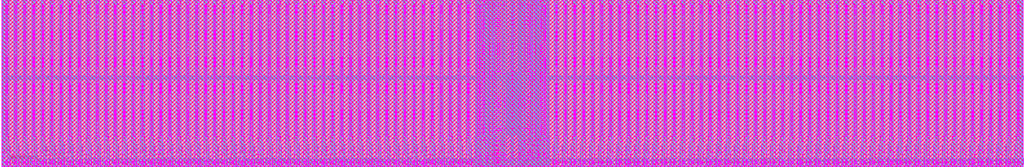
<source format=lef>
# Confidential Information of ARM, Inc.
# Use subject to ARM license.
# Copyright (c) 2022 ARM, Inc.

# ACI Version r1p1

# Reifier 4.0.0

VERSION 5.7 ;

BUSBITCHARS "[]" ;

#name: High Density Single Port Register File RVT RVT Compiler | LOGIC0040LL 40nm Process 0.299um^2 Bit Cell
#version: r1p1
#comment: This is a memory instance
#configuration:  -activity_factor 50 -back_biasing off -bits 104 -bmux off -bus_notation on -check_instname on -diodes on -drive 6 -ema on -frequency 200 -instname sram520x104 -left_bus_delim "[" -mux 4 -mvt "" -name_case upper -power_type otc -prefix "" -pwr_gnd_rename vddpe:VDDPE,vddce:VDDCE,vsse:VSSE -retention on -right_bus_delim "]" -ser none -site_def off -top_layer m5-m10 -words 520 -write_mask off -write_thru off -corners ss_0p99v_0p99v_125c,tt_1p10v_1p10v_125c
MACRO sram520x104
  FOREIGN sram520x104 0 0 ;
  SYMMETRY X Y R90 ;
  SIZE 374.62 BY 61.255 ;
  CLASS BLOCK ;
  PIN A[6]
    DIRECTION INPUT ;
    USE SIGNAL ;
    SHAPE ABUTMENT ;
    PORT
      LAYER M3 ;
      RECT 187.255 0.0 187.395 0.25 ;
      LAYER M2 ;
      RECT 187.255 0.0 187.395 0.25 ;
      LAYER M1 ;
      RECT 187.255 0.0 187.395 0.25 ;
      END
    ANTENNAGATEAREA 0.0114 ;
    ANTENNADIFFAREA 0.035 ;
    END A[6]
  PIN EMA[0]
    DIRECTION INPUT ;
    USE SIGNAL ;
    SHAPE ABUTMENT ;
    PORT
      LAYER M1 ;
      RECT 189.61 0.0 189.75 0.25 ;
      LAYER M2 ;
      RECT 189.61 0.0 189.75 0.25 ;
      LAYER M3 ;
      RECT 189.61 0.0 189.75 0.25 ;
      END
    ANTENNAGATEAREA 0.0114 ;
    ANTENNADIFFAREA 0.035 ;
    END EMA[0]
  PIN WEN
    DIRECTION INPUT ;
    USE SIGNAL ;
    SHAPE ABUTMENT ;
    PORT
      LAYER M3 ;
      RECT 185.65 0.0 185.79 0.25 ;
      LAYER M2 ;
      RECT 185.65 0.0 185.79 0.25 ;
      LAYER M1 ;
      RECT 185.65 0.0 185.79 0.25 ;
      END
    ANTENNAGATEAREA 0.0114 ;
    ANTENNADIFFAREA 0.035 ;
    END WEN
  PIN A[9]
    DIRECTION INPUT ;
    USE SIGNAL ;
    SHAPE ABUTMENT ;
    PORT
      LAYER M1 ;
      RECT 190.41 0.0 190.55 0.25 ;
      LAYER M2 ;
      RECT 190.41 0.0 190.55 0.25 ;
      LAYER M3 ;
      RECT 190.41 0.0 190.55 0.25 ;
      END
    ANTENNAGATEAREA 0.0114 ;
    ANTENNADIFFAREA 0.035 ;
    END A[9]
  PIN A[5]
    DIRECTION INPUT ;
    USE SIGNAL ;
    SHAPE ABUTMENT ;
    PORT
      LAYER M3 ;
      RECT 185.23 0.0 185.37 0.25 ;
      LAYER M2 ;
      RECT 185.23 0.0 185.37 0.25 ;
      LAYER M1 ;
      RECT 185.23 0.0 185.37 0.25 ;
      END
    ANTENNAGATEAREA 0.0114 ;
    ANTENNADIFFAREA 0.035 ;
    END A[5]
  PIN A[8]
    DIRECTION INPUT ;
    USE SIGNAL ;
    SHAPE ABUTMENT ;
    PORT
      LAYER M1 ;
      RECT 190.69 0.0 190.83 0.25 ;
      LAYER M2 ;
      RECT 190.69 0.0 190.83 0.25 ;
      LAYER M3 ;
      RECT 190.69 0.0 190.83 0.25 ;
      END
    ANTENNAGATEAREA 0.0114 ;
    ANTENNADIFFAREA 0.035 ;
    END A[8]
  PIN A[2]
    DIRECTION INPUT ;
    USE SIGNAL ;
    SHAPE ABUTMENT ;
    PORT
      LAYER M3 ;
      RECT 181.83 0.0 181.97 0.25 ;
      LAYER M2 ;
      RECT 181.83 0.0 181.97 0.25 ;
      LAYER M1 ;
      RECT 181.83 0.0 181.97 0.25 ;
      END
    ANTENNAGATEAREA 0.0114 ;
    ANTENNADIFFAREA 0.035 ;
    END A[2]
  PIN EMA[1]
    DIRECTION INPUT ;
    USE SIGNAL ;
    SHAPE ABUTMENT ;
    PORT
      LAYER M1 ;
      RECT 191.26 0.0 191.4 0.25 ;
      LAYER M2 ;
      RECT 191.26 0.0 191.4 0.25 ;
      LAYER M3 ;
      RECT 191.26 0.0 191.4 0.25 ;
      END
    ANTENNAGATEAREA 0.0114 ;
    ANTENNADIFFAREA 0.035 ;
    END EMA[1]
  PIN A[3]
    DIRECTION INPUT ;
    USE SIGNAL ;
    SHAPE ABUTMENT ;
    PORT
      LAYER M3 ;
      RECT 181.55 0.0 181.69 0.25 ;
      LAYER M2 ;
      RECT 181.55 0.0 181.69 0.25 ;
      LAYER M1 ;
      RECT 181.55 0.0 181.69 0.25 ;
      END
    ANTENNAGATEAREA 0.0114 ;
    ANTENNADIFFAREA 0.035 ;
    END A[3]
  PIN EMA[2]
    DIRECTION INPUT ;
    USE SIGNAL ;
    SHAPE ABUTMENT ;
    PORT
      LAYER M1 ;
      RECT 191.655 0.0 191.795 0.25 ;
      LAYER M2 ;
      RECT 191.655 0.0 191.795 0.25 ;
      LAYER M3 ;
      RECT 191.655 0.0 191.795 0.25 ;
      END
    ANTENNAGATEAREA 0.0114 ;
    ANTENNADIFFAREA 0.035 ;
    END EMA[2]
  PIN CLK
    DIRECTION INPUT ;
    USE SIGNAL ;
    SHAPE ABUTMENT ;
    PORT
      LAYER M3 ;
      RECT 179.54 0.0 179.68 0.25 ;
      LAYER M2 ;
      RECT 179.54 0.0 179.68 0.25 ;
      LAYER M1 ;
      RECT 179.54 0.0 179.68 0.25 ;
      LAYER M4 ;
      RECT 179.5 0.0 179.71 0.25 ;
      END
    ANTENNAGATEAREA 0.0114 ;
    ANTENNADIFFAREA 0.035 ;
    END CLK
  PIN A[4]
    DIRECTION INPUT ;
    USE SIGNAL ;
    SHAPE ABUTMENT ;
    PORT
      LAYER M1 ;
      RECT 193.805 0.0 193.945 0.25 ;
      LAYER M2 ;
      RECT 193.805 0.0 193.945 0.25 ;
      LAYER M3 ;
      RECT 193.805 0.0 193.945 0.25 ;
      END
    ANTENNAGATEAREA 0.0114 ;
    ANTENNADIFFAREA 0.035 ;
    END A[4]
  PIN EMAW[1]
    DIRECTION INPUT ;
    USE SIGNAL ;
    SHAPE ABUTMENT ;
    PORT
      LAYER M3 ;
      RECT 178.565 0.0 178.705 0.25 ;
      LAYER M2 ;
      RECT 178.565 0.0 178.705 0.25 ;
      LAYER M1 ;
      RECT 178.565 0.0 178.705 0.25 ;
      END
    ANTENNAGATEAREA 0.0114 ;
    ANTENNADIFFAREA 0.035 ;
    END EMAW[1]
  PIN A[7]
    DIRECTION INPUT ;
    USE SIGNAL ;
    SHAPE ABUTMENT ;
    PORT
      LAYER M1 ;
      RECT 194.09 0.0 194.23 0.25 ;
      LAYER M2 ;
      RECT 194.09 0.0 194.23 0.25 ;
      LAYER M3 ;
      RECT 194.09 0.0 194.23 0.25 ;
      END
    ANTENNAGATEAREA 0.0114 ;
    ANTENNADIFFAREA 0.035 ;
    END A[7]
  PIN EMAW[0]
    DIRECTION INPUT ;
    USE SIGNAL ;
    SHAPE ABUTMENT ;
    PORT
      LAYER M3 ;
      RECT 177.75 0.0 177.89 0.25 ;
      LAYER M2 ;
      RECT 177.75 0.0 177.89 0.25 ;
      LAYER M1 ;
      RECT 177.75 0.0 177.89 0.25 ;
      END
    ANTENNAGATEAREA 0.0114 ;
    ANTENNADIFFAREA 0.035 ;
    END EMAW[0]
  PIN A[1]
    DIRECTION INPUT ;
    USE SIGNAL ;
    SHAPE ABUTMENT ;
    PORT
      LAYER M1 ;
      RECT 197.485 0.0 197.625 0.25 ;
      LAYER M2 ;
      RECT 197.485 0.0 197.625 0.25 ;
      LAYER M3 ;
      RECT 197.485 0.0 197.625 0.25 ;
      END
    ANTENNAGATEAREA 0.0114 ;
    ANTENNADIFFAREA 0.035 ;
    END A[1]
  PIN CEN
    DIRECTION INPUT ;
    USE SIGNAL ;
    SHAPE ABUTMENT ;
    PORT
      LAYER M3 ;
      RECT 174.475 0.0 174.615 0.25 ;
      LAYER M2 ;
      RECT 174.475 0.0 174.615 0.25 ;
      LAYER M1 ;
      RECT 174.475 0.0 174.615 0.25 ;
      END
    ANTENNAGATEAREA 0.0114 ;
    ANTENNADIFFAREA 0.035 ;
    END CEN
  PIN A[0]
    DIRECTION INPUT ;
    USE SIGNAL ;
    SHAPE ABUTMENT ;
    PORT
      LAYER M1 ;
      RECT 200.64 0.0 200.78 0.25 ;
      LAYER M2 ;
      RECT 200.64 0.0 200.78 0.25 ;
      LAYER M3 ;
      RECT 200.64 0.0 200.78 0.25 ;
      END
    ANTENNAGATEAREA 0.0114 ;
    ANTENNADIFFAREA 0.035 ;
    END A[0]
  PIN RET1N
    DIRECTION INPUT ;
    USE SIGNAL ;
    SHAPE ABUTMENT ;
    PORT
      LAYER M3 ;
      RECT 173.83 0.0 173.97 0.25 ;
      LAYER M2 ;
      RECT 173.83 0.0 173.97 0.25 ;
      LAYER M1 ;
      RECT 173.83 0.0 173.97 0.25 ;
      END
    ANTENNAGATEAREA 0.0114 ;
    ANTENNADIFFAREA 0.035 ;
    END RET1N
  PIN D[52]
    DIRECTION INPUT ;
    USE SIGNAL ;
    SHAPE ABUTMENT ;
    PORT
      LAYER M1 ;
      RECT 201.695 0.0 201.835 0.25 ;
      LAYER M2 ;
      RECT 201.695 0.0 201.835 0.25 ;
      LAYER M3 ;
      RECT 201.695 0.0 201.835 0.25 ;
      END
    ANTENNAGATEAREA 0.0114 ;
    ANTENNADIFFAREA 0.035 ;
    END D[52]
  PIN D[51]
    DIRECTION INPUT ;
    USE SIGNAL ;
    SHAPE ABUTMENT ;
    PORT
      LAYER M3 ;
      RECT 172.785 0.0 172.925 0.25 ;
      LAYER M2 ;
      RECT 172.785 0.0 172.925 0.25 ;
      LAYER M1 ;
      RECT 172.785 0.0 172.925 0.25 ;
      END
    ANTENNAGATEAREA 0.0114 ;
    ANTENNADIFFAREA 0.035 ;
    END D[51]
  PIN Q[52]
    DIRECTION OUTPUT ;
    USE SIGNAL ;
    SHAPE ABUTMENT ;
    PORT
      LAYER M1 ;
      RECT 203.325 0.0 203.465 0.25 ;
      LAYER M2 ;
      RECT 203.325 0.0 203.465 0.25 ;
      LAYER M3 ;
      RECT 203.325 0.0 203.465 0.25 ;
      END
    ANTENNADIFFAREA 0.035 ;
    END Q[52]
  PIN Q[51]
    DIRECTION OUTPUT ;
    USE SIGNAL ;
    SHAPE ABUTMENT ;
    PORT
      LAYER M3 ;
      RECT 171.155 0.0 171.295 0.25 ;
      LAYER M2 ;
      RECT 171.155 0.0 171.295 0.25 ;
      LAYER M1 ;
      RECT 171.155 0.0 171.295 0.25 ;
      END
    ANTENNADIFFAREA 0.035 ;
    END Q[51]
  PIN D[53]
    DIRECTION INPUT ;
    USE SIGNAL ;
    SHAPE ABUTMENT ;
    PORT
      LAYER M1 ;
      RECT 205.015 0.0 205.155 0.25 ;
      LAYER M2 ;
      RECT 205.015 0.0 205.155 0.25 ;
      LAYER M3 ;
      RECT 205.015 0.0 205.155 0.25 ;
      END
    ANTENNAGATEAREA 0.0114 ;
    ANTENNADIFFAREA 0.035 ;
    END D[53]
  PIN D[50]
    DIRECTION INPUT ;
    USE SIGNAL ;
    SHAPE ABUTMENT ;
    PORT
      LAYER M3 ;
      RECT 169.465 0.0 169.605 0.25 ;
      LAYER M2 ;
      RECT 169.465 0.0 169.605 0.25 ;
      LAYER M1 ;
      RECT 169.465 0.0 169.605 0.25 ;
      END
    ANTENNAGATEAREA 0.0114 ;
    ANTENNADIFFAREA 0.035 ;
    END D[50]
  PIN Q[53]
    DIRECTION OUTPUT ;
    USE SIGNAL ;
    SHAPE ABUTMENT ;
    PORT
      LAYER M1 ;
      RECT 206.645 0.0 206.785 0.25 ;
      LAYER M2 ;
      RECT 206.645 0.0 206.785 0.25 ;
      LAYER M3 ;
      RECT 206.645 0.0 206.785 0.25 ;
      END
    ANTENNADIFFAREA 0.035 ;
    END Q[53]
  PIN Q[50]
    DIRECTION OUTPUT ;
    USE SIGNAL ;
    SHAPE ABUTMENT ;
    PORT
      LAYER M3 ;
      RECT 167.835 0.0 167.975 0.25 ;
      LAYER M2 ;
      RECT 167.835 0.0 167.975 0.25 ;
      LAYER M1 ;
      RECT 167.835 0.0 167.975 0.25 ;
      END
    ANTENNADIFFAREA 0.035 ;
    END Q[50]
  PIN D[54]
    DIRECTION INPUT ;
    USE SIGNAL ;
    SHAPE ABUTMENT ;
    PORT
      LAYER M1 ;
      RECT 208.335 0.0 208.475 0.25 ;
      LAYER M2 ;
      RECT 208.335 0.0 208.475 0.25 ;
      LAYER M3 ;
      RECT 208.335 0.0 208.475 0.25 ;
      END
    ANTENNAGATEAREA 0.0114 ;
    ANTENNADIFFAREA 0.035 ;
    END D[54]
  PIN D[49]
    DIRECTION INPUT ;
    USE SIGNAL ;
    SHAPE ABUTMENT ;
    PORT
      LAYER M3 ;
      RECT 166.145 0.0 166.285 0.25 ;
      LAYER M2 ;
      RECT 166.145 0.0 166.285 0.25 ;
      LAYER M1 ;
      RECT 166.145 0.0 166.285 0.25 ;
      END
    ANTENNAGATEAREA 0.0114 ;
    ANTENNADIFFAREA 0.035 ;
    END D[49]
  PIN Q[54]
    DIRECTION OUTPUT ;
    USE SIGNAL ;
    SHAPE ABUTMENT ;
    PORT
      LAYER M1 ;
      RECT 209.965 0.0 210.105 0.25 ;
      LAYER M2 ;
      RECT 209.965 0.0 210.105 0.25 ;
      LAYER M3 ;
      RECT 209.965 0.0 210.105 0.25 ;
      END
    ANTENNADIFFAREA 0.035 ;
    END Q[54]
  PIN Q[49]
    DIRECTION OUTPUT ;
    USE SIGNAL ;
    SHAPE ABUTMENT ;
    PORT
      LAYER M3 ;
      RECT 164.515 0.0 164.655 0.25 ;
      LAYER M2 ;
      RECT 164.515 0.0 164.655 0.25 ;
      LAYER M1 ;
      RECT 164.515 0.0 164.655 0.25 ;
      END
    ANTENNADIFFAREA 0.035 ;
    END Q[49]
  PIN D[55]
    DIRECTION INPUT ;
    USE SIGNAL ;
    SHAPE ABUTMENT ;
    PORT
      LAYER M1 ;
      RECT 211.655 0.0 211.795 0.25 ;
      LAYER M2 ;
      RECT 211.655 0.0 211.795 0.25 ;
      LAYER M3 ;
      RECT 211.655 0.0 211.795 0.25 ;
      END
    ANTENNAGATEAREA 0.0114 ;
    ANTENNADIFFAREA 0.035 ;
    END D[55]
  PIN D[48]
    DIRECTION INPUT ;
    USE SIGNAL ;
    SHAPE ABUTMENT ;
    PORT
      LAYER M3 ;
      RECT 162.825 0.0 162.965 0.25 ;
      LAYER M2 ;
      RECT 162.825 0.0 162.965 0.25 ;
      LAYER M1 ;
      RECT 162.825 0.0 162.965 0.25 ;
      END
    ANTENNAGATEAREA 0.0114 ;
    ANTENNADIFFAREA 0.035 ;
    END D[48]
  PIN Q[55]
    DIRECTION OUTPUT ;
    USE SIGNAL ;
    SHAPE ABUTMENT ;
    PORT
      LAYER M1 ;
      RECT 213.285 0.0 213.425 0.25 ;
      LAYER M2 ;
      RECT 213.285 0.0 213.425 0.25 ;
      LAYER M3 ;
      RECT 213.285 0.0 213.425 0.25 ;
      END
    ANTENNADIFFAREA 0.035 ;
    END Q[55]
  PIN Q[48]
    DIRECTION OUTPUT ;
    USE SIGNAL ;
    SHAPE ABUTMENT ;
    PORT
      LAYER M3 ;
      RECT 161.195 0.0 161.335 0.25 ;
      LAYER M2 ;
      RECT 161.195 0.0 161.335 0.25 ;
      LAYER M1 ;
      RECT 161.195 0.0 161.335 0.25 ;
      END
    ANTENNADIFFAREA 0.035 ;
    END Q[48]
  PIN D[56]
    DIRECTION INPUT ;
    USE SIGNAL ;
    SHAPE ABUTMENT ;
    PORT
      LAYER M1 ;
      RECT 214.975 0.0 215.115 0.25 ;
      LAYER M2 ;
      RECT 214.975 0.0 215.115 0.25 ;
      LAYER M3 ;
      RECT 214.975 0.0 215.115 0.25 ;
      END
    ANTENNAGATEAREA 0.0114 ;
    ANTENNADIFFAREA 0.035 ;
    END D[56]
  PIN D[47]
    DIRECTION INPUT ;
    USE SIGNAL ;
    SHAPE ABUTMENT ;
    PORT
      LAYER M3 ;
      RECT 159.505 0.0 159.645 0.25 ;
      LAYER M2 ;
      RECT 159.505 0.0 159.645 0.25 ;
      LAYER M1 ;
      RECT 159.505 0.0 159.645 0.25 ;
      END
    ANTENNAGATEAREA 0.0114 ;
    ANTENNADIFFAREA 0.035 ;
    END D[47]
  PIN Q[56]
    DIRECTION OUTPUT ;
    USE SIGNAL ;
    SHAPE ABUTMENT ;
    PORT
      LAYER M1 ;
      RECT 216.605 0.0 216.745 0.25 ;
      LAYER M2 ;
      RECT 216.605 0.0 216.745 0.25 ;
      LAYER M3 ;
      RECT 216.605 0.0 216.745 0.25 ;
      END
    ANTENNADIFFAREA 0.035 ;
    END Q[56]
  PIN Q[47]
    DIRECTION OUTPUT ;
    USE SIGNAL ;
    SHAPE ABUTMENT ;
    PORT
      LAYER M3 ;
      RECT 157.875 0.0 158.015 0.25 ;
      LAYER M2 ;
      RECT 157.875 0.0 158.015 0.25 ;
      LAYER M1 ;
      RECT 157.875 0.0 158.015 0.25 ;
      END
    ANTENNADIFFAREA 0.035 ;
    END Q[47]
  PIN D[57]
    DIRECTION INPUT ;
    USE SIGNAL ;
    SHAPE ABUTMENT ;
    PORT
      LAYER M1 ;
      RECT 218.295 0.0 218.435 0.25 ;
      LAYER M2 ;
      RECT 218.295 0.0 218.435 0.25 ;
      LAYER M3 ;
      RECT 218.295 0.0 218.435 0.25 ;
      END
    ANTENNAGATEAREA 0.0114 ;
    ANTENNADIFFAREA 0.035 ;
    END D[57]
  PIN D[46]
    DIRECTION INPUT ;
    USE SIGNAL ;
    SHAPE ABUTMENT ;
    PORT
      LAYER M3 ;
      RECT 156.185 0.0 156.325 0.25 ;
      LAYER M2 ;
      RECT 156.185 0.0 156.325 0.25 ;
      LAYER M1 ;
      RECT 156.185 0.0 156.325 0.25 ;
      END
    ANTENNAGATEAREA 0.0114 ;
    ANTENNADIFFAREA 0.035 ;
    END D[46]
  PIN Q[57]
    DIRECTION OUTPUT ;
    USE SIGNAL ;
    SHAPE ABUTMENT ;
    PORT
      LAYER M1 ;
      RECT 219.925 0.0 220.065 0.25 ;
      LAYER M2 ;
      RECT 219.925 0.0 220.065 0.25 ;
      LAYER M3 ;
      RECT 219.925 0.0 220.065 0.25 ;
      END
    ANTENNADIFFAREA 0.035 ;
    END Q[57]
  PIN Q[46]
    DIRECTION OUTPUT ;
    USE SIGNAL ;
    SHAPE ABUTMENT ;
    PORT
      LAYER M3 ;
      RECT 154.555 0.0 154.695 0.25 ;
      LAYER M2 ;
      RECT 154.555 0.0 154.695 0.25 ;
      LAYER M1 ;
      RECT 154.555 0.0 154.695 0.25 ;
      END
    ANTENNADIFFAREA 0.035 ;
    END Q[46]
  PIN D[58]
    DIRECTION INPUT ;
    USE SIGNAL ;
    SHAPE ABUTMENT ;
    PORT
      LAYER M1 ;
      RECT 221.615 0.0 221.755 0.25 ;
      LAYER M2 ;
      RECT 221.615 0.0 221.755 0.25 ;
      LAYER M3 ;
      RECT 221.615 0.0 221.755 0.25 ;
      END
    ANTENNAGATEAREA 0.0114 ;
    ANTENNADIFFAREA 0.035 ;
    END D[58]
  PIN D[45]
    DIRECTION INPUT ;
    USE SIGNAL ;
    SHAPE ABUTMENT ;
    PORT
      LAYER M3 ;
      RECT 152.865 0.0 153.005 0.25 ;
      LAYER M2 ;
      RECT 152.865 0.0 153.005 0.25 ;
      LAYER M1 ;
      RECT 152.865 0.0 153.005 0.25 ;
      END
    ANTENNAGATEAREA 0.0114 ;
    ANTENNADIFFAREA 0.035 ;
    END D[45]
  PIN Q[58]
    DIRECTION OUTPUT ;
    USE SIGNAL ;
    SHAPE ABUTMENT ;
    PORT
      LAYER M1 ;
      RECT 223.245 0.0 223.385 0.25 ;
      LAYER M2 ;
      RECT 223.245 0.0 223.385 0.25 ;
      LAYER M3 ;
      RECT 223.245 0.0 223.385 0.25 ;
      END
    ANTENNADIFFAREA 0.035 ;
    END Q[58]
  PIN Q[45]
    DIRECTION OUTPUT ;
    USE SIGNAL ;
    SHAPE ABUTMENT ;
    PORT
      LAYER M3 ;
      RECT 151.235 0.0 151.375 0.25 ;
      LAYER M2 ;
      RECT 151.235 0.0 151.375 0.25 ;
      LAYER M1 ;
      RECT 151.235 0.0 151.375 0.25 ;
      END
    ANTENNADIFFAREA 0.035 ;
    END Q[45]
  PIN D[59]
    DIRECTION INPUT ;
    USE SIGNAL ;
    SHAPE ABUTMENT ;
    PORT
      LAYER M1 ;
      RECT 224.935 0.0 225.075 0.25 ;
      LAYER M2 ;
      RECT 224.935 0.0 225.075 0.25 ;
      LAYER M3 ;
      RECT 224.935 0.0 225.075 0.25 ;
      END
    ANTENNAGATEAREA 0.0114 ;
    ANTENNADIFFAREA 0.035 ;
    END D[59]
  PIN D[44]
    DIRECTION INPUT ;
    USE SIGNAL ;
    SHAPE ABUTMENT ;
    PORT
      LAYER M3 ;
      RECT 149.545 0.0 149.685 0.25 ;
      LAYER M2 ;
      RECT 149.545 0.0 149.685 0.25 ;
      LAYER M1 ;
      RECT 149.545 0.0 149.685 0.25 ;
      END
    ANTENNAGATEAREA 0.0114 ;
    ANTENNADIFFAREA 0.035 ;
    END D[44]
  PIN Q[59]
    DIRECTION OUTPUT ;
    USE SIGNAL ;
    SHAPE ABUTMENT ;
    PORT
      LAYER M1 ;
      RECT 226.565 0.0 226.705 0.25 ;
      LAYER M2 ;
      RECT 226.565 0.0 226.705 0.25 ;
      LAYER M3 ;
      RECT 226.565 0.0 226.705 0.25 ;
      END
    ANTENNADIFFAREA 0.035 ;
    END Q[59]
  PIN Q[44]
    DIRECTION OUTPUT ;
    USE SIGNAL ;
    SHAPE ABUTMENT ;
    PORT
      LAYER M3 ;
      RECT 147.915 0.0 148.055 0.25 ;
      LAYER M2 ;
      RECT 147.915 0.0 148.055 0.25 ;
      LAYER M1 ;
      RECT 147.915 0.0 148.055 0.25 ;
      END
    ANTENNADIFFAREA 0.035 ;
    END Q[44]
  PIN D[60]
    DIRECTION INPUT ;
    USE SIGNAL ;
    SHAPE ABUTMENT ;
    PORT
      LAYER M1 ;
      RECT 228.255 0.0 228.395 0.25 ;
      LAYER M2 ;
      RECT 228.255 0.0 228.395 0.25 ;
      LAYER M3 ;
      RECT 228.255 0.0 228.395 0.25 ;
      END
    ANTENNAGATEAREA 0.0114 ;
    ANTENNADIFFAREA 0.035 ;
    END D[60]
  PIN D[43]
    DIRECTION INPUT ;
    USE SIGNAL ;
    SHAPE ABUTMENT ;
    PORT
      LAYER M3 ;
      RECT 146.225 0.0 146.365 0.25 ;
      LAYER M2 ;
      RECT 146.225 0.0 146.365 0.25 ;
      LAYER M1 ;
      RECT 146.225 0.0 146.365 0.25 ;
      END
    ANTENNAGATEAREA 0.0114 ;
    ANTENNADIFFAREA 0.035 ;
    END D[43]
  PIN Q[60]
    DIRECTION OUTPUT ;
    USE SIGNAL ;
    SHAPE ABUTMENT ;
    PORT
      LAYER M1 ;
      RECT 229.885 0.0 230.025 0.25 ;
      LAYER M2 ;
      RECT 229.885 0.0 230.025 0.25 ;
      LAYER M3 ;
      RECT 229.885 0.0 230.025 0.25 ;
      END
    ANTENNADIFFAREA 0.035 ;
    END Q[60]
  PIN Q[43]
    DIRECTION OUTPUT ;
    USE SIGNAL ;
    SHAPE ABUTMENT ;
    PORT
      LAYER M3 ;
      RECT 144.595 0.0 144.735 0.25 ;
      LAYER M2 ;
      RECT 144.595 0.0 144.735 0.25 ;
      LAYER M1 ;
      RECT 144.595 0.0 144.735 0.25 ;
      END
    ANTENNADIFFAREA 0.035 ;
    END Q[43]
  PIN D[61]
    DIRECTION INPUT ;
    USE SIGNAL ;
    SHAPE ABUTMENT ;
    PORT
      LAYER M1 ;
      RECT 231.575 0.0 231.715 0.25 ;
      LAYER M2 ;
      RECT 231.575 0.0 231.715 0.25 ;
      LAYER M3 ;
      RECT 231.575 0.0 231.715 0.25 ;
      END
    ANTENNAGATEAREA 0.0114 ;
    ANTENNADIFFAREA 0.035 ;
    END D[61]
  PIN D[42]
    DIRECTION INPUT ;
    USE SIGNAL ;
    SHAPE ABUTMENT ;
    PORT
      LAYER M3 ;
      RECT 142.905 0.0 143.045 0.25 ;
      LAYER M2 ;
      RECT 142.905 0.0 143.045 0.25 ;
      LAYER M1 ;
      RECT 142.905 0.0 143.045 0.25 ;
      END
    ANTENNAGATEAREA 0.0114 ;
    ANTENNADIFFAREA 0.035 ;
    END D[42]
  PIN Q[61]
    DIRECTION OUTPUT ;
    USE SIGNAL ;
    SHAPE ABUTMENT ;
    PORT
      LAYER M1 ;
      RECT 233.205 0.0 233.345 0.25 ;
      LAYER M2 ;
      RECT 233.205 0.0 233.345 0.25 ;
      LAYER M3 ;
      RECT 233.205 0.0 233.345 0.25 ;
      END
    ANTENNADIFFAREA 0.035 ;
    END Q[61]
  PIN Q[42]
    DIRECTION OUTPUT ;
    USE SIGNAL ;
    SHAPE ABUTMENT ;
    PORT
      LAYER M3 ;
      RECT 141.275 0.0 141.415 0.25 ;
      LAYER M2 ;
      RECT 141.275 0.0 141.415 0.25 ;
      LAYER M1 ;
      RECT 141.275 0.0 141.415 0.25 ;
      END
    ANTENNADIFFAREA 0.035 ;
    END Q[42]
  PIN D[62]
    DIRECTION INPUT ;
    USE SIGNAL ;
    SHAPE ABUTMENT ;
    PORT
      LAYER M1 ;
      RECT 234.895 0.0 235.035 0.25 ;
      LAYER M2 ;
      RECT 234.895 0.0 235.035 0.25 ;
      LAYER M3 ;
      RECT 234.895 0.0 235.035 0.25 ;
      END
    ANTENNAGATEAREA 0.0114 ;
    ANTENNADIFFAREA 0.035 ;
    END D[62]
  PIN D[41]
    DIRECTION INPUT ;
    USE SIGNAL ;
    SHAPE ABUTMENT ;
    PORT
      LAYER M3 ;
      RECT 139.585 0.0 139.725 0.25 ;
      LAYER M2 ;
      RECT 139.585 0.0 139.725 0.25 ;
      LAYER M1 ;
      RECT 139.585 0.0 139.725 0.25 ;
      END
    ANTENNAGATEAREA 0.0114 ;
    ANTENNADIFFAREA 0.035 ;
    END D[41]
  PIN Q[62]
    DIRECTION OUTPUT ;
    USE SIGNAL ;
    SHAPE ABUTMENT ;
    PORT
      LAYER M1 ;
      RECT 236.525 0.0 236.665 0.25 ;
      LAYER M2 ;
      RECT 236.525 0.0 236.665 0.25 ;
      LAYER M3 ;
      RECT 236.525 0.0 236.665 0.25 ;
      END
    ANTENNADIFFAREA 0.035 ;
    END Q[62]
  PIN Q[41]
    DIRECTION OUTPUT ;
    USE SIGNAL ;
    SHAPE ABUTMENT ;
    PORT
      LAYER M3 ;
      RECT 137.955 0.0 138.095 0.25 ;
      LAYER M2 ;
      RECT 137.955 0.0 138.095 0.25 ;
      LAYER M1 ;
      RECT 137.955 0.0 138.095 0.25 ;
      END
    ANTENNADIFFAREA 0.035 ;
    END Q[41]
  PIN D[63]
    DIRECTION INPUT ;
    USE SIGNAL ;
    SHAPE ABUTMENT ;
    PORT
      LAYER M1 ;
      RECT 238.215 0.0 238.355 0.25 ;
      LAYER M2 ;
      RECT 238.215 0.0 238.355 0.25 ;
      LAYER M3 ;
      RECT 238.215 0.0 238.355 0.25 ;
      END
    ANTENNAGATEAREA 0.0114 ;
    ANTENNADIFFAREA 0.035 ;
    END D[63]
  PIN D[40]
    DIRECTION INPUT ;
    USE SIGNAL ;
    SHAPE ABUTMENT ;
    PORT
      LAYER M3 ;
      RECT 136.265 0.0 136.405 0.25 ;
      LAYER M2 ;
      RECT 136.265 0.0 136.405 0.25 ;
      LAYER M1 ;
      RECT 136.265 0.0 136.405 0.25 ;
      END
    ANTENNAGATEAREA 0.0114 ;
    ANTENNADIFFAREA 0.035 ;
    END D[40]
  PIN Q[63]
    DIRECTION OUTPUT ;
    USE SIGNAL ;
    SHAPE ABUTMENT ;
    PORT
      LAYER M1 ;
      RECT 239.845 0.0 239.985 0.25 ;
      LAYER M2 ;
      RECT 239.845 0.0 239.985 0.25 ;
      LAYER M3 ;
      RECT 239.845 0.0 239.985 0.25 ;
      END
    ANTENNADIFFAREA 0.035 ;
    END Q[63]
  PIN Q[40]
    DIRECTION OUTPUT ;
    USE SIGNAL ;
    SHAPE ABUTMENT ;
    PORT
      LAYER M3 ;
      RECT 134.635 0.0 134.775 0.25 ;
      LAYER M2 ;
      RECT 134.635 0.0 134.775 0.25 ;
      LAYER M1 ;
      RECT 134.635 0.0 134.775 0.25 ;
      END
    ANTENNADIFFAREA 0.035 ;
    END Q[40]
  PIN D[64]
    DIRECTION INPUT ;
    USE SIGNAL ;
    SHAPE ABUTMENT ;
    PORT
      LAYER M1 ;
      RECT 241.535 0.0 241.675 0.25 ;
      LAYER M2 ;
      RECT 241.535 0.0 241.675 0.25 ;
      LAYER M3 ;
      RECT 241.535 0.0 241.675 0.25 ;
      END
    ANTENNAGATEAREA 0.0114 ;
    ANTENNADIFFAREA 0.035 ;
    END D[64]
  PIN D[39]
    DIRECTION INPUT ;
    USE SIGNAL ;
    SHAPE ABUTMENT ;
    PORT
      LAYER M3 ;
      RECT 132.945 0.0 133.085 0.25 ;
      LAYER M2 ;
      RECT 132.945 0.0 133.085 0.25 ;
      LAYER M1 ;
      RECT 132.945 0.0 133.085 0.25 ;
      END
    ANTENNAGATEAREA 0.0114 ;
    ANTENNADIFFAREA 0.035 ;
    END D[39]
  PIN Q[64]
    DIRECTION OUTPUT ;
    USE SIGNAL ;
    SHAPE ABUTMENT ;
    PORT
      LAYER M1 ;
      RECT 243.165 0.0 243.305 0.25 ;
      LAYER M2 ;
      RECT 243.165 0.0 243.305 0.25 ;
      LAYER M3 ;
      RECT 243.165 0.0 243.305 0.25 ;
      END
    ANTENNADIFFAREA 0.035 ;
    END Q[64]
  PIN Q[39]
    DIRECTION OUTPUT ;
    USE SIGNAL ;
    SHAPE ABUTMENT ;
    PORT
      LAYER M3 ;
      RECT 131.315 0.0 131.455 0.25 ;
      LAYER M2 ;
      RECT 131.315 0.0 131.455 0.25 ;
      LAYER M1 ;
      RECT 131.315 0.0 131.455 0.25 ;
      END
    ANTENNADIFFAREA 0.035 ;
    END Q[39]
  PIN D[65]
    DIRECTION INPUT ;
    USE SIGNAL ;
    SHAPE ABUTMENT ;
    PORT
      LAYER M1 ;
      RECT 244.855 0.0 244.995 0.25 ;
      LAYER M2 ;
      RECT 244.855 0.0 244.995 0.25 ;
      LAYER M3 ;
      RECT 244.855 0.0 244.995 0.25 ;
      END
    ANTENNAGATEAREA 0.0114 ;
    ANTENNADIFFAREA 0.035 ;
    END D[65]
  PIN D[38]
    DIRECTION INPUT ;
    USE SIGNAL ;
    SHAPE ABUTMENT ;
    PORT
      LAYER M3 ;
      RECT 129.625 0.0 129.765 0.25 ;
      LAYER M2 ;
      RECT 129.625 0.0 129.765 0.25 ;
      LAYER M1 ;
      RECT 129.625 0.0 129.765 0.25 ;
      END
    ANTENNAGATEAREA 0.0114 ;
    ANTENNADIFFAREA 0.035 ;
    END D[38]
  PIN Q[65]
    DIRECTION OUTPUT ;
    USE SIGNAL ;
    SHAPE ABUTMENT ;
    PORT
      LAYER M1 ;
      RECT 246.485 0.0 246.625 0.25 ;
      LAYER M2 ;
      RECT 246.485 0.0 246.625 0.25 ;
      LAYER M3 ;
      RECT 246.485 0.0 246.625 0.25 ;
      END
    ANTENNADIFFAREA 0.035 ;
    END Q[65]
  PIN Q[38]
    DIRECTION OUTPUT ;
    USE SIGNAL ;
    SHAPE ABUTMENT ;
    PORT
      LAYER M3 ;
      RECT 127.995 0.0 128.135 0.25 ;
      LAYER M2 ;
      RECT 127.995 0.0 128.135 0.25 ;
      LAYER M1 ;
      RECT 127.995 0.0 128.135 0.25 ;
      END
    ANTENNADIFFAREA 0.035 ;
    END Q[38]
  PIN D[66]
    DIRECTION INPUT ;
    USE SIGNAL ;
    SHAPE ABUTMENT ;
    PORT
      LAYER M1 ;
      RECT 248.175 0.0 248.315 0.25 ;
      LAYER M2 ;
      RECT 248.175 0.0 248.315 0.25 ;
      LAYER M3 ;
      RECT 248.175 0.0 248.315 0.25 ;
      END
    ANTENNAGATEAREA 0.0114 ;
    ANTENNADIFFAREA 0.035 ;
    END D[66]
  PIN D[37]
    DIRECTION INPUT ;
    USE SIGNAL ;
    SHAPE ABUTMENT ;
    PORT
      LAYER M3 ;
      RECT 126.305 0.0 126.445 0.25 ;
      LAYER M2 ;
      RECT 126.305 0.0 126.445 0.25 ;
      LAYER M1 ;
      RECT 126.305 0.0 126.445 0.25 ;
      END
    ANTENNAGATEAREA 0.0114 ;
    ANTENNADIFFAREA 0.035 ;
    END D[37]
  PIN Q[66]
    DIRECTION OUTPUT ;
    USE SIGNAL ;
    SHAPE ABUTMENT ;
    PORT
      LAYER M1 ;
      RECT 249.805 0.0 249.945 0.25 ;
      LAYER M2 ;
      RECT 249.805 0.0 249.945 0.25 ;
      LAYER M3 ;
      RECT 249.805 0.0 249.945 0.25 ;
      END
    ANTENNADIFFAREA 0.035 ;
    END Q[66]
  PIN Q[37]
    DIRECTION OUTPUT ;
    USE SIGNAL ;
    SHAPE ABUTMENT ;
    PORT
      LAYER M3 ;
      RECT 124.675 0.0 124.815 0.25 ;
      LAYER M2 ;
      RECT 124.675 0.0 124.815 0.25 ;
      LAYER M1 ;
      RECT 124.675 0.0 124.815 0.25 ;
      END
    ANTENNADIFFAREA 0.035 ;
    END Q[37]
  PIN D[67]
    DIRECTION INPUT ;
    USE SIGNAL ;
    SHAPE ABUTMENT ;
    PORT
      LAYER M1 ;
      RECT 251.495 0.0 251.635 0.25 ;
      LAYER M2 ;
      RECT 251.495 0.0 251.635 0.25 ;
      LAYER M3 ;
      RECT 251.495 0.0 251.635 0.25 ;
      END
    ANTENNAGATEAREA 0.0114 ;
    ANTENNADIFFAREA 0.035 ;
    END D[67]
  PIN D[36]
    DIRECTION INPUT ;
    USE SIGNAL ;
    SHAPE ABUTMENT ;
    PORT
      LAYER M3 ;
      RECT 122.985 0.0 123.125 0.25 ;
      LAYER M2 ;
      RECT 122.985 0.0 123.125 0.25 ;
      LAYER M1 ;
      RECT 122.985 0.0 123.125 0.25 ;
      END
    ANTENNAGATEAREA 0.0114 ;
    ANTENNADIFFAREA 0.035 ;
    END D[36]
  PIN Q[67]
    DIRECTION OUTPUT ;
    USE SIGNAL ;
    SHAPE ABUTMENT ;
    PORT
      LAYER M1 ;
      RECT 253.125 0.0 253.265 0.25 ;
      LAYER M2 ;
      RECT 253.125 0.0 253.265 0.25 ;
      LAYER M3 ;
      RECT 253.125 0.0 253.265 0.25 ;
      END
    ANTENNADIFFAREA 0.035 ;
    END Q[67]
  PIN Q[36]
    DIRECTION OUTPUT ;
    USE SIGNAL ;
    SHAPE ABUTMENT ;
    PORT
      LAYER M3 ;
      RECT 121.355 0.0 121.495 0.25 ;
      LAYER M2 ;
      RECT 121.355 0.0 121.495 0.25 ;
      LAYER M1 ;
      RECT 121.355 0.0 121.495 0.25 ;
      END
    ANTENNADIFFAREA 0.035 ;
    END Q[36]
  PIN D[68]
    DIRECTION INPUT ;
    USE SIGNAL ;
    SHAPE ABUTMENT ;
    PORT
      LAYER M1 ;
      RECT 254.815 0.0 254.955 0.25 ;
      LAYER M2 ;
      RECT 254.815 0.0 254.955 0.25 ;
      LAYER M3 ;
      RECT 254.815 0.0 254.955 0.25 ;
      END
    ANTENNAGATEAREA 0.0114 ;
    ANTENNADIFFAREA 0.035 ;
    END D[68]
  PIN D[35]
    DIRECTION INPUT ;
    USE SIGNAL ;
    SHAPE ABUTMENT ;
    PORT
      LAYER M3 ;
      RECT 119.665 0.0 119.805 0.25 ;
      LAYER M2 ;
      RECT 119.665 0.0 119.805 0.25 ;
      LAYER M1 ;
      RECT 119.665 0.0 119.805 0.25 ;
      END
    ANTENNAGATEAREA 0.0114 ;
    ANTENNADIFFAREA 0.035 ;
    END D[35]
  PIN Q[68]
    DIRECTION OUTPUT ;
    USE SIGNAL ;
    SHAPE ABUTMENT ;
    PORT
      LAYER M1 ;
      RECT 256.445 0.0 256.585 0.25 ;
      LAYER M2 ;
      RECT 256.445 0.0 256.585 0.25 ;
      LAYER M3 ;
      RECT 256.445 0.0 256.585 0.25 ;
      END
    ANTENNADIFFAREA 0.035 ;
    END Q[68]
  PIN Q[35]
    DIRECTION OUTPUT ;
    USE SIGNAL ;
    SHAPE ABUTMENT ;
    PORT
      LAYER M3 ;
      RECT 118.035 0.0 118.175 0.25 ;
      LAYER M2 ;
      RECT 118.035 0.0 118.175 0.25 ;
      LAYER M1 ;
      RECT 118.035 0.0 118.175 0.25 ;
      END
    ANTENNADIFFAREA 0.035 ;
    END Q[35]
  PIN D[69]
    DIRECTION INPUT ;
    USE SIGNAL ;
    SHAPE ABUTMENT ;
    PORT
      LAYER M1 ;
      RECT 258.135 0.0 258.275 0.25 ;
      LAYER M2 ;
      RECT 258.135 0.0 258.275 0.25 ;
      LAYER M3 ;
      RECT 258.135 0.0 258.275 0.25 ;
      END
    ANTENNAGATEAREA 0.0114 ;
    ANTENNADIFFAREA 0.035 ;
    END D[69]
  PIN D[34]
    DIRECTION INPUT ;
    USE SIGNAL ;
    SHAPE ABUTMENT ;
    PORT
      LAYER M3 ;
      RECT 116.345 0.0 116.485 0.25 ;
      LAYER M2 ;
      RECT 116.345 0.0 116.485 0.25 ;
      LAYER M1 ;
      RECT 116.345 0.0 116.485 0.25 ;
      END
    ANTENNAGATEAREA 0.0114 ;
    ANTENNADIFFAREA 0.035 ;
    END D[34]
  PIN Q[69]
    DIRECTION OUTPUT ;
    USE SIGNAL ;
    SHAPE ABUTMENT ;
    PORT
      LAYER M1 ;
      RECT 259.765 0.0 259.905 0.25 ;
      LAYER M2 ;
      RECT 259.765 0.0 259.905 0.25 ;
      LAYER M3 ;
      RECT 259.765 0.0 259.905 0.25 ;
      END
    ANTENNADIFFAREA 0.035 ;
    END Q[69]
  PIN Q[34]
    DIRECTION OUTPUT ;
    USE SIGNAL ;
    SHAPE ABUTMENT ;
    PORT
      LAYER M3 ;
      RECT 114.715 0.0 114.855 0.25 ;
      LAYER M2 ;
      RECT 114.715 0.0 114.855 0.25 ;
      LAYER M1 ;
      RECT 114.715 0.0 114.855 0.25 ;
      END
    ANTENNADIFFAREA 0.035 ;
    END Q[34]
  PIN D[70]
    DIRECTION INPUT ;
    USE SIGNAL ;
    SHAPE ABUTMENT ;
    PORT
      LAYER M1 ;
      RECT 261.455 0.0 261.595 0.25 ;
      LAYER M2 ;
      RECT 261.455 0.0 261.595 0.25 ;
      LAYER M3 ;
      RECT 261.455 0.0 261.595 0.25 ;
      END
    ANTENNAGATEAREA 0.0114 ;
    ANTENNADIFFAREA 0.035 ;
    END D[70]
  PIN D[33]
    DIRECTION INPUT ;
    USE SIGNAL ;
    SHAPE ABUTMENT ;
    PORT
      LAYER M3 ;
      RECT 113.025 0.0 113.165 0.25 ;
      LAYER M2 ;
      RECT 113.025 0.0 113.165 0.25 ;
      LAYER M1 ;
      RECT 113.025 0.0 113.165 0.25 ;
      END
    ANTENNAGATEAREA 0.0114 ;
    ANTENNADIFFAREA 0.035 ;
    END D[33]
  PIN Q[70]
    DIRECTION OUTPUT ;
    USE SIGNAL ;
    SHAPE ABUTMENT ;
    PORT
      LAYER M1 ;
      RECT 263.085 0.0 263.225 0.25 ;
      LAYER M2 ;
      RECT 263.085 0.0 263.225 0.25 ;
      LAYER M3 ;
      RECT 263.085 0.0 263.225 0.25 ;
      END
    ANTENNADIFFAREA 0.035 ;
    END Q[70]
  PIN Q[33]
    DIRECTION OUTPUT ;
    USE SIGNAL ;
    SHAPE ABUTMENT ;
    PORT
      LAYER M3 ;
      RECT 111.395 0.0 111.535 0.25 ;
      LAYER M2 ;
      RECT 111.395 0.0 111.535 0.25 ;
      LAYER M1 ;
      RECT 111.395 0.0 111.535 0.25 ;
      END
    ANTENNADIFFAREA 0.035 ;
    END Q[33]
  PIN D[71]
    DIRECTION INPUT ;
    USE SIGNAL ;
    SHAPE ABUTMENT ;
    PORT
      LAYER M1 ;
      RECT 264.775 0.0 264.915 0.25 ;
      LAYER M2 ;
      RECT 264.775 0.0 264.915 0.25 ;
      LAYER M3 ;
      RECT 264.775 0.0 264.915 0.25 ;
      END
    ANTENNAGATEAREA 0.0114 ;
    ANTENNADIFFAREA 0.035 ;
    END D[71]
  PIN D[32]
    DIRECTION INPUT ;
    USE SIGNAL ;
    SHAPE ABUTMENT ;
    PORT
      LAYER M3 ;
      RECT 109.705 0.0 109.845 0.25 ;
      LAYER M2 ;
      RECT 109.705 0.0 109.845 0.25 ;
      LAYER M1 ;
      RECT 109.705 0.0 109.845 0.25 ;
      END
    ANTENNAGATEAREA 0.0114 ;
    ANTENNADIFFAREA 0.035 ;
    END D[32]
  PIN Q[71]
    DIRECTION OUTPUT ;
    USE SIGNAL ;
    SHAPE ABUTMENT ;
    PORT
      LAYER M1 ;
      RECT 266.405 0.0 266.545 0.25 ;
      LAYER M2 ;
      RECT 266.405 0.0 266.545 0.25 ;
      LAYER M3 ;
      RECT 266.405 0.0 266.545 0.25 ;
      END
    ANTENNADIFFAREA 0.035 ;
    END Q[71]
  PIN Q[32]
    DIRECTION OUTPUT ;
    USE SIGNAL ;
    SHAPE ABUTMENT ;
    PORT
      LAYER M3 ;
      RECT 108.075 0.0 108.215 0.25 ;
      LAYER M2 ;
      RECT 108.075 0.0 108.215 0.25 ;
      LAYER M1 ;
      RECT 108.075 0.0 108.215 0.25 ;
      END
    ANTENNADIFFAREA 0.035 ;
    END Q[32]
  PIN D[72]
    DIRECTION INPUT ;
    USE SIGNAL ;
    SHAPE ABUTMENT ;
    PORT
      LAYER M1 ;
      RECT 268.095 0.0 268.235 0.25 ;
      LAYER M2 ;
      RECT 268.095 0.0 268.235 0.25 ;
      LAYER M3 ;
      RECT 268.095 0.0 268.235 0.25 ;
      END
    ANTENNAGATEAREA 0.0114 ;
    ANTENNADIFFAREA 0.035 ;
    END D[72]
  PIN D[31]
    DIRECTION INPUT ;
    USE SIGNAL ;
    SHAPE ABUTMENT ;
    PORT
      LAYER M3 ;
      RECT 106.385 0.0 106.525 0.25 ;
      LAYER M2 ;
      RECT 106.385 0.0 106.525 0.25 ;
      LAYER M1 ;
      RECT 106.385 0.0 106.525 0.25 ;
      END
    ANTENNAGATEAREA 0.0114 ;
    ANTENNADIFFAREA 0.035 ;
    END D[31]
  PIN Q[72]
    DIRECTION OUTPUT ;
    USE SIGNAL ;
    SHAPE ABUTMENT ;
    PORT
      LAYER M1 ;
      RECT 269.725 0.0 269.865 0.25 ;
      LAYER M2 ;
      RECT 269.725 0.0 269.865 0.25 ;
      LAYER M3 ;
      RECT 269.725 0.0 269.865 0.25 ;
      END
    ANTENNADIFFAREA 0.035 ;
    END Q[72]
  PIN Q[31]
    DIRECTION OUTPUT ;
    USE SIGNAL ;
    SHAPE ABUTMENT ;
    PORT
      LAYER M3 ;
      RECT 104.755 0.0 104.895 0.25 ;
      LAYER M2 ;
      RECT 104.755 0.0 104.895 0.25 ;
      LAYER M1 ;
      RECT 104.755 0.0 104.895 0.25 ;
      END
    ANTENNADIFFAREA 0.035 ;
    END Q[31]
  PIN D[73]
    DIRECTION INPUT ;
    USE SIGNAL ;
    SHAPE ABUTMENT ;
    PORT
      LAYER M1 ;
      RECT 271.415 0.0 271.555 0.25 ;
      LAYER M2 ;
      RECT 271.415 0.0 271.555 0.25 ;
      LAYER M3 ;
      RECT 271.415 0.0 271.555 0.25 ;
      END
    ANTENNAGATEAREA 0.0114 ;
    ANTENNADIFFAREA 0.035 ;
    END D[73]
  PIN D[30]
    DIRECTION INPUT ;
    USE SIGNAL ;
    SHAPE ABUTMENT ;
    PORT
      LAYER M3 ;
      RECT 103.065 0.0 103.205 0.25 ;
      LAYER M2 ;
      RECT 103.065 0.0 103.205 0.25 ;
      LAYER M1 ;
      RECT 103.065 0.0 103.205 0.25 ;
      END
    ANTENNAGATEAREA 0.0114 ;
    ANTENNADIFFAREA 0.035 ;
    END D[30]
  PIN Q[73]
    DIRECTION OUTPUT ;
    USE SIGNAL ;
    SHAPE ABUTMENT ;
    PORT
      LAYER M1 ;
      RECT 273.045 0.0 273.185 0.25 ;
      LAYER M2 ;
      RECT 273.045 0.0 273.185 0.25 ;
      LAYER M3 ;
      RECT 273.045 0.0 273.185 0.25 ;
      END
    ANTENNADIFFAREA 0.035 ;
    END Q[73]
  PIN Q[30]
    DIRECTION OUTPUT ;
    USE SIGNAL ;
    SHAPE ABUTMENT ;
    PORT
      LAYER M3 ;
      RECT 101.435 0.0 101.575 0.25 ;
      LAYER M2 ;
      RECT 101.435 0.0 101.575 0.25 ;
      LAYER M1 ;
      RECT 101.435 0.0 101.575 0.25 ;
      END
    ANTENNADIFFAREA 0.035 ;
    END Q[30]
  PIN D[74]
    DIRECTION INPUT ;
    USE SIGNAL ;
    SHAPE ABUTMENT ;
    PORT
      LAYER M1 ;
      RECT 274.735 0.0 274.875 0.25 ;
      LAYER M2 ;
      RECT 274.735 0.0 274.875 0.25 ;
      LAYER M3 ;
      RECT 274.735 0.0 274.875 0.25 ;
      END
    ANTENNAGATEAREA 0.0114 ;
    ANTENNADIFFAREA 0.035 ;
    END D[74]
  PIN D[29]
    DIRECTION INPUT ;
    USE SIGNAL ;
    SHAPE ABUTMENT ;
    PORT
      LAYER M3 ;
      RECT 99.745 0.0 99.885 0.25 ;
      LAYER M2 ;
      RECT 99.745 0.0 99.885 0.25 ;
      LAYER M1 ;
      RECT 99.745 0.0 99.885 0.25 ;
      END
    ANTENNAGATEAREA 0.0114 ;
    ANTENNADIFFAREA 0.035 ;
    END D[29]
  PIN Q[74]
    DIRECTION OUTPUT ;
    USE SIGNAL ;
    SHAPE ABUTMENT ;
    PORT
      LAYER M1 ;
      RECT 276.365 0.0 276.505 0.25 ;
      LAYER M2 ;
      RECT 276.365 0.0 276.505 0.25 ;
      LAYER M3 ;
      RECT 276.365 0.0 276.505 0.25 ;
      END
    ANTENNADIFFAREA 0.035 ;
    END Q[74]
  PIN Q[29]
    DIRECTION OUTPUT ;
    USE SIGNAL ;
    SHAPE ABUTMENT ;
    PORT
      LAYER M3 ;
      RECT 98.115 0.0 98.255 0.25 ;
      LAYER M2 ;
      RECT 98.115 0.0 98.255 0.25 ;
      LAYER M1 ;
      RECT 98.115 0.0 98.255 0.25 ;
      END
    ANTENNADIFFAREA 0.035 ;
    END Q[29]
  PIN D[75]
    DIRECTION INPUT ;
    USE SIGNAL ;
    SHAPE ABUTMENT ;
    PORT
      LAYER M1 ;
      RECT 278.055 0.0 278.195 0.25 ;
      LAYER M2 ;
      RECT 278.055 0.0 278.195 0.25 ;
      LAYER M3 ;
      RECT 278.055 0.0 278.195 0.25 ;
      END
    ANTENNAGATEAREA 0.0114 ;
    ANTENNADIFFAREA 0.035 ;
    END D[75]
  PIN D[28]
    DIRECTION INPUT ;
    USE SIGNAL ;
    SHAPE ABUTMENT ;
    PORT
      LAYER M3 ;
      RECT 96.425 0.0 96.565 0.25 ;
      LAYER M2 ;
      RECT 96.425 0.0 96.565 0.25 ;
      LAYER M1 ;
      RECT 96.425 0.0 96.565 0.25 ;
      END
    ANTENNAGATEAREA 0.0114 ;
    ANTENNADIFFAREA 0.035 ;
    END D[28]
  PIN Q[75]
    DIRECTION OUTPUT ;
    USE SIGNAL ;
    SHAPE ABUTMENT ;
    PORT
      LAYER M1 ;
      RECT 279.685 0.0 279.825 0.25 ;
      LAYER M2 ;
      RECT 279.685 0.0 279.825 0.25 ;
      LAYER M3 ;
      RECT 279.685 0.0 279.825 0.25 ;
      END
    ANTENNADIFFAREA 0.035 ;
    END Q[75]
  PIN Q[28]
    DIRECTION OUTPUT ;
    USE SIGNAL ;
    SHAPE ABUTMENT ;
    PORT
      LAYER M3 ;
      RECT 94.795 0.0 94.935 0.25 ;
      LAYER M2 ;
      RECT 94.795 0.0 94.935 0.25 ;
      LAYER M1 ;
      RECT 94.795 0.0 94.935 0.25 ;
      END
    ANTENNADIFFAREA 0.035 ;
    END Q[28]
  PIN D[76]
    DIRECTION INPUT ;
    USE SIGNAL ;
    SHAPE ABUTMENT ;
    PORT
      LAYER M1 ;
      RECT 281.375 0.0 281.515 0.25 ;
      LAYER M2 ;
      RECT 281.375 0.0 281.515 0.25 ;
      LAYER M3 ;
      RECT 281.375 0.0 281.515 0.25 ;
      END
    ANTENNAGATEAREA 0.0114 ;
    ANTENNADIFFAREA 0.035 ;
    END D[76]
  PIN D[27]
    DIRECTION INPUT ;
    USE SIGNAL ;
    SHAPE ABUTMENT ;
    PORT
      LAYER M3 ;
      RECT 93.105 0.0 93.245 0.25 ;
      LAYER M2 ;
      RECT 93.105 0.0 93.245 0.25 ;
      LAYER M1 ;
      RECT 93.105 0.0 93.245 0.25 ;
      END
    ANTENNAGATEAREA 0.0114 ;
    ANTENNADIFFAREA 0.035 ;
    END D[27]
  PIN Q[76]
    DIRECTION OUTPUT ;
    USE SIGNAL ;
    SHAPE ABUTMENT ;
    PORT
      LAYER M1 ;
      RECT 283.005 0.0 283.145 0.25 ;
      LAYER M2 ;
      RECT 283.005 0.0 283.145 0.25 ;
      LAYER M3 ;
      RECT 283.005 0.0 283.145 0.25 ;
      END
    ANTENNADIFFAREA 0.035 ;
    END Q[76]
  PIN Q[27]
    DIRECTION OUTPUT ;
    USE SIGNAL ;
    SHAPE ABUTMENT ;
    PORT
      LAYER M3 ;
      RECT 91.475 0.0 91.615 0.25 ;
      LAYER M2 ;
      RECT 91.475 0.0 91.615 0.25 ;
      LAYER M1 ;
      RECT 91.475 0.0 91.615 0.25 ;
      END
    ANTENNADIFFAREA 0.035 ;
    END Q[27]
  PIN D[77]
    DIRECTION INPUT ;
    USE SIGNAL ;
    SHAPE ABUTMENT ;
    PORT
      LAYER M1 ;
      RECT 284.695 0.0 284.835 0.25 ;
      LAYER M2 ;
      RECT 284.695 0.0 284.835 0.25 ;
      LAYER M3 ;
      RECT 284.695 0.0 284.835 0.25 ;
      END
    ANTENNAGATEAREA 0.0114 ;
    ANTENNADIFFAREA 0.035 ;
    END D[77]
  PIN D[26]
    DIRECTION INPUT ;
    USE SIGNAL ;
    SHAPE ABUTMENT ;
    PORT
      LAYER M3 ;
      RECT 89.785 0.0 89.925 0.25 ;
      LAYER M2 ;
      RECT 89.785 0.0 89.925 0.25 ;
      LAYER M1 ;
      RECT 89.785 0.0 89.925 0.25 ;
      END
    ANTENNAGATEAREA 0.0114 ;
    ANTENNADIFFAREA 0.035 ;
    END D[26]
  PIN Q[77]
    DIRECTION OUTPUT ;
    USE SIGNAL ;
    SHAPE ABUTMENT ;
    PORT
      LAYER M1 ;
      RECT 286.325 0.0 286.465 0.25 ;
      LAYER M2 ;
      RECT 286.325 0.0 286.465 0.25 ;
      LAYER M3 ;
      RECT 286.325 0.0 286.465 0.25 ;
      END
    ANTENNADIFFAREA 0.035 ;
    END Q[77]
  PIN Q[26]
    DIRECTION OUTPUT ;
    USE SIGNAL ;
    SHAPE ABUTMENT ;
    PORT
      LAYER M3 ;
      RECT 88.155 0.0 88.295 0.25 ;
      LAYER M2 ;
      RECT 88.155 0.0 88.295 0.25 ;
      LAYER M1 ;
      RECT 88.155 0.0 88.295 0.25 ;
      END
    ANTENNADIFFAREA 0.035 ;
    END Q[26]
  PIN D[78]
    DIRECTION INPUT ;
    USE SIGNAL ;
    SHAPE ABUTMENT ;
    PORT
      LAYER M1 ;
      RECT 288.015 0.0 288.155 0.25 ;
      LAYER M2 ;
      RECT 288.015 0.0 288.155 0.25 ;
      LAYER M3 ;
      RECT 288.015 0.0 288.155 0.25 ;
      END
    ANTENNAGATEAREA 0.0114 ;
    ANTENNADIFFAREA 0.035 ;
    END D[78]
  PIN D[25]
    DIRECTION INPUT ;
    USE SIGNAL ;
    SHAPE ABUTMENT ;
    PORT
      LAYER M3 ;
      RECT 86.465 0.0 86.605 0.25 ;
      LAYER M2 ;
      RECT 86.465 0.0 86.605 0.25 ;
      LAYER M1 ;
      RECT 86.465 0.0 86.605 0.25 ;
      END
    ANTENNAGATEAREA 0.0114 ;
    ANTENNADIFFAREA 0.035 ;
    END D[25]
  PIN Q[78]
    DIRECTION OUTPUT ;
    USE SIGNAL ;
    SHAPE ABUTMENT ;
    PORT
      LAYER M1 ;
      RECT 289.645 0.0 289.785 0.25 ;
      LAYER M2 ;
      RECT 289.645 0.0 289.785 0.25 ;
      LAYER M3 ;
      RECT 289.645 0.0 289.785 0.25 ;
      END
    ANTENNADIFFAREA 0.035 ;
    END Q[78]
  PIN Q[25]
    DIRECTION OUTPUT ;
    USE SIGNAL ;
    SHAPE ABUTMENT ;
    PORT
      LAYER M3 ;
      RECT 84.835 0.0 84.975 0.25 ;
      LAYER M2 ;
      RECT 84.835 0.0 84.975 0.25 ;
      LAYER M1 ;
      RECT 84.835 0.0 84.975 0.25 ;
      END
    ANTENNADIFFAREA 0.035 ;
    END Q[25]
  PIN D[79]
    DIRECTION INPUT ;
    USE SIGNAL ;
    SHAPE ABUTMENT ;
    PORT
      LAYER M1 ;
      RECT 291.335 0.0 291.475 0.25 ;
      LAYER M2 ;
      RECT 291.335 0.0 291.475 0.25 ;
      LAYER M3 ;
      RECT 291.335 0.0 291.475 0.25 ;
      END
    ANTENNAGATEAREA 0.0114 ;
    ANTENNADIFFAREA 0.035 ;
    END D[79]
  PIN D[24]
    DIRECTION INPUT ;
    USE SIGNAL ;
    SHAPE ABUTMENT ;
    PORT
      LAYER M3 ;
      RECT 83.145 0.0 83.285 0.25 ;
      LAYER M2 ;
      RECT 83.145 0.0 83.285 0.25 ;
      LAYER M1 ;
      RECT 83.145 0.0 83.285 0.25 ;
      END
    ANTENNAGATEAREA 0.0114 ;
    ANTENNADIFFAREA 0.035 ;
    END D[24]
  PIN Q[79]
    DIRECTION OUTPUT ;
    USE SIGNAL ;
    SHAPE ABUTMENT ;
    PORT
      LAYER M1 ;
      RECT 292.965 0.0 293.105 0.25 ;
      LAYER M2 ;
      RECT 292.965 0.0 293.105 0.25 ;
      LAYER M3 ;
      RECT 292.965 0.0 293.105 0.25 ;
      END
    ANTENNADIFFAREA 0.035 ;
    END Q[79]
  PIN Q[24]
    DIRECTION OUTPUT ;
    USE SIGNAL ;
    SHAPE ABUTMENT ;
    PORT
      LAYER M3 ;
      RECT 81.515 0.0 81.655 0.25 ;
      LAYER M2 ;
      RECT 81.515 0.0 81.655 0.25 ;
      LAYER M1 ;
      RECT 81.515 0.0 81.655 0.25 ;
      END
    ANTENNADIFFAREA 0.035 ;
    END Q[24]
  PIN D[80]
    DIRECTION INPUT ;
    USE SIGNAL ;
    SHAPE ABUTMENT ;
    PORT
      LAYER M1 ;
      RECT 294.655 0.0 294.795 0.25 ;
      LAYER M2 ;
      RECT 294.655 0.0 294.795 0.25 ;
      LAYER M3 ;
      RECT 294.655 0.0 294.795 0.25 ;
      END
    ANTENNAGATEAREA 0.0114 ;
    ANTENNADIFFAREA 0.035 ;
    END D[80]
  PIN D[23]
    DIRECTION INPUT ;
    USE SIGNAL ;
    SHAPE ABUTMENT ;
    PORT
      LAYER M3 ;
      RECT 79.825 0.0 79.965 0.25 ;
      LAYER M2 ;
      RECT 79.825 0.0 79.965 0.25 ;
      LAYER M1 ;
      RECT 79.825 0.0 79.965 0.25 ;
      END
    ANTENNAGATEAREA 0.0114 ;
    ANTENNADIFFAREA 0.035 ;
    END D[23]
  PIN Q[80]
    DIRECTION OUTPUT ;
    USE SIGNAL ;
    SHAPE ABUTMENT ;
    PORT
      LAYER M1 ;
      RECT 296.285 0.0 296.425 0.25 ;
      LAYER M2 ;
      RECT 296.285 0.0 296.425 0.25 ;
      LAYER M3 ;
      RECT 296.285 0.0 296.425 0.25 ;
      END
    ANTENNADIFFAREA 0.035 ;
    END Q[80]
  PIN Q[23]
    DIRECTION OUTPUT ;
    USE SIGNAL ;
    SHAPE ABUTMENT ;
    PORT
      LAYER M3 ;
      RECT 78.195 0.0 78.335 0.25 ;
      LAYER M2 ;
      RECT 78.195 0.0 78.335 0.25 ;
      LAYER M1 ;
      RECT 78.195 0.0 78.335 0.25 ;
      END
    ANTENNADIFFAREA 0.035 ;
    END Q[23]
  PIN D[81]
    DIRECTION INPUT ;
    USE SIGNAL ;
    SHAPE ABUTMENT ;
    PORT
      LAYER M1 ;
      RECT 297.975 0.0 298.115 0.25 ;
      LAYER M2 ;
      RECT 297.975 0.0 298.115 0.25 ;
      LAYER M3 ;
      RECT 297.975 0.0 298.115 0.25 ;
      END
    ANTENNAGATEAREA 0.0114 ;
    ANTENNADIFFAREA 0.035 ;
    END D[81]
  PIN D[22]
    DIRECTION INPUT ;
    USE SIGNAL ;
    SHAPE ABUTMENT ;
    PORT
      LAYER M3 ;
      RECT 76.505 0.0 76.645 0.25 ;
      LAYER M2 ;
      RECT 76.505 0.0 76.645 0.25 ;
      LAYER M1 ;
      RECT 76.505 0.0 76.645 0.25 ;
      END
    ANTENNAGATEAREA 0.0114 ;
    ANTENNADIFFAREA 0.035 ;
    END D[22]
  PIN Q[81]
    DIRECTION OUTPUT ;
    USE SIGNAL ;
    SHAPE ABUTMENT ;
    PORT
      LAYER M1 ;
      RECT 299.605 0.0 299.745 0.25 ;
      LAYER M2 ;
      RECT 299.605 0.0 299.745 0.25 ;
      LAYER M3 ;
      RECT 299.605 0.0 299.745 0.25 ;
      END
    ANTENNADIFFAREA 0.035 ;
    END Q[81]
  PIN Q[22]
    DIRECTION OUTPUT ;
    USE SIGNAL ;
    SHAPE ABUTMENT ;
    PORT
      LAYER M3 ;
      RECT 74.875 0.0 75.015 0.25 ;
      LAYER M2 ;
      RECT 74.875 0.0 75.015 0.25 ;
      LAYER M1 ;
      RECT 74.875 0.0 75.015 0.25 ;
      END
    ANTENNADIFFAREA 0.035 ;
    END Q[22]
  PIN D[82]
    DIRECTION INPUT ;
    USE SIGNAL ;
    SHAPE ABUTMENT ;
    PORT
      LAYER M1 ;
      RECT 301.295 0.0 301.435 0.25 ;
      LAYER M2 ;
      RECT 301.295 0.0 301.435 0.25 ;
      LAYER M3 ;
      RECT 301.295 0.0 301.435 0.25 ;
      END
    ANTENNAGATEAREA 0.0114 ;
    ANTENNADIFFAREA 0.035 ;
    END D[82]
  PIN D[21]
    DIRECTION INPUT ;
    USE SIGNAL ;
    SHAPE ABUTMENT ;
    PORT
      LAYER M3 ;
      RECT 73.185 0.0 73.325 0.25 ;
      LAYER M2 ;
      RECT 73.185 0.0 73.325 0.25 ;
      LAYER M1 ;
      RECT 73.185 0.0 73.325 0.25 ;
      END
    ANTENNAGATEAREA 0.0114 ;
    ANTENNADIFFAREA 0.035 ;
    END D[21]
  PIN Q[82]
    DIRECTION OUTPUT ;
    USE SIGNAL ;
    SHAPE ABUTMENT ;
    PORT
      LAYER M1 ;
      RECT 302.925 0.0 303.065 0.25 ;
      LAYER M2 ;
      RECT 302.925 0.0 303.065 0.25 ;
      LAYER M3 ;
      RECT 302.925 0.0 303.065 0.25 ;
      END
    ANTENNADIFFAREA 0.035 ;
    END Q[82]
  PIN Q[21]
    DIRECTION OUTPUT ;
    USE SIGNAL ;
    SHAPE ABUTMENT ;
    PORT
      LAYER M3 ;
      RECT 71.555 0.0 71.695 0.25 ;
      LAYER M2 ;
      RECT 71.555 0.0 71.695 0.25 ;
      LAYER M1 ;
      RECT 71.555 0.0 71.695 0.25 ;
      END
    ANTENNADIFFAREA 0.035 ;
    END Q[21]
  PIN D[83]
    DIRECTION INPUT ;
    USE SIGNAL ;
    SHAPE ABUTMENT ;
    PORT
      LAYER M1 ;
      RECT 304.615 0.0 304.755 0.25 ;
      LAYER M2 ;
      RECT 304.615 0.0 304.755 0.25 ;
      LAYER M3 ;
      RECT 304.615 0.0 304.755 0.25 ;
      END
    ANTENNAGATEAREA 0.0114 ;
    ANTENNADIFFAREA 0.035 ;
    END D[83]
  PIN D[20]
    DIRECTION INPUT ;
    USE SIGNAL ;
    SHAPE ABUTMENT ;
    PORT
      LAYER M3 ;
      RECT 69.865 0.0 70.005 0.25 ;
      LAYER M2 ;
      RECT 69.865 0.0 70.005 0.25 ;
      LAYER M1 ;
      RECT 69.865 0.0 70.005 0.25 ;
      END
    ANTENNAGATEAREA 0.0114 ;
    ANTENNADIFFAREA 0.035 ;
    END D[20]
  PIN Q[83]
    DIRECTION OUTPUT ;
    USE SIGNAL ;
    SHAPE ABUTMENT ;
    PORT
      LAYER M1 ;
      RECT 306.245 0.0 306.385 0.25 ;
      LAYER M2 ;
      RECT 306.245 0.0 306.385 0.25 ;
      LAYER M3 ;
      RECT 306.245 0.0 306.385 0.25 ;
      END
    ANTENNADIFFAREA 0.035 ;
    END Q[83]
  PIN Q[20]
    DIRECTION OUTPUT ;
    USE SIGNAL ;
    SHAPE ABUTMENT ;
    PORT
      LAYER M3 ;
      RECT 68.235 0.0 68.375 0.25 ;
      LAYER M2 ;
      RECT 68.235 0.0 68.375 0.25 ;
      LAYER M1 ;
      RECT 68.235 0.0 68.375 0.25 ;
      END
    ANTENNADIFFAREA 0.035 ;
    END Q[20]
  PIN D[84]
    DIRECTION INPUT ;
    USE SIGNAL ;
    SHAPE ABUTMENT ;
    PORT
      LAYER M1 ;
      RECT 307.935 0.0 308.075 0.25 ;
      LAYER M2 ;
      RECT 307.935 0.0 308.075 0.25 ;
      LAYER M3 ;
      RECT 307.935 0.0 308.075 0.25 ;
      END
    ANTENNAGATEAREA 0.0114 ;
    ANTENNADIFFAREA 0.035 ;
    END D[84]
  PIN D[19]
    DIRECTION INPUT ;
    USE SIGNAL ;
    SHAPE ABUTMENT ;
    PORT
      LAYER M3 ;
      RECT 66.545 0.0 66.685 0.25 ;
      LAYER M2 ;
      RECT 66.545 0.0 66.685 0.25 ;
      LAYER M1 ;
      RECT 66.545 0.0 66.685 0.25 ;
      END
    ANTENNAGATEAREA 0.0114 ;
    ANTENNADIFFAREA 0.035 ;
    END D[19]
  PIN Q[84]
    DIRECTION OUTPUT ;
    USE SIGNAL ;
    SHAPE ABUTMENT ;
    PORT
      LAYER M1 ;
      RECT 309.565 0.0 309.705 0.25 ;
      LAYER M2 ;
      RECT 309.565 0.0 309.705 0.25 ;
      LAYER M3 ;
      RECT 309.565 0.0 309.705 0.25 ;
      END
    ANTENNADIFFAREA 0.035 ;
    END Q[84]
  PIN Q[19]
    DIRECTION OUTPUT ;
    USE SIGNAL ;
    SHAPE ABUTMENT ;
    PORT
      LAYER M3 ;
      RECT 64.915 0.0 65.055 0.25 ;
      LAYER M2 ;
      RECT 64.915 0.0 65.055 0.25 ;
      LAYER M1 ;
      RECT 64.915 0.0 65.055 0.25 ;
      END
    ANTENNADIFFAREA 0.035 ;
    END Q[19]
  PIN D[85]
    DIRECTION INPUT ;
    USE SIGNAL ;
    SHAPE ABUTMENT ;
    PORT
      LAYER M1 ;
      RECT 311.255 0.0 311.395 0.25 ;
      LAYER M2 ;
      RECT 311.255 0.0 311.395 0.25 ;
      LAYER M3 ;
      RECT 311.255 0.0 311.395 0.25 ;
      END
    ANTENNAGATEAREA 0.0114 ;
    ANTENNADIFFAREA 0.035 ;
    END D[85]
  PIN D[18]
    DIRECTION INPUT ;
    USE SIGNAL ;
    SHAPE ABUTMENT ;
    PORT
      LAYER M3 ;
      RECT 63.225 0.0 63.365 0.25 ;
      LAYER M2 ;
      RECT 63.225 0.0 63.365 0.25 ;
      LAYER M1 ;
      RECT 63.225 0.0 63.365 0.25 ;
      END
    ANTENNAGATEAREA 0.0114 ;
    ANTENNADIFFAREA 0.035 ;
    END D[18]
  PIN Q[85]
    DIRECTION OUTPUT ;
    USE SIGNAL ;
    SHAPE ABUTMENT ;
    PORT
      LAYER M1 ;
      RECT 312.885 0.0 313.025 0.25 ;
      LAYER M2 ;
      RECT 312.885 0.0 313.025 0.25 ;
      LAYER M3 ;
      RECT 312.885 0.0 313.025 0.25 ;
      END
    ANTENNADIFFAREA 0.035 ;
    END Q[85]
  PIN Q[18]
    DIRECTION OUTPUT ;
    USE SIGNAL ;
    SHAPE ABUTMENT ;
    PORT
      LAYER M3 ;
      RECT 61.595 0.0 61.735 0.25 ;
      LAYER M2 ;
      RECT 61.595 0.0 61.735 0.25 ;
      LAYER M1 ;
      RECT 61.595 0.0 61.735 0.25 ;
      END
    ANTENNADIFFAREA 0.035 ;
    END Q[18]
  PIN D[86]
    DIRECTION INPUT ;
    USE SIGNAL ;
    SHAPE ABUTMENT ;
    PORT
      LAYER M1 ;
      RECT 314.575 0.0 314.715 0.25 ;
      LAYER M2 ;
      RECT 314.575 0.0 314.715 0.25 ;
      LAYER M3 ;
      RECT 314.575 0.0 314.715 0.25 ;
      END
    ANTENNAGATEAREA 0.0114 ;
    ANTENNADIFFAREA 0.035 ;
    END D[86]
  PIN D[17]
    DIRECTION INPUT ;
    USE SIGNAL ;
    SHAPE ABUTMENT ;
    PORT
      LAYER M3 ;
      RECT 59.905 0.0 60.045 0.25 ;
      LAYER M2 ;
      RECT 59.905 0.0 60.045 0.25 ;
      LAYER M1 ;
      RECT 59.905 0.0 60.045 0.25 ;
      END
    ANTENNAGATEAREA 0.0114 ;
    ANTENNADIFFAREA 0.035 ;
    END D[17]
  PIN Q[86]
    DIRECTION OUTPUT ;
    USE SIGNAL ;
    SHAPE ABUTMENT ;
    PORT
      LAYER M1 ;
      RECT 316.205 0.0 316.345 0.25 ;
      LAYER M2 ;
      RECT 316.205 0.0 316.345 0.25 ;
      LAYER M3 ;
      RECT 316.205 0.0 316.345 0.25 ;
      END
    ANTENNADIFFAREA 0.035 ;
    END Q[86]
  PIN Q[17]
    DIRECTION OUTPUT ;
    USE SIGNAL ;
    SHAPE ABUTMENT ;
    PORT
      LAYER M3 ;
      RECT 58.275 0.0 58.415 0.25 ;
      LAYER M2 ;
      RECT 58.275 0.0 58.415 0.25 ;
      LAYER M1 ;
      RECT 58.275 0.0 58.415 0.25 ;
      END
    ANTENNADIFFAREA 0.035 ;
    END Q[17]
  PIN D[87]
    DIRECTION INPUT ;
    USE SIGNAL ;
    SHAPE ABUTMENT ;
    PORT
      LAYER M1 ;
      RECT 317.895 0.0 318.035 0.25 ;
      LAYER M2 ;
      RECT 317.895 0.0 318.035 0.25 ;
      LAYER M3 ;
      RECT 317.895 0.0 318.035 0.25 ;
      END
    ANTENNAGATEAREA 0.0114 ;
    ANTENNADIFFAREA 0.035 ;
    END D[87]
  PIN D[16]
    DIRECTION INPUT ;
    USE SIGNAL ;
    SHAPE ABUTMENT ;
    PORT
      LAYER M3 ;
      RECT 56.585 0.0 56.725 0.25 ;
      LAYER M2 ;
      RECT 56.585 0.0 56.725 0.25 ;
      LAYER M1 ;
      RECT 56.585 0.0 56.725 0.25 ;
      END
    ANTENNAGATEAREA 0.0114 ;
    ANTENNADIFFAREA 0.035 ;
    END D[16]
  PIN Q[87]
    DIRECTION OUTPUT ;
    USE SIGNAL ;
    SHAPE ABUTMENT ;
    PORT
      LAYER M1 ;
      RECT 319.525 0.0 319.665 0.25 ;
      LAYER M2 ;
      RECT 319.525 0.0 319.665 0.25 ;
      LAYER M3 ;
      RECT 319.525 0.0 319.665 0.25 ;
      END
    ANTENNADIFFAREA 0.035 ;
    END Q[87]
  PIN Q[16]
    DIRECTION OUTPUT ;
    USE SIGNAL ;
    SHAPE ABUTMENT ;
    PORT
      LAYER M3 ;
      RECT 54.955 0.0 55.095 0.25 ;
      LAYER M2 ;
      RECT 54.955 0.0 55.095 0.25 ;
      LAYER M1 ;
      RECT 54.955 0.0 55.095 0.25 ;
      END
    ANTENNADIFFAREA 0.035 ;
    END Q[16]
  PIN D[88]
    DIRECTION INPUT ;
    USE SIGNAL ;
    SHAPE ABUTMENT ;
    PORT
      LAYER M1 ;
      RECT 321.215 0.0 321.355 0.25 ;
      LAYER M2 ;
      RECT 321.215 0.0 321.355 0.25 ;
      LAYER M3 ;
      RECT 321.215 0.0 321.355 0.25 ;
      END
    ANTENNAGATEAREA 0.0114 ;
    ANTENNADIFFAREA 0.035 ;
    END D[88]
  PIN D[15]
    DIRECTION INPUT ;
    USE SIGNAL ;
    SHAPE ABUTMENT ;
    PORT
      LAYER M3 ;
      RECT 53.265 0.0 53.405 0.25 ;
      LAYER M2 ;
      RECT 53.265 0.0 53.405 0.25 ;
      LAYER M1 ;
      RECT 53.265 0.0 53.405 0.25 ;
      END
    ANTENNAGATEAREA 0.0114 ;
    ANTENNADIFFAREA 0.035 ;
    END D[15]
  PIN Q[88]
    DIRECTION OUTPUT ;
    USE SIGNAL ;
    SHAPE ABUTMENT ;
    PORT
      LAYER M1 ;
      RECT 322.845 0.0 322.985 0.25 ;
      LAYER M2 ;
      RECT 322.845 0.0 322.985 0.25 ;
      LAYER M3 ;
      RECT 322.845 0.0 322.985 0.25 ;
      END
    ANTENNADIFFAREA 0.035 ;
    END Q[88]
  PIN Q[15]
    DIRECTION OUTPUT ;
    USE SIGNAL ;
    SHAPE ABUTMENT ;
    PORT
      LAYER M3 ;
      RECT 51.635 0.0 51.775 0.25 ;
      LAYER M2 ;
      RECT 51.635 0.0 51.775 0.25 ;
      LAYER M1 ;
      RECT 51.635 0.0 51.775 0.25 ;
      END
    ANTENNADIFFAREA 0.035 ;
    END Q[15]
  PIN D[89]
    DIRECTION INPUT ;
    USE SIGNAL ;
    SHAPE ABUTMENT ;
    PORT
      LAYER M1 ;
      RECT 324.535 0.0 324.675 0.25 ;
      LAYER M2 ;
      RECT 324.535 0.0 324.675 0.25 ;
      LAYER M3 ;
      RECT 324.535 0.0 324.675 0.25 ;
      END
    ANTENNAGATEAREA 0.0114 ;
    ANTENNADIFFAREA 0.035 ;
    END D[89]
  PIN D[14]
    DIRECTION INPUT ;
    USE SIGNAL ;
    SHAPE ABUTMENT ;
    PORT
      LAYER M3 ;
      RECT 49.945 0.0 50.085 0.25 ;
      LAYER M2 ;
      RECT 49.945 0.0 50.085 0.25 ;
      LAYER M1 ;
      RECT 49.945 0.0 50.085 0.25 ;
      END
    ANTENNAGATEAREA 0.0114 ;
    ANTENNADIFFAREA 0.035 ;
    END D[14]
  PIN Q[89]
    DIRECTION OUTPUT ;
    USE SIGNAL ;
    SHAPE ABUTMENT ;
    PORT
      LAYER M1 ;
      RECT 326.165 0.0 326.305 0.25 ;
      LAYER M2 ;
      RECT 326.165 0.0 326.305 0.25 ;
      LAYER M3 ;
      RECT 326.165 0.0 326.305 0.25 ;
      END
    ANTENNADIFFAREA 0.035 ;
    END Q[89]
  PIN Q[14]
    DIRECTION OUTPUT ;
    USE SIGNAL ;
    SHAPE ABUTMENT ;
    PORT
      LAYER M3 ;
      RECT 48.315 0.0 48.455 0.25 ;
      LAYER M2 ;
      RECT 48.315 0.0 48.455 0.25 ;
      LAYER M1 ;
      RECT 48.315 0.0 48.455 0.25 ;
      END
    ANTENNADIFFAREA 0.035 ;
    END Q[14]
  PIN D[90]
    DIRECTION INPUT ;
    USE SIGNAL ;
    SHAPE ABUTMENT ;
    PORT
      LAYER M1 ;
      RECT 327.855 0.0 327.995 0.25 ;
      LAYER M2 ;
      RECT 327.855 0.0 327.995 0.25 ;
      LAYER M3 ;
      RECT 327.855 0.0 327.995 0.25 ;
      END
    ANTENNAGATEAREA 0.0114 ;
    ANTENNADIFFAREA 0.035 ;
    END D[90]
  PIN D[13]
    DIRECTION INPUT ;
    USE SIGNAL ;
    SHAPE ABUTMENT ;
    PORT
      LAYER M3 ;
      RECT 46.625 0.0 46.765 0.25 ;
      LAYER M2 ;
      RECT 46.625 0.0 46.765 0.25 ;
      LAYER M1 ;
      RECT 46.625 0.0 46.765 0.25 ;
      END
    ANTENNAGATEAREA 0.0114 ;
    ANTENNADIFFAREA 0.035 ;
    END D[13]
  PIN Q[90]
    DIRECTION OUTPUT ;
    USE SIGNAL ;
    SHAPE ABUTMENT ;
    PORT
      LAYER M1 ;
      RECT 329.485 0.0 329.625 0.25 ;
      LAYER M2 ;
      RECT 329.485 0.0 329.625 0.25 ;
      LAYER M3 ;
      RECT 329.485 0.0 329.625 0.25 ;
      END
    ANTENNADIFFAREA 0.035 ;
    END Q[90]
  PIN Q[13]
    DIRECTION OUTPUT ;
    USE SIGNAL ;
    SHAPE ABUTMENT ;
    PORT
      LAYER M3 ;
      RECT 44.995 0.0 45.135 0.25 ;
      LAYER M2 ;
      RECT 44.995 0.0 45.135 0.25 ;
      LAYER M1 ;
      RECT 44.995 0.0 45.135 0.25 ;
      END
    ANTENNADIFFAREA 0.035 ;
    END Q[13]
  PIN D[91]
    DIRECTION INPUT ;
    USE SIGNAL ;
    SHAPE ABUTMENT ;
    PORT
      LAYER M1 ;
      RECT 331.175 0.0 331.315 0.25 ;
      LAYER M2 ;
      RECT 331.175 0.0 331.315 0.25 ;
      LAYER M3 ;
      RECT 331.175 0.0 331.315 0.25 ;
      END
    ANTENNAGATEAREA 0.0114 ;
    ANTENNADIFFAREA 0.035 ;
    END D[91]
  PIN D[12]
    DIRECTION INPUT ;
    USE SIGNAL ;
    SHAPE ABUTMENT ;
    PORT
      LAYER M3 ;
      RECT 43.305 0.0 43.445 0.25 ;
      LAYER M2 ;
      RECT 43.305 0.0 43.445 0.25 ;
      LAYER M1 ;
      RECT 43.305 0.0 43.445 0.25 ;
      END
    ANTENNAGATEAREA 0.0114 ;
    ANTENNADIFFAREA 0.035 ;
    END D[12]
  PIN Q[91]
    DIRECTION OUTPUT ;
    USE SIGNAL ;
    SHAPE ABUTMENT ;
    PORT
      LAYER M1 ;
      RECT 332.805 0.0 332.945 0.25 ;
      LAYER M2 ;
      RECT 332.805 0.0 332.945 0.25 ;
      LAYER M3 ;
      RECT 332.805 0.0 332.945 0.25 ;
      END
    ANTENNADIFFAREA 0.035 ;
    END Q[91]
  PIN Q[12]
    DIRECTION OUTPUT ;
    USE SIGNAL ;
    SHAPE ABUTMENT ;
    PORT
      LAYER M3 ;
      RECT 41.675 0.0 41.815 0.25 ;
      LAYER M2 ;
      RECT 41.675 0.0 41.815 0.25 ;
      LAYER M1 ;
      RECT 41.675 0.0 41.815 0.25 ;
      END
    ANTENNADIFFAREA 0.035 ;
    END Q[12]
  PIN D[92]
    DIRECTION INPUT ;
    USE SIGNAL ;
    SHAPE ABUTMENT ;
    PORT
      LAYER M1 ;
      RECT 334.495 0.0 334.635 0.25 ;
      LAYER M2 ;
      RECT 334.495 0.0 334.635 0.25 ;
      LAYER M3 ;
      RECT 334.495 0.0 334.635 0.25 ;
      END
    ANTENNAGATEAREA 0.0114 ;
    ANTENNADIFFAREA 0.035 ;
    END D[92]
  PIN D[11]
    DIRECTION INPUT ;
    USE SIGNAL ;
    SHAPE ABUTMENT ;
    PORT
      LAYER M3 ;
      RECT 39.985 0.0 40.125 0.25 ;
      LAYER M2 ;
      RECT 39.985 0.0 40.125 0.25 ;
      LAYER M1 ;
      RECT 39.985 0.0 40.125 0.25 ;
      END
    ANTENNAGATEAREA 0.0114 ;
    ANTENNADIFFAREA 0.035 ;
    END D[11]
  PIN Q[92]
    DIRECTION OUTPUT ;
    USE SIGNAL ;
    SHAPE ABUTMENT ;
    PORT
      LAYER M1 ;
      RECT 336.125 0.0 336.265 0.25 ;
      LAYER M2 ;
      RECT 336.125 0.0 336.265 0.25 ;
      LAYER M3 ;
      RECT 336.125 0.0 336.265 0.25 ;
      END
    ANTENNADIFFAREA 0.035 ;
    END Q[92]
  PIN Q[11]
    DIRECTION OUTPUT ;
    USE SIGNAL ;
    SHAPE ABUTMENT ;
    PORT
      LAYER M3 ;
      RECT 38.355 0.0 38.495 0.25 ;
      LAYER M2 ;
      RECT 38.355 0.0 38.495 0.25 ;
      LAYER M1 ;
      RECT 38.355 0.0 38.495 0.25 ;
      END
    ANTENNADIFFAREA 0.035 ;
    END Q[11]
  PIN D[93]
    DIRECTION INPUT ;
    USE SIGNAL ;
    SHAPE ABUTMENT ;
    PORT
      LAYER M1 ;
      RECT 337.815 0.0 337.955 0.25 ;
      LAYER M2 ;
      RECT 337.815 0.0 337.955 0.25 ;
      LAYER M3 ;
      RECT 337.815 0.0 337.955 0.25 ;
      END
    ANTENNAGATEAREA 0.0114 ;
    ANTENNADIFFAREA 0.035 ;
    END D[93]
  PIN D[10]
    DIRECTION INPUT ;
    USE SIGNAL ;
    SHAPE ABUTMENT ;
    PORT
      LAYER M3 ;
      RECT 36.665 0.0 36.805 0.25 ;
      LAYER M2 ;
      RECT 36.665 0.0 36.805 0.25 ;
      LAYER M1 ;
      RECT 36.665 0.0 36.805 0.25 ;
      END
    ANTENNAGATEAREA 0.0114 ;
    ANTENNADIFFAREA 0.035 ;
    END D[10]
  PIN Q[93]
    DIRECTION OUTPUT ;
    USE SIGNAL ;
    SHAPE ABUTMENT ;
    PORT
      LAYER M1 ;
      RECT 339.445 0.0 339.585 0.25 ;
      LAYER M2 ;
      RECT 339.445 0.0 339.585 0.25 ;
      LAYER M3 ;
      RECT 339.445 0.0 339.585 0.25 ;
      END
    ANTENNADIFFAREA 0.035 ;
    END Q[93]
  PIN Q[10]
    DIRECTION OUTPUT ;
    USE SIGNAL ;
    SHAPE ABUTMENT ;
    PORT
      LAYER M3 ;
      RECT 35.035 0.0 35.175 0.25 ;
      LAYER M2 ;
      RECT 35.035 0.0 35.175 0.25 ;
      LAYER M1 ;
      RECT 35.035 0.0 35.175 0.25 ;
      END
    ANTENNADIFFAREA 0.035 ;
    END Q[10]
  PIN D[94]
    DIRECTION INPUT ;
    USE SIGNAL ;
    SHAPE ABUTMENT ;
    PORT
      LAYER M1 ;
      RECT 341.135 0.0 341.275 0.25 ;
      LAYER M2 ;
      RECT 341.135 0.0 341.275 0.25 ;
      LAYER M3 ;
      RECT 341.135 0.0 341.275 0.25 ;
      END
    ANTENNAGATEAREA 0.0114 ;
    ANTENNADIFFAREA 0.035 ;
    END D[94]
  PIN D[9]
    DIRECTION INPUT ;
    USE SIGNAL ;
    SHAPE ABUTMENT ;
    PORT
      LAYER M3 ;
      RECT 33.345 0.0 33.485 0.25 ;
      LAYER M2 ;
      RECT 33.345 0.0 33.485 0.25 ;
      LAYER M1 ;
      RECT 33.345 0.0 33.485 0.25 ;
      END
    ANTENNAGATEAREA 0.0114 ;
    ANTENNADIFFAREA 0.035 ;
    END D[9]
  PIN Q[94]
    DIRECTION OUTPUT ;
    USE SIGNAL ;
    SHAPE ABUTMENT ;
    PORT
      LAYER M1 ;
      RECT 342.765 0.0 342.905 0.25 ;
      LAYER M2 ;
      RECT 342.765 0.0 342.905 0.25 ;
      LAYER M3 ;
      RECT 342.765 0.0 342.905 0.25 ;
      END
    ANTENNADIFFAREA 0.035 ;
    END Q[94]
  PIN Q[9]
    DIRECTION OUTPUT ;
    USE SIGNAL ;
    SHAPE ABUTMENT ;
    PORT
      LAYER M3 ;
      RECT 31.715 0.0 31.855 0.25 ;
      LAYER M2 ;
      RECT 31.715 0.0 31.855 0.25 ;
      LAYER M1 ;
      RECT 31.715 0.0 31.855 0.25 ;
      END
    ANTENNADIFFAREA 0.035 ;
    END Q[9]
  PIN D[95]
    DIRECTION INPUT ;
    USE SIGNAL ;
    SHAPE ABUTMENT ;
    PORT
      LAYER M1 ;
      RECT 344.455 0.0 344.595 0.25 ;
      LAYER M2 ;
      RECT 344.455 0.0 344.595 0.25 ;
      LAYER M3 ;
      RECT 344.455 0.0 344.595 0.25 ;
      END
    ANTENNAGATEAREA 0.0114 ;
    ANTENNADIFFAREA 0.035 ;
    END D[95]
  PIN D[8]
    DIRECTION INPUT ;
    USE SIGNAL ;
    SHAPE ABUTMENT ;
    PORT
      LAYER M3 ;
      RECT 30.025 0.0 30.165 0.25 ;
      LAYER M2 ;
      RECT 30.025 0.0 30.165 0.25 ;
      LAYER M1 ;
      RECT 30.025 0.0 30.165 0.25 ;
      END
    ANTENNAGATEAREA 0.0114 ;
    ANTENNADIFFAREA 0.035 ;
    END D[8]
  PIN Q[95]
    DIRECTION OUTPUT ;
    USE SIGNAL ;
    SHAPE ABUTMENT ;
    PORT
      LAYER M1 ;
      RECT 346.085 0.0 346.225 0.25 ;
      LAYER M2 ;
      RECT 346.085 0.0 346.225 0.25 ;
      LAYER M3 ;
      RECT 346.085 0.0 346.225 0.25 ;
      END
    ANTENNADIFFAREA 0.035 ;
    END Q[95]
  PIN Q[8]
    DIRECTION OUTPUT ;
    USE SIGNAL ;
    SHAPE ABUTMENT ;
    PORT
      LAYER M3 ;
      RECT 28.395 0.0 28.535 0.25 ;
      LAYER M2 ;
      RECT 28.395 0.0 28.535 0.25 ;
      LAYER M1 ;
      RECT 28.395 0.0 28.535 0.25 ;
      END
    ANTENNADIFFAREA 0.035 ;
    END Q[8]
  PIN D[96]
    DIRECTION INPUT ;
    USE SIGNAL ;
    SHAPE ABUTMENT ;
    PORT
      LAYER M1 ;
      RECT 347.775 0.0 347.915 0.25 ;
      LAYER M2 ;
      RECT 347.775 0.0 347.915 0.25 ;
      LAYER M3 ;
      RECT 347.775 0.0 347.915 0.25 ;
      END
    ANTENNAGATEAREA 0.0114 ;
    ANTENNADIFFAREA 0.035 ;
    END D[96]
  PIN D[7]
    DIRECTION INPUT ;
    USE SIGNAL ;
    SHAPE ABUTMENT ;
    PORT
      LAYER M3 ;
      RECT 26.705 0.0 26.845 0.25 ;
      LAYER M2 ;
      RECT 26.705 0.0 26.845 0.25 ;
      LAYER M1 ;
      RECT 26.705 0.0 26.845 0.25 ;
      END
    ANTENNAGATEAREA 0.0114 ;
    ANTENNADIFFAREA 0.035 ;
    END D[7]
  PIN Q[96]
    DIRECTION OUTPUT ;
    USE SIGNAL ;
    SHAPE ABUTMENT ;
    PORT
      LAYER M1 ;
      RECT 349.405 0.0 349.545 0.25 ;
      LAYER M2 ;
      RECT 349.405 0.0 349.545 0.25 ;
      LAYER M3 ;
      RECT 349.405 0.0 349.545 0.25 ;
      END
    ANTENNADIFFAREA 0.035 ;
    END Q[96]
  PIN Q[7]
    DIRECTION OUTPUT ;
    USE SIGNAL ;
    SHAPE ABUTMENT ;
    PORT
      LAYER M3 ;
      RECT 25.075 0.0 25.215 0.25 ;
      LAYER M2 ;
      RECT 25.075 0.0 25.215 0.25 ;
      LAYER M1 ;
      RECT 25.075 0.0 25.215 0.25 ;
      END
    ANTENNADIFFAREA 0.035 ;
    END Q[7]
  PIN D[97]
    DIRECTION INPUT ;
    USE SIGNAL ;
    SHAPE ABUTMENT ;
    PORT
      LAYER M1 ;
      RECT 351.095 0.0 351.235 0.25 ;
      LAYER M2 ;
      RECT 351.095 0.0 351.235 0.25 ;
      LAYER M3 ;
      RECT 351.095 0.0 351.235 0.25 ;
      END
    ANTENNAGATEAREA 0.0114 ;
    ANTENNADIFFAREA 0.035 ;
    END D[97]
  PIN D[6]
    DIRECTION INPUT ;
    USE SIGNAL ;
    SHAPE ABUTMENT ;
    PORT
      LAYER M3 ;
      RECT 23.385 0.0 23.525 0.25 ;
      LAYER M2 ;
      RECT 23.385 0.0 23.525 0.25 ;
      LAYER M1 ;
      RECT 23.385 0.0 23.525 0.25 ;
      END
    ANTENNAGATEAREA 0.0114 ;
    ANTENNADIFFAREA 0.035 ;
    END D[6]
  PIN Q[97]
    DIRECTION OUTPUT ;
    USE SIGNAL ;
    SHAPE ABUTMENT ;
    PORT
      LAYER M1 ;
      RECT 352.725 0.0 352.865 0.25 ;
      LAYER M2 ;
      RECT 352.725 0.0 352.865 0.25 ;
      LAYER M3 ;
      RECT 352.725 0.0 352.865 0.25 ;
      END
    ANTENNADIFFAREA 0.035 ;
    END Q[97]
  PIN Q[6]
    DIRECTION OUTPUT ;
    USE SIGNAL ;
    SHAPE ABUTMENT ;
    PORT
      LAYER M3 ;
      RECT 21.755 0.0 21.895 0.25 ;
      LAYER M2 ;
      RECT 21.755 0.0 21.895 0.25 ;
      LAYER M1 ;
      RECT 21.755 0.0 21.895 0.25 ;
      END
    ANTENNADIFFAREA 0.035 ;
    END Q[6]
  PIN D[98]
    DIRECTION INPUT ;
    USE SIGNAL ;
    SHAPE ABUTMENT ;
    PORT
      LAYER M1 ;
      RECT 354.415 0.0 354.555 0.25 ;
      LAYER M2 ;
      RECT 354.415 0.0 354.555 0.25 ;
      LAYER M3 ;
      RECT 354.415 0.0 354.555 0.25 ;
      END
    ANTENNAGATEAREA 0.0114 ;
    ANTENNADIFFAREA 0.035 ;
    END D[98]
  PIN D[5]
    DIRECTION INPUT ;
    USE SIGNAL ;
    SHAPE ABUTMENT ;
    PORT
      LAYER M3 ;
      RECT 20.065 0.0 20.205 0.25 ;
      LAYER M2 ;
      RECT 20.065 0.0 20.205 0.25 ;
      LAYER M1 ;
      RECT 20.065 0.0 20.205 0.25 ;
      END
    ANTENNAGATEAREA 0.0114 ;
    ANTENNADIFFAREA 0.035 ;
    END D[5]
  PIN Q[98]
    DIRECTION OUTPUT ;
    USE SIGNAL ;
    SHAPE ABUTMENT ;
    PORT
      LAYER M1 ;
      RECT 356.045 0.0 356.185 0.25 ;
      LAYER M2 ;
      RECT 356.045 0.0 356.185 0.25 ;
      LAYER M3 ;
      RECT 356.045 0.0 356.185 0.25 ;
      END
    ANTENNADIFFAREA 0.035 ;
    END Q[98]
  PIN Q[5]
    DIRECTION OUTPUT ;
    USE SIGNAL ;
    SHAPE ABUTMENT ;
    PORT
      LAYER M3 ;
      RECT 18.435 0.0 18.575 0.25 ;
      LAYER M2 ;
      RECT 18.435 0.0 18.575 0.25 ;
      LAYER M1 ;
      RECT 18.435 0.0 18.575 0.25 ;
      END
    ANTENNADIFFAREA 0.035 ;
    END Q[5]
  PIN D[99]
    DIRECTION INPUT ;
    USE SIGNAL ;
    SHAPE ABUTMENT ;
    PORT
      LAYER M1 ;
      RECT 357.735 0.0 357.875 0.25 ;
      LAYER M2 ;
      RECT 357.735 0.0 357.875 0.25 ;
      LAYER M3 ;
      RECT 357.735 0.0 357.875 0.25 ;
      END
    ANTENNAGATEAREA 0.0114 ;
    ANTENNADIFFAREA 0.035 ;
    END D[99]
  PIN D[4]
    DIRECTION INPUT ;
    USE SIGNAL ;
    SHAPE ABUTMENT ;
    PORT
      LAYER M3 ;
      RECT 16.745 0.0 16.885 0.25 ;
      LAYER M2 ;
      RECT 16.745 0.0 16.885 0.25 ;
      LAYER M1 ;
      RECT 16.745 0.0 16.885 0.25 ;
      END
    ANTENNAGATEAREA 0.0114 ;
    ANTENNADIFFAREA 0.035 ;
    END D[4]
  PIN Q[99]
    DIRECTION OUTPUT ;
    USE SIGNAL ;
    SHAPE ABUTMENT ;
    PORT
      LAYER M1 ;
      RECT 359.365 0.0 359.505 0.25 ;
      LAYER M2 ;
      RECT 359.365 0.0 359.505 0.25 ;
      LAYER M3 ;
      RECT 359.365 0.0 359.505 0.25 ;
      END
    ANTENNADIFFAREA 0.035 ;
    END Q[99]
  PIN Q[4]
    DIRECTION OUTPUT ;
    USE SIGNAL ;
    SHAPE ABUTMENT ;
    PORT
      LAYER M3 ;
      RECT 15.115 0.0 15.255 0.25 ;
      LAYER M2 ;
      RECT 15.115 0.0 15.255 0.25 ;
      LAYER M1 ;
      RECT 15.115 0.0 15.255 0.25 ;
      END
    ANTENNADIFFAREA 0.035 ;
    END Q[4]
  PIN D[100]
    DIRECTION INPUT ;
    USE SIGNAL ;
    SHAPE ABUTMENT ;
    PORT
      LAYER M1 ;
      RECT 361.055 0.0 361.195 0.25 ;
      LAYER M2 ;
      RECT 361.055 0.0 361.195 0.25 ;
      LAYER M3 ;
      RECT 361.055 0.0 361.195 0.25 ;
      END
    ANTENNAGATEAREA 0.0114 ;
    ANTENNADIFFAREA 0.035 ;
    END D[100]
  PIN D[3]
    DIRECTION INPUT ;
    USE SIGNAL ;
    SHAPE ABUTMENT ;
    PORT
      LAYER M3 ;
      RECT 13.425 0.0 13.565 0.25 ;
      LAYER M2 ;
      RECT 13.425 0.0 13.565 0.25 ;
      LAYER M1 ;
      RECT 13.425 0.0 13.565 0.25 ;
      END
    ANTENNAGATEAREA 0.0114 ;
    ANTENNADIFFAREA 0.035 ;
    END D[3]
  PIN Q[100]
    DIRECTION OUTPUT ;
    USE SIGNAL ;
    SHAPE ABUTMENT ;
    PORT
      LAYER M1 ;
      RECT 362.685 0.0 362.825 0.25 ;
      LAYER M2 ;
      RECT 362.685 0.0 362.825 0.25 ;
      LAYER M3 ;
      RECT 362.685 0.0 362.825 0.25 ;
      END
    ANTENNADIFFAREA 0.035 ;
    END Q[100]
  PIN Q[3]
    DIRECTION OUTPUT ;
    USE SIGNAL ;
    SHAPE ABUTMENT ;
    PORT
      LAYER M3 ;
      RECT 11.795 0.0 11.935 0.25 ;
      LAYER M2 ;
      RECT 11.795 0.0 11.935 0.25 ;
      LAYER M1 ;
      RECT 11.795 0.0 11.935 0.25 ;
      END
    ANTENNADIFFAREA 0.035 ;
    END Q[3]
  PIN D[101]
    DIRECTION INPUT ;
    USE SIGNAL ;
    SHAPE ABUTMENT ;
    PORT
      LAYER M1 ;
      RECT 364.375 0.0 364.515 0.25 ;
      LAYER M2 ;
      RECT 364.375 0.0 364.515 0.25 ;
      LAYER M3 ;
      RECT 364.375 0.0 364.515 0.25 ;
      END
    ANTENNAGATEAREA 0.0114 ;
    ANTENNADIFFAREA 0.035 ;
    END D[101]
  PIN D[2]
    DIRECTION INPUT ;
    USE SIGNAL ;
    SHAPE ABUTMENT ;
    PORT
      LAYER M3 ;
      RECT 10.105 0.0 10.245 0.25 ;
      LAYER M2 ;
      RECT 10.105 0.0 10.245 0.25 ;
      LAYER M1 ;
      RECT 10.105 0.0 10.245 0.25 ;
      END
    ANTENNAGATEAREA 0.0114 ;
    ANTENNADIFFAREA 0.035 ;
    END D[2]
  PIN Q[101]
    DIRECTION OUTPUT ;
    USE SIGNAL ;
    SHAPE ABUTMENT ;
    PORT
      LAYER M1 ;
      RECT 366.005 0.0 366.145 0.25 ;
      LAYER M2 ;
      RECT 366.005 0.0 366.145 0.25 ;
      LAYER M3 ;
      RECT 366.005 0.0 366.145 0.25 ;
      END
    ANTENNADIFFAREA 0.035 ;
    END Q[101]
  PIN Q[2]
    DIRECTION OUTPUT ;
    USE SIGNAL ;
    SHAPE ABUTMENT ;
    PORT
      LAYER M3 ;
      RECT 8.475 0.0 8.615 0.25 ;
      LAYER M2 ;
      RECT 8.475 0.0 8.615 0.25 ;
      LAYER M1 ;
      RECT 8.475 0.0 8.615 0.25 ;
      END
    ANTENNADIFFAREA 0.035 ;
    END Q[2]
  PIN D[102]
    DIRECTION INPUT ;
    USE SIGNAL ;
    SHAPE ABUTMENT ;
    PORT
      LAYER M1 ;
      RECT 367.695 0.0 367.835 0.25 ;
      LAYER M2 ;
      RECT 367.695 0.0 367.835 0.25 ;
      LAYER M3 ;
      RECT 367.695 0.0 367.835 0.25 ;
      END
    ANTENNAGATEAREA 0.0114 ;
    ANTENNADIFFAREA 0.035 ;
    END D[102]
  PIN D[1]
    DIRECTION INPUT ;
    USE SIGNAL ;
    SHAPE ABUTMENT ;
    PORT
      LAYER M3 ;
      RECT 6.785 0.0 6.925 0.25 ;
      LAYER M2 ;
      RECT 6.785 0.0 6.925 0.25 ;
      LAYER M1 ;
      RECT 6.785 0.0 6.925 0.25 ;
      END
    ANTENNAGATEAREA 0.0114 ;
    ANTENNADIFFAREA 0.035 ;
    END D[1]
  PIN Q[102]
    DIRECTION OUTPUT ;
    USE SIGNAL ;
    SHAPE ABUTMENT ;
    PORT
      LAYER M1 ;
      RECT 369.325 0.0 369.465 0.25 ;
      LAYER M2 ;
      RECT 369.325 0.0 369.465 0.25 ;
      LAYER M3 ;
      RECT 369.325 0.0 369.465 0.25 ;
      END
    ANTENNADIFFAREA 0.035 ;
    END Q[102]
  PIN Q[1]
    DIRECTION OUTPUT ;
    USE SIGNAL ;
    SHAPE ABUTMENT ;
    PORT
      LAYER M3 ;
      RECT 5.155 0.0 5.295 0.25 ;
      LAYER M2 ;
      RECT 5.155 0.0 5.295 0.25 ;
      LAYER M1 ;
      RECT 5.155 0.0 5.295 0.25 ;
      END
    ANTENNADIFFAREA 0.035 ;
    END Q[1]
  PIN D[103]
    DIRECTION INPUT ;
    USE SIGNAL ;
    SHAPE ABUTMENT ;
    PORT
      LAYER M1 ;
      RECT 371.015 0.0 371.155 0.25 ;
      LAYER M2 ;
      RECT 371.015 0.0 371.155 0.25 ;
      LAYER M3 ;
      RECT 371.015 0.0 371.155 0.25 ;
      END
    ANTENNAGATEAREA 0.0114 ;
    ANTENNADIFFAREA 0.035 ;
    END D[103]
  PIN D[0]
    DIRECTION INPUT ;
    USE SIGNAL ;
    SHAPE ABUTMENT ;
    PORT
      LAYER M3 ;
      RECT 3.465 0.0 3.605 0.25 ;
      LAYER M2 ;
      RECT 3.465 0.0 3.605 0.25 ;
      LAYER M1 ;
      RECT 3.465 0.0 3.605 0.25 ;
      END
    ANTENNAGATEAREA 0.0114 ;
    ANTENNADIFFAREA 0.035 ;
    END D[0]
  PIN Q[103]
    DIRECTION OUTPUT ;
    USE SIGNAL ;
    SHAPE ABUTMENT ;
    PORT
      LAYER M1 ;
      RECT 372.645 0.0 372.785 0.25 ;
      LAYER M2 ;
      RECT 372.645 0.0 372.785 0.25 ;
      LAYER M3 ;
      RECT 372.645 0.0 372.785 0.25 ;
      END
    ANTENNADIFFAREA 0.035 ;
    END Q[103]
  PIN Q[0]
    DIRECTION OUTPUT ;
    USE SIGNAL ;
    SHAPE ABUTMENT ;
    PORT
      LAYER M3 ;
      RECT 1.835 0.0 1.975 0.25 ;
      LAYER M2 ;
      RECT 1.835 0.0 1.975 0.25 ;
      LAYER M1 ;
      RECT 1.835 0.0 1.975 0.25 ;
      END
    ANTENNADIFFAREA 0.035 ;
    END Q[0]
  PIN VDDPE
    DIRECTION INOUT ;
    USE POWER ;
    PORT
      LAYER M4 ;
      RECT 0.59 0.0 0.7 61.255 ;
      END
    PORT
      LAYER M4 ;
      RECT 0.995 0.0 1.275 61.255 ;
      END
    PORT
      LAYER M4 ;
      RECT 4.315 0.0 4.595 61.255 ;
      END
    PORT
      LAYER M4 ;
      RECT 7.635 0.0 7.915 61.255 ;
      END
    PORT
      LAYER M4 ;
      RECT 10.955 0.0 11.235 61.255 ;
      END
    PORT
      LAYER M4 ;
      RECT 14.275 0.0 14.555 61.255 ;
      END
    PORT
      LAYER M4 ;
      RECT 17.595 0.0 17.875 61.255 ;
      END
    PORT
      LAYER M4 ;
      RECT 20.915 0.0 21.195 61.255 ;
      END
    PORT
      LAYER M4 ;
      RECT 24.235 0.0 24.515 61.255 ;
      END
    PORT
      LAYER M4 ;
      RECT 27.555 0.0 27.835 61.255 ;
      END
    PORT
      LAYER M4 ;
      RECT 30.875 0.0 31.155 61.255 ;
      END
    PORT
      LAYER M4 ;
      RECT 34.195 0.0 34.475 61.255 ;
      END
    PORT
      LAYER M4 ;
      RECT 37.515 0.0 37.795 61.255 ;
      END
    PORT
      LAYER M4 ;
      RECT 40.835 0.0 41.115 61.255 ;
      END
    PORT
      LAYER M4 ;
      RECT 44.155 0.0 44.435 61.255 ;
      END
    PORT
      LAYER M4 ;
      RECT 47.475 0.0 47.755 61.255 ;
      END
    PORT
      LAYER M4 ;
      RECT 50.795 0.0 51.075 61.255 ;
      END
    PORT
      LAYER M4 ;
      RECT 54.115 0.0 54.395 61.255 ;
      END
    PORT
      LAYER M4 ;
      RECT 57.435 0.0 57.715 61.255 ;
      END
    PORT
      LAYER M4 ;
      RECT 60.755 0.0 61.035 61.255 ;
      END
    PORT
      LAYER M4 ;
      RECT 64.075 0.0 64.355 61.255 ;
      END
    PORT
      LAYER M4 ;
      RECT 67.395 0.0 67.675 61.255 ;
      END
    PORT
      LAYER M4 ;
      RECT 70.715 0.0 70.995 61.255 ;
      END
    PORT
      LAYER M4 ;
      RECT 74.035 0.0 74.315 61.255 ;
      END
    PORT
      LAYER M4 ;
      RECT 77.355 0.0 77.635 61.255 ;
      END
    PORT
      LAYER M4 ;
      RECT 80.675 0.0 80.955 61.255 ;
      END
    PORT
      LAYER M4 ;
      RECT 83.995 0.0 84.275 61.255 ;
      END
    PORT
      LAYER M4 ;
      RECT 87.315 0.0 87.595 61.255 ;
      END
    PORT
      LAYER M4 ;
      RECT 90.635 0.0 90.915 61.255 ;
      END
    PORT
      LAYER M4 ;
      RECT 93.955 0.0 94.235 61.255 ;
      END
    PORT
      LAYER M4 ;
      RECT 97.275 0.0 97.555 61.255 ;
      END
    PORT
      LAYER M4 ;
      RECT 100.595 0.0 100.875 61.255 ;
      END
    PORT
      LAYER M4 ;
      RECT 103.915 0.0 104.195 61.255 ;
      END
    PORT
      LAYER M4 ;
      RECT 107.235 0.0 107.515 61.255 ;
      END
    PORT
      LAYER M4 ;
      RECT 110.555 0.0 110.835 61.255 ;
      END
    PORT
      LAYER M4 ;
      RECT 113.875 0.0 114.155 61.255 ;
      END
    PORT
      LAYER M4 ;
      RECT 117.195 0.0 117.475 61.255 ;
      END
    PORT
      LAYER M4 ;
      RECT 120.515 0.0 120.795 61.255 ;
      END
    PORT
      LAYER M4 ;
      RECT 123.835 0.0 124.115 61.255 ;
      END
    PORT
      LAYER M4 ;
      RECT 127.155 0.0 127.435 61.255 ;
      END
    PORT
      LAYER M4 ;
      RECT 130.475 0.0 130.755 61.255 ;
      END
    PORT
      LAYER M4 ;
      RECT 133.795 0.0 134.075 61.255 ;
      END
    PORT
      LAYER M4 ;
      RECT 137.115 0.0 137.395 61.255 ;
      END
    PORT
      LAYER M4 ;
      RECT 140.435 0.0 140.715 61.255 ;
      END
    PORT
      LAYER M4 ;
      RECT 143.755 0.0 144.035 61.255 ;
      END
    PORT
      LAYER M4 ;
      RECT 147.075 0.0 147.355 61.255 ;
      END
    PORT
      LAYER M4 ;
      RECT 150.395 0.0 150.675 61.255 ;
      END
    PORT
      LAYER M4 ;
      RECT 153.715 0.0 153.995 61.255 ;
      END
    PORT
      LAYER M4 ;
      RECT 157.035 0.0 157.315 61.255 ;
      END
    PORT
      LAYER M4 ;
      RECT 160.355 0.0 160.635 61.255 ;
      END
    PORT
      LAYER M4 ;
      RECT 163.675 0.0 163.955 61.255 ;
      END
    PORT
      LAYER M4 ;
      RECT 166.995 0.0 167.275 61.255 ;
      END
    PORT
      LAYER M4 ;
      RECT 170.315 0.0 170.595 61.255 ;
      END
    PORT
      LAYER M4 ;
      RECT 173.715 0.0 173.825 61.255 ;
      END
    PORT
      LAYER M4 ;
      RECT 175.495 0.0 175.605 61.255 ;
      END
    PORT
      LAYER M4 ;
      RECT 177.8 0.0 178.08 61.255 ;
      END
    PORT
      LAYER M4 ;
      RECT 180.44 0.0 180.65 61.255 ;
      END
    PORT
      LAYER M4 ;
      RECT 181.185 0.0 181.335 61.255 ;
      END
    PORT
      LAYER M4 ;
      RECT 181.825 0.0 182.055 61.255 ;
      END
    PORT
      LAYER M4 ;
      RECT 182.535 0.0 182.805 61.255 ;
      END
    PORT
      LAYER M4 ;
      RECT 184.505 0.0 184.775 61.255 ;
      END
    PORT
      LAYER M4 ;
      RECT 186.695 0.0 186.905 61.255 ;
      END
    PORT
      LAYER M4 ;
      RECT 189.62 0.0 189.9 61.255 ;
      END
    PORT
      LAYER M4 ;
      RECT 190.71 0.0 190.85 61.255 ;
      END
    PORT
      LAYER M4 ;
      RECT 191.45 0.0 191.6 61.255 ;
      END
    PORT
      LAYER M4 ;
      RECT 191.81 0.0 192.08 61.255 ;
      END
    PORT
      LAYER M4 ;
      RECT 195.02 0.0 195.3 61.255 ;
      END
    PORT
      LAYER M4 ;
      RECT 196.43 0.0 196.64 61.255 ;
      END
    PORT
      LAYER M4 ;
      RECT 198.955 0.0 199.095 61.255 ;
      END
    PORT
      LAYER M4 ;
      RECT 199.885 0.0 200.095 61.255 ;
      END
    PORT
      LAYER M4 ;
      RECT 200.795 0.0 200.905 61.255 ;
      END
    PORT
      LAYER M4 ;
      RECT 204.025 0.0 204.305 61.255 ;
      END
    PORT
      LAYER M4 ;
      RECT 207.345 0.0 207.625 61.255 ;
      END
    PORT
      LAYER M4 ;
      RECT 210.665 0.0 210.945 61.255 ;
      END
    PORT
      LAYER M4 ;
      RECT 213.985 0.0 214.265 61.255 ;
      END
    PORT
      LAYER M4 ;
      RECT 217.305 0.0 217.585 61.255 ;
      END
    PORT
      LAYER M4 ;
      RECT 220.625 0.0 220.905 61.255 ;
      END
    PORT
      LAYER M4 ;
      RECT 223.945 0.0 224.225 61.255 ;
      END
    PORT
      LAYER M4 ;
      RECT 227.265 0.0 227.545 61.255 ;
      END
    PORT
      LAYER M4 ;
      RECT 230.585 0.0 230.865 61.255 ;
      END
    PORT
      LAYER M4 ;
      RECT 233.905 0.0 234.185 61.255 ;
      END
    PORT
      LAYER M4 ;
      RECT 237.225 0.0 237.505 61.255 ;
      END
    PORT
      LAYER M4 ;
      RECT 240.545 0.0 240.825 61.255 ;
      END
    PORT
      LAYER M4 ;
      RECT 243.865 0.0 244.145 61.255 ;
      END
    PORT
      LAYER M4 ;
      RECT 247.185 0.0 247.465 61.255 ;
      END
    PORT
      LAYER M4 ;
      RECT 250.505 0.0 250.785 61.255 ;
      END
    PORT
      LAYER M4 ;
      RECT 253.825 0.0 254.105 61.255 ;
      END
    PORT
      LAYER M4 ;
      RECT 257.145 0.0 257.425 61.255 ;
      END
    PORT
      LAYER M4 ;
      RECT 260.465 0.0 260.745 61.255 ;
      END
    PORT
      LAYER M4 ;
      RECT 263.785 0.0 264.065 61.255 ;
      END
    PORT
      LAYER M4 ;
      RECT 267.105 0.0 267.385 61.255 ;
      END
    PORT
      LAYER M4 ;
      RECT 270.425 0.0 270.705 61.255 ;
      END
    PORT
      LAYER M4 ;
      RECT 273.745 0.0 274.025 61.255 ;
      END
    PORT
      LAYER M4 ;
      RECT 277.065 0.0 277.345 61.255 ;
      END
    PORT
      LAYER M4 ;
      RECT 280.385 0.0 280.665 61.255 ;
      END
    PORT
      LAYER M4 ;
      RECT 283.705 0.0 283.985 61.255 ;
      END
    PORT
      LAYER M4 ;
      RECT 287.025 0.0 287.305 61.255 ;
      END
    PORT
      LAYER M4 ;
      RECT 290.345 0.0 290.625 61.255 ;
      END
    PORT
      LAYER M4 ;
      RECT 293.665 0.0 293.945 61.255 ;
      END
    PORT
      LAYER M4 ;
      RECT 296.985 0.0 297.265 61.255 ;
      END
    PORT
      LAYER M4 ;
      RECT 300.305 0.0 300.585 61.255 ;
      END
    PORT
      LAYER M4 ;
      RECT 303.625 0.0 303.905 61.255 ;
      END
    PORT
      LAYER M4 ;
      RECT 306.945 0.0 307.225 61.255 ;
      END
    PORT
      LAYER M4 ;
      RECT 310.265 0.0 310.545 61.255 ;
      END
    PORT
      LAYER M4 ;
      RECT 313.585 0.0 313.865 61.255 ;
      END
    PORT
      LAYER M4 ;
      RECT 316.905 0.0 317.185 61.255 ;
      END
    PORT
      LAYER M4 ;
      RECT 320.225 0.0 320.505 61.255 ;
      END
    PORT
      LAYER M4 ;
      RECT 323.545 0.0 323.825 61.255 ;
      END
    PORT
      LAYER M4 ;
      RECT 326.865 0.0 327.145 61.255 ;
      END
    PORT
      LAYER M4 ;
      RECT 330.185 0.0 330.465 61.255 ;
      END
    PORT
      LAYER M4 ;
      RECT 333.505 0.0 333.785 61.255 ;
      END
    PORT
      LAYER M4 ;
      RECT 336.825 0.0 337.105 61.255 ;
      END
    PORT
      LAYER M4 ;
      RECT 340.145 0.0 340.425 61.255 ;
      END
    PORT
      LAYER M4 ;
      RECT 343.465 0.0 343.745 61.255 ;
      END
    PORT
      LAYER M4 ;
      RECT 346.785 0.0 347.065 61.255 ;
      END
    PORT
      LAYER M4 ;
      RECT 350.105 0.0 350.385 61.255 ;
      END
    PORT
      LAYER M4 ;
      RECT 353.425 0.0 353.705 61.255 ;
      END
    PORT
      LAYER M4 ;
      RECT 356.745 0.0 357.025 61.255 ;
      END
    PORT
      LAYER M4 ;
      RECT 360.065 0.0 360.345 61.255 ;
      END
    PORT
      LAYER M4 ;
      RECT 363.385 0.0 363.665 61.255 ;
      END
    PORT
      LAYER M4 ;
      RECT 366.705 0.0 366.985 61.255 ;
      END
    PORT
      LAYER M4 ;
      RECT 370.025 0.0 370.305 61.255 ;
      END
    PORT
      LAYER M4 ;
      RECT 373.345 0.0 373.625 61.255 ;
      END
    PORT
      LAYER M4 ;
      RECT 373.92 0.0 374.03 61.255 ;
      END
    END VDDPE
  PIN VDDCE
    DIRECTION INOUT ;
    USE POWER ;
    PORT
      LAYER M4 ;
      RECT 0.17 0.0 0.28 61.255 ;
      END
    PORT
      LAYER M4 ;
      RECT 2.405 0.0 2.685 61.255 ;
      END
    PORT
      LAYER M4 ;
      RECT 5.725 0.0 6.005 61.255 ;
      END
    PORT
      LAYER M4 ;
      RECT 9.045 0.0 9.325 61.255 ;
      END
    PORT
      LAYER M4 ;
      RECT 12.365 0.0 12.645 61.255 ;
      END
    PORT
      LAYER M4 ;
      RECT 15.685 0.0 15.965 61.255 ;
      END
    PORT
      LAYER M4 ;
      RECT 19.005 0.0 19.285 61.255 ;
      END
    PORT
      LAYER M4 ;
      RECT 22.325 0.0 22.605 61.255 ;
      END
    PORT
      LAYER M4 ;
      RECT 25.645 0.0 25.925 61.255 ;
      END
    PORT
      LAYER M4 ;
      RECT 28.965 0.0 29.245 61.255 ;
      END
    PORT
      LAYER M4 ;
      RECT 32.285 0.0 32.565 61.255 ;
      END
    PORT
      LAYER M4 ;
      RECT 35.605 0.0 35.885 61.255 ;
      END
    PORT
      LAYER M4 ;
      RECT 38.925 0.0 39.205 61.255 ;
      END
    PORT
      LAYER M4 ;
      RECT 42.245 0.0 42.525 61.255 ;
      END
    PORT
      LAYER M4 ;
      RECT 45.565 0.0 45.845 61.255 ;
      END
    PORT
      LAYER M4 ;
      RECT 48.885 0.0 49.165 61.255 ;
      END
    PORT
      LAYER M4 ;
      RECT 52.205 0.0 52.485 61.255 ;
      END
    PORT
      LAYER M4 ;
      RECT 55.525 0.0 55.805 61.255 ;
      END
    PORT
      LAYER M4 ;
      RECT 58.845 0.0 59.125 61.255 ;
      END
    PORT
      LAYER M4 ;
      RECT 62.165 0.0 62.445 61.255 ;
      END
    PORT
      LAYER M4 ;
      RECT 65.485 0.0 65.765 61.255 ;
      END
    PORT
      LAYER M4 ;
      RECT 68.805 0.0 69.085 61.255 ;
      END
    PORT
      LAYER M4 ;
      RECT 72.125 0.0 72.405 61.255 ;
      END
    PORT
      LAYER M4 ;
      RECT 75.445 0.0 75.725 61.255 ;
      END
    PORT
      LAYER M4 ;
      RECT 78.765 0.0 79.045 61.255 ;
      END
    PORT
      LAYER M4 ;
      RECT 82.085 0.0 82.365 61.255 ;
      END
    PORT
      LAYER M4 ;
      RECT 85.405 0.0 85.685 61.255 ;
      END
    PORT
      LAYER M4 ;
      RECT 88.725 0.0 89.005 61.255 ;
      END
    PORT
      LAYER M4 ;
      RECT 92.045 0.0 92.325 61.255 ;
      END
    PORT
      LAYER M4 ;
      RECT 95.365 0.0 95.645 61.255 ;
      END
    PORT
      LAYER M4 ;
      RECT 98.685 0.0 98.965 61.255 ;
      END
    PORT
      LAYER M4 ;
      RECT 102.005 0.0 102.285 61.255 ;
      END
    PORT
      LAYER M4 ;
      RECT 105.325 0.0 105.605 61.255 ;
      END
    PORT
      LAYER M4 ;
      RECT 108.645 0.0 108.925 61.255 ;
      END
    PORT
      LAYER M4 ;
      RECT 111.965 0.0 112.245 61.255 ;
      END
    PORT
      LAYER M4 ;
      RECT 115.285 0.0 115.565 61.255 ;
      END
    PORT
      LAYER M4 ;
      RECT 118.605 0.0 118.885 61.255 ;
      END
    PORT
      LAYER M4 ;
      RECT 121.925 0.0 122.205 61.255 ;
      END
    PORT
      LAYER M4 ;
      RECT 125.245 0.0 125.525 61.255 ;
      END
    PORT
      LAYER M4 ;
      RECT 128.565 0.0 128.845 61.255 ;
      END
    PORT
      LAYER M4 ;
      RECT 131.885 0.0 132.165 61.255 ;
      END
    PORT
      LAYER M4 ;
      RECT 135.205 0.0 135.485 61.255 ;
      END
    PORT
      LAYER M4 ;
      RECT 138.525 0.0 138.805 61.255 ;
      END
    PORT
      LAYER M4 ;
      RECT 141.845 0.0 142.125 61.255 ;
      END
    PORT
      LAYER M4 ;
      RECT 145.165 0.0 145.445 61.255 ;
      END
    PORT
      LAYER M4 ;
      RECT 148.485 0.0 148.765 61.255 ;
      END
    PORT
      LAYER M4 ;
      RECT 151.805 0.0 152.085 61.255 ;
      END
    PORT
      LAYER M4 ;
      RECT 155.125 0.0 155.405 61.255 ;
      END
    PORT
      LAYER M4 ;
      RECT 158.445 0.0 158.725 61.255 ;
      END
    PORT
      LAYER M4 ;
      RECT 161.765 0.0 162.045 61.255 ;
      END
    PORT
      LAYER M4 ;
      RECT 165.085 0.0 165.365 61.255 ;
      END
    PORT
      LAYER M4 ;
      RECT 168.405 0.0 168.685 61.255 ;
      END
    PORT
      LAYER M4 ;
      RECT 171.725 0.0 172.005 61.255 ;
      END
    PORT
      LAYER M4 ;
      RECT 174.135 0.0 174.245 61.255 ;
      END
    PORT
      LAYER M4 ;
      RECT 176.325 0.0 176.595 61.255 ;
      END
    PORT
      LAYER M4 ;
      RECT 176.855 0.0 177.125 61.255 ;
      END
    PORT
      LAYER M4 ;
      RECT 178.765 0.0 179.025 61.255 ;
      END
    PORT
      LAYER M4 ;
      RECT 195.63 0.0 195.84 61.255 ;
      END
    PORT
      LAYER M4 ;
      RECT 197.435 0.0 197.705 61.255 ;
      END
    PORT
      LAYER M4 ;
      RECT 198.045 0.0 198.255 61.255 ;
      END
    PORT
      LAYER M4 ;
      RECT 200.375 0.0 200.485 61.255 ;
      END
    PORT
      LAYER M4 ;
      RECT 202.615 0.0 202.895 61.255 ;
      END
    PORT
      LAYER M4 ;
      RECT 205.935 0.0 206.215 61.255 ;
      END
    PORT
      LAYER M4 ;
      RECT 209.255 0.0 209.535 61.255 ;
      END
    PORT
      LAYER M4 ;
      RECT 212.575 0.0 212.855 61.255 ;
      END
    PORT
      LAYER M4 ;
      RECT 215.895 0.0 216.175 61.255 ;
      END
    PORT
      LAYER M4 ;
      RECT 219.215 0.0 219.495 61.255 ;
      END
    PORT
      LAYER M4 ;
      RECT 222.535 0.0 222.815 61.255 ;
      END
    PORT
      LAYER M4 ;
      RECT 225.855 0.0 226.135 61.255 ;
      END
    PORT
      LAYER M4 ;
      RECT 229.175 0.0 229.455 61.255 ;
      END
    PORT
      LAYER M4 ;
      RECT 232.495 0.0 232.775 61.255 ;
      END
    PORT
      LAYER M4 ;
      RECT 235.815 0.0 236.095 61.255 ;
      END
    PORT
      LAYER M4 ;
      RECT 239.135 0.0 239.415 61.255 ;
      END
    PORT
      LAYER M4 ;
      RECT 242.455 0.0 242.735 61.255 ;
      END
    PORT
      LAYER M4 ;
      RECT 245.775 0.0 246.055 61.255 ;
      END
    PORT
      LAYER M4 ;
      RECT 249.095 0.0 249.375 61.255 ;
      END
    PORT
      LAYER M4 ;
      RECT 252.415 0.0 252.695 61.255 ;
      END
    PORT
      LAYER M4 ;
      RECT 255.735 0.0 256.015 61.255 ;
      END
    PORT
      LAYER M4 ;
      RECT 259.055 0.0 259.335 61.255 ;
      END
    PORT
      LAYER M4 ;
      RECT 262.375 0.0 262.655 61.255 ;
      END
    PORT
      LAYER M4 ;
      RECT 265.695 0.0 265.975 61.255 ;
      END
    PORT
      LAYER M4 ;
      RECT 269.015 0.0 269.295 61.255 ;
      END
    PORT
      LAYER M4 ;
      RECT 272.335 0.0 272.615 61.255 ;
      END
    PORT
      LAYER M4 ;
      RECT 275.655 0.0 275.935 61.255 ;
      END
    PORT
      LAYER M4 ;
      RECT 278.975 0.0 279.255 61.255 ;
      END
    PORT
      LAYER M4 ;
      RECT 282.295 0.0 282.575 61.255 ;
      END
    PORT
      LAYER M4 ;
      RECT 285.615 0.0 285.895 61.255 ;
      END
    PORT
      LAYER M4 ;
      RECT 288.935 0.0 289.215 61.255 ;
      END
    PORT
      LAYER M4 ;
      RECT 292.255 0.0 292.535 61.255 ;
      END
    PORT
      LAYER M4 ;
      RECT 295.575 0.0 295.855 61.255 ;
      END
    PORT
      LAYER M4 ;
      RECT 298.895 0.0 299.175 61.255 ;
      END
    PORT
      LAYER M4 ;
      RECT 302.215 0.0 302.495 61.255 ;
      END
    PORT
      LAYER M4 ;
      RECT 305.535 0.0 305.815 61.255 ;
      END
    PORT
      LAYER M4 ;
      RECT 308.855 0.0 309.135 61.255 ;
      END
    PORT
      LAYER M4 ;
      RECT 312.175 0.0 312.455 61.255 ;
      END
    PORT
      LAYER M4 ;
      RECT 315.495 0.0 315.775 61.255 ;
      END
    PORT
      LAYER M4 ;
      RECT 318.815 0.0 319.095 61.255 ;
      END
    PORT
      LAYER M4 ;
      RECT 322.135 0.0 322.415 61.255 ;
      END
    PORT
      LAYER M4 ;
      RECT 325.455 0.0 325.735 61.255 ;
      END
    PORT
      LAYER M4 ;
      RECT 328.775 0.0 329.055 61.255 ;
      END
    PORT
      LAYER M4 ;
      RECT 332.095 0.0 332.375 61.255 ;
      END
    PORT
      LAYER M4 ;
      RECT 335.415 0.0 335.695 61.255 ;
      END
    PORT
      LAYER M4 ;
      RECT 338.735 0.0 339.015 61.255 ;
      END
    PORT
      LAYER M4 ;
      RECT 342.055 0.0 342.335 61.255 ;
      END
    PORT
      LAYER M4 ;
      RECT 345.375 0.0 345.655 61.255 ;
      END
    PORT
      LAYER M4 ;
      RECT 348.695 0.0 348.975 61.255 ;
      END
    PORT
      LAYER M4 ;
      RECT 352.015 0.0 352.295 61.255 ;
      END
    PORT
      LAYER M4 ;
      RECT 355.335 0.0 355.615 61.255 ;
      END
    PORT
      LAYER M4 ;
      RECT 358.655 0.0 358.935 61.255 ;
      END
    PORT
      LAYER M4 ;
      RECT 361.975 0.0 362.255 61.255 ;
      END
    PORT
      LAYER M4 ;
      RECT 365.295 0.0 365.575 61.255 ;
      END
    PORT
      LAYER M4 ;
      RECT 368.615 0.0 368.895 61.255 ;
      END
    PORT
      LAYER M4 ;
      RECT 371.935 0.0 372.215 61.255 ;
      END
    PORT
      LAYER M4 ;
      RECT 374.34 0.0 374.45 61.255 ;
      END
    END VDDCE
  PIN VSSE
    DIRECTION INOUT ;
    USE GROUND ;
    PORT
      LAYER M4 ;
      RECT 0.38 0.0 0.49 61.255 ;
      END
    PORT
      LAYER M4 ;
      RECT 1.915 0.0 2.195 61.255 ;
      END
    PORT
      LAYER M4 ;
      RECT 5.235 0.0 5.515 61.255 ;
      END
    PORT
      LAYER M4 ;
      RECT 8.555 0.0 8.835 61.255 ;
      END
    PORT
      LAYER M4 ;
      RECT 11.875 0.0 12.155 61.255 ;
      END
    PORT
      LAYER M4 ;
      RECT 15.195 0.0 15.475 61.255 ;
      END
    PORT
      LAYER M4 ;
      RECT 18.515 0.0 18.795 61.255 ;
      END
    PORT
      LAYER M4 ;
      RECT 21.835 0.0 22.115 61.255 ;
      END
    PORT
      LAYER M4 ;
      RECT 25.155 0.0 25.435 61.255 ;
      END
    PORT
      LAYER M4 ;
      RECT 28.475 0.0 28.755 61.255 ;
      END
    PORT
      LAYER M4 ;
      RECT 31.795 0.0 32.075 61.255 ;
      END
    PORT
      LAYER M4 ;
      RECT 35.115 0.0 35.395 61.255 ;
      END
    PORT
      LAYER M4 ;
      RECT 38.435 0.0 38.715 61.255 ;
      END
    PORT
      LAYER M4 ;
      RECT 41.755 0.0 42.035 61.255 ;
      END
    PORT
      LAYER M4 ;
      RECT 45.075 0.0 45.355 61.255 ;
      END
    PORT
      LAYER M4 ;
      RECT 48.395 0.0 48.675 61.255 ;
      END
    PORT
      LAYER M4 ;
      RECT 51.715 0.0 51.995 61.255 ;
      END
    PORT
      LAYER M4 ;
      RECT 55.035 0.0 55.315 61.255 ;
      END
    PORT
      LAYER M4 ;
      RECT 58.355 0.0 58.635 61.255 ;
      END
    PORT
      LAYER M4 ;
      RECT 61.675 0.0 61.955 61.255 ;
      END
    PORT
      LAYER M4 ;
      RECT 64.995 0.0 65.275 61.255 ;
      END
    PORT
      LAYER M4 ;
      RECT 68.315 0.0 68.595 61.255 ;
      END
    PORT
      LAYER M4 ;
      RECT 71.635 0.0 71.915 61.255 ;
      END
    PORT
      LAYER M4 ;
      RECT 74.955 0.0 75.235 61.255 ;
      END
    PORT
      LAYER M4 ;
      RECT 78.275 0.0 78.555 61.255 ;
      END
    PORT
      LAYER M4 ;
      RECT 81.595 0.0 81.875 61.255 ;
      END
    PORT
      LAYER M4 ;
      RECT 84.915 0.0 85.195 61.255 ;
      END
    PORT
      LAYER M4 ;
      RECT 88.235 0.0 88.515 61.255 ;
      END
    PORT
      LAYER M4 ;
      RECT 91.555 0.0 91.835 61.255 ;
      END
    PORT
      LAYER M4 ;
      RECT 94.875 0.0 95.155 61.255 ;
      END
    PORT
      LAYER M4 ;
      RECT 98.195 0.0 98.475 61.255 ;
      END
    PORT
      LAYER M4 ;
      RECT 101.515 0.0 101.795 61.255 ;
      END
    PORT
      LAYER M4 ;
      RECT 104.835 0.0 105.115 61.255 ;
      END
    PORT
      LAYER M4 ;
      RECT 108.155 0.0 108.435 61.255 ;
      END
    PORT
      LAYER M4 ;
      RECT 111.475 0.0 111.755 61.255 ;
      END
    PORT
      LAYER M4 ;
      RECT 114.795 0.0 115.075 61.255 ;
      END
    PORT
      LAYER M4 ;
      RECT 118.115 0.0 118.395 61.255 ;
      END
    PORT
      LAYER M4 ;
      RECT 121.435 0.0 121.715 61.255 ;
      END
    PORT
      LAYER M4 ;
      RECT 124.755 0.0 125.035 61.255 ;
      END
    PORT
      LAYER M4 ;
      RECT 128.075 0.0 128.355 61.255 ;
      END
    PORT
      LAYER M4 ;
      RECT 131.395 0.0 131.675 61.255 ;
      END
    PORT
      LAYER M4 ;
      RECT 134.715 0.0 134.995 61.255 ;
      END
    PORT
      LAYER M4 ;
      RECT 138.035 0.0 138.315 61.255 ;
      END
    PORT
      LAYER M4 ;
      RECT 141.355 0.0 141.635 61.255 ;
      END
    PORT
      LAYER M4 ;
      RECT 144.675 0.0 144.955 61.255 ;
      END
    PORT
      LAYER M4 ;
      RECT 147.995 0.0 148.275 61.255 ;
      END
    PORT
      LAYER M4 ;
      RECT 151.315 0.0 151.595 61.255 ;
      END
    PORT
      LAYER M4 ;
      RECT 154.635 0.0 154.915 61.255 ;
      END
    PORT
      LAYER M4 ;
      RECT 157.955 0.0 158.235 61.255 ;
      END
    PORT
      LAYER M4 ;
      RECT 161.275 0.0 161.555 61.255 ;
      END
    PORT
      LAYER M4 ;
      RECT 164.595 0.0 164.875 61.255 ;
      END
    PORT
      LAYER M4 ;
      RECT 167.915 0.0 168.195 61.255 ;
      END
    PORT
      LAYER M4 ;
      RECT 171.235 0.0 171.515 61.255 ;
      END
    PORT
      LAYER M4 ;
      RECT 173.925 0.0 174.035 61.255 ;
      END
    PORT
      LAYER M4 ;
      RECT 174.52 0.0 174.67 61.255 ;
      END
    PORT
      LAYER M4 ;
      RECT 175.16 0.0 175.37 61.255 ;
      END
    PORT
      LAYER M4 ;
      RECT 177.34 0.0 177.62 61.255 ;
      END
    PORT
      LAYER M4 ;
      RECT 178.23 0.0 178.44 61.255 ;
      END
    PORT
      LAYER M4 ;
      RECT 179.85 0.0 180.12 61.255 ;
      END
    PORT
      LAYER M4 ;
      RECT 183.675 0.0 183.825 61.255 ;
      END
    PORT
      LAYER M4 ;
      RECT 184.895 0.0 185.005 61.255 ;
      END
    PORT
      LAYER M4 ;
      RECT 187.425 0.0 187.705 61.255 ;
      END
    PORT
      LAYER M4 ;
      RECT 190.04 0.0 190.25 61.255 ;
      END
    PORT
      LAYER M4 ;
      RECT 193.975 0.0 194.125 61.255 ;
      END
    PORT
      LAYER M4 ;
      RECT 194.5 0.0 194.78 61.255 ;
      END
    PORT
      LAYER M4 ;
      RECT 196.15 0.0 196.29 61.255 ;
      END
    PORT
      LAYER M4 ;
      RECT 196.78 0.0 197.05 61.255 ;
      END
    PORT
      LAYER M4 ;
      RECT 199.245 0.0 199.525 61.255 ;
      END
    PORT
      LAYER M4 ;
      RECT 200.585 0.0 200.695 61.255 ;
      END
    PORT
      LAYER M4 ;
      RECT 203.105 0.0 203.385 61.255 ;
      END
    PORT
      LAYER M4 ;
      RECT 206.425 0.0 206.705 61.255 ;
      END
    PORT
      LAYER M4 ;
      RECT 209.745 0.0 210.025 61.255 ;
      END
    PORT
      LAYER M4 ;
      RECT 213.065 0.0 213.345 61.255 ;
      END
    PORT
      LAYER M4 ;
      RECT 216.385 0.0 216.665 61.255 ;
      END
    PORT
      LAYER M4 ;
      RECT 219.705 0.0 219.985 61.255 ;
      END
    PORT
      LAYER M4 ;
      RECT 223.025 0.0 223.305 61.255 ;
      END
    PORT
      LAYER M4 ;
      RECT 226.345 0.0 226.625 61.255 ;
      END
    PORT
      LAYER M4 ;
      RECT 229.665 0.0 229.945 61.255 ;
      END
    PORT
      LAYER M4 ;
      RECT 232.985 0.0 233.265 61.255 ;
      END
    PORT
      LAYER M4 ;
      RECT 236.305 0.0 236.585 61.255 ;
      END
    PORT
      LAYER M4 ;
      RECT 239.625 0.0 239.905 61.255 ;
      END
    PORT
      LAYER M4 ;
      RECT 242.945 0.0 243.225 61.255 ;
      END
    PORT
      LAYER M4 ;
      RECT 246.265 0.0 246.545 61.255 ;
      END
    PORT
      LAYER M4 ;
      RECT 249.585 0.0 249.865 61.255 ;
      END
    PORT
      LAYER M4 ;
      RECT 252.905 0.0 253.185 61.255 ;
      END
    PORT
      LAYER M4 ;
      RECT 256.225 0.0 256.505 61.255 ;
      END
    PORT
      LAYER M4 ;
      RECT 259.545 0.0 259.825 61.255 ;
      END
    PORT
      LAYER M4 ;
      RECT 262.865 0.0 263.145 61.255 ;
      END
    PORT
      LAYER M4 ;
      RECT 266.185 0.0 266.465 61.255 ;
      END
    PORT
      LAYER M4 ;
      RECT 269.505 0.0 269.785 61.255 ;
      END
    PORT
      LAYER M4 ;
      RECT 272.825 0.0 273.105 61.255 ;
      END
    PORT
      LAYER M4 ;
      RECT 276.145 0.0 276.425 61.255 ;
      END
    PORT
      LAYER M4 ;
      RECT 279.465 0.0 279.745 61.255 ;
      END
    PORT
      LAYER M4 ;
      RECT 282.785 0.0 283.065 61.255 ;
      END
    PORT
      LAYER M4 ;
      RECT 286.105 0.0 286.385 61.255 ;
      END
    PORT
      LAYER M4 ;
      RECT 289.425 0.0 289.705 61.255 ;
      END
    PORT
      LAYER M4 ;
      RECT 292.745 0.0 293.025 61.255 ;
      END
    PORT
      LAYER M4 ;
      RECT 296.065 0.0 296.345 61.255 ;
      END
    PORT
      LAYER M4 ;
      RECT 299.385 0.0 299.665 61.255 ;
      END
    PORT
      LAYER M4 ;
      RECT 302.705 0.0 302.985 61.255 ;
      END
    PORT
      LAYER M4 ;
      RECT 306.025 0.0 306.305 61.255 ;
      END
    PORT
      LAYER M4 ;
      RECT 309.345 0.0 309.625 61.255 ;
      END
    PORT
      LAYER M4 ;
      RECT 312.665 0.0 312.945 61.255 ;
      END
    PORT
      LAYER M4 ;
      RECT 315.985 0.0 316.265 61.255 ;
      END
    PORT
      LAYER M4 ;
      RECT 319.305 0.0 319.585 61.255 ;
      END
    PORT
      LAYER M4 ;
      RECT 322.625 0.0 322.905 61.255 ;
      END
    PORT
      LAYER M4 ;
      RECT 325.945 0.0 326.225 61.255 ;
      END
    PORT
      LAYER M4 ;
      RECT 329.265 0.0 329.545 61.255 ;
      END
    PORT
      LAYER M4 ;
      RECT 332.585 0.0 332.865 61.255 ;
      END
    PORT
      LAYER M4 ;
      RECT 335.905 0.0 336.185 61.255 ;
      END
    PORT
      LAYER M4 ;
      RECT 339.225 0.0 339.505 61.255 ;
      END
    PORT
      LAYER M4 ;
      RECT 342.545 0.0 342.825 61.255 ;
      END
    PORT
      LAYER M4 ;
      RECT 345.865 0.0 346.145 61.255 ;
      END
    PORT
      LAYER M4 ;
      RECT 349.185 0.0 349.465 61.255 ;
      END
    PORT
      LAYER M4 ;
      RECT 352.505 0.0 352.785 61.255 ;
      END
    PORT
      LAYER M4 ;
      RECT 355.825 0.0 356.105 61.255 ;
      END
    PORT
      LAYER M4 ;
      RECT 359.145 0.0 359.425 61.255 ;
      END
    PORT
      LAYER M4 ;
      RECT 362.465 0.0 362.745 61.255 ;
      END
    PORT
      LAYER M4 ;
      RECT 365.785 0.0 366.065 61.255 ;
      END
    PORT
      LAYER M4 ;
      RECT 369.105 0.0 369.385 61.255 ;
      END
    PORT
      LAYER M4 ;
      RECT 372.425 0.0 372.705 61.255 ;
      END
    PORT
      LAYER M4 ;
      RECT 374.13 0.0 374.24 61.255 ;
      END
    END VSSE
  OBS
    #otc obstructions
    LAYER M1 DESIGNRULEWIDTH 0.07 ;
    RECT 372.925 0.0 374.62 0.32 ;
    RECT 371.295 0.0 372.505 0.32 ;
    RECT 369.605 0.0 370.875 0.32 ;
    RECT 367.975 0.0 369.185 0.32 ;
    RECT 366.285 0.0 367.555 0.32 ;
    RECT 364.655 0.0 365.865 0.32 ;
    RECT 362.965 0.0 364.235 0.32 ;
    RECT 361.335 0.0 362.545 0.32 ;
    RECT 359.645 0.0 360.915 0.32 ;
    RECT 358.015 0.0 359.225 0.32 ;
    RECT 356.325 0.0 357.595 0.32 ;
    RECT 354.695 0.0 355.905 0.32 ;
    RECT 353.005 0.0 354.275 0.32 ;
    RECT 351.375 0.0 352.585 0.32 ;
    RECT 349.685 0.0 350.955 0.32 ;
    RECT 348.055 0.0 349.265 0.32 ;
    RECT 346.365 0.0 347.635 0.32 ;
    RECT 344.735 0.0 345.945 0.32 ;
    RECT 343.045 0.0 344.315 0.32 ;
    RECT 341.415 0.0 342.625 0.32 ;
    RECT 339.725 0.0 340.995 0.32 ;
    RECT 338.095 0.0 339.305 0.32 ;
    RECT 336.405 0.0 337.675 0.32 ;
    RECT 334.775 0.0 335.985 0.32 ;
    RECT 333.085 0.0 334.355 0.32 ;
    RECT 331.455 0.0 332.665 0.32 ;
    RECT 329.765 0.0 331.035 0.32 ;
    RECT 328.135 0.0 329.345 0.32 ;
    RECT 326.445 0.0 327.715 0.32 ;
    RECT 324.815 0.0 326.025 0.32 ;
    RECT 323.125 0.0 324.395 0.32 ;
    RECT 321.495 0.0 322.705 0.32 ;
    RECT 319.805 0.0 321.075 0.32 ;
    RECT 318.175 0.0 319.385 0.32 ;
    RECT 316.485 0.0 317.755 0.32 ;
    RECT 314.855 0.0 316.065 0.32 ;
    RECT 313.165 0.0 314.435 0.32 ;
    RECT 311.535 0.0 312.745 0.32 ;
    RECT 309.845 0.0 311.115 0.32 ;
    RECT 308.215 0.0 309.425 0.32 ;
    RECT 306.525 0.0 307.795 0.32 ;
    RECT 304.895 0.0 306.105 0.32 ;
    RECT 303.205 0.0 304.475 0.32 ;
    RECT 301.575 0.0 302.785 0.32 ;
    RECT 299.885 0.0 301.155 0.32 ;
    RECT 298.255 0.0 299.465 0.32 ;
    RECT 296.565 0.0 297.835 0.32 ;
    RECT 294.935 0.0 296.145 0.32 ;
    RECT 293.245 0.0 294.515 0.32 ;
    RECT 291.615 0.0 292.825 0.32 ;
    RECT 289.925 0.0 291.195 0.32 ;
    RECT 288.295 0.0 289.505 0.32 ;
    RECT 286.605 0.0 287.875 0.32 ;
    RECT 284.975 0.0 286.185 0.32 ;
    RECT 283.285 0.0 284.555 0.32 ;
    RECT 281.655 0.0 282.865 0.32 ;
    RECT 279.965 0.0 281.235 0.32 ;
    RECT 278.335 0.0 279.545 0.32 ;
    RECT 276.645 0.0 277.915 0.32 ;
    RECT 275.015 0.0 276.225 0.32 ;
    RECT 273.325 0.0 274.595 0.32 ;
    RECT 271.695 0.0 272.905 0.32 ;
    RECT 270.005 0.0 271.275 0.32 ;
    RECT 268.375 0.0 269.585 0.32 ;
    RECT 266.685 0.0 267.955 0.32 ;
    RECT 265.055 0.0 266.265 0.32 ;
    RECT 263.365 0.0 264.635 0.32 ;
    RECT 261.735 0.0 262.945 0.32 ;
    RECT 260.045 0.0 261.315 0.32 ;
    RECT 258.415 0.0 259.625 0.32 ;
    RECT 256.725 0.0 257.995 0.32 ;
    RECT 255.095 0.0 256.305 0.32 ;
    RECT 253.405 0.0 254.675 0.32 ;
    RECT 251.775 0.0 252.985 0.32 ;
    RECT 250.085 0.0 251.355 0.32 ;
    RECT 248.455 0.0 249.665 0.32 ;
    RECT 246.765 0.0 248.035 0.32 ;
    RECT 245.135 0.0 246.345 0.32 ;
    RECT 243.445 0.0 244.715 0.32 ;
    RECT 241.815 0.0 243.025 0.32 ;
    RECT 240.125 0.0 241.395 0.32 ;
    RECT 238.495 0.0 239.705 0.32 ;
    RECT 236.805 0.0 238.075 0.32 ;
    RECT 235.175 0.0 236.385 0.32 ;
    RECT 233.485 0.0 234.755 0.32 ;
    RECT 231.855 0.0 233.065 0.32 ;
    RECT 230.165 0.0 231.435 0.32 ;
    RECT 228.535 0.0 229.745 0.32 ;
    RECT 226.845 0.0 228.115 0.32 ;
    RECT 225.215 0.0 226.425 0.32 ;
    RECT 223.525 0.0 224.795 0.32 ;
    RECT 221.895 0.0 223.105 0.32 ;
    RECT 220.205 0.0 221.475 0.32 ;
    RECT 218.575 0.0 219.785 0.32 ;
    RECT 216.885 0.0 218.155 0.32 ;
    RECT 215.255 0.0 216.465 0.32 ;
    RECT 213.565 0.0 214.835 0.32 ;
    RECT 211.935 0.0 213.145 0.32 ;
    RECT 210.245 0.0 211.515 0.32 ;
    RECT 208.615 0.0 209.825 0.32 ;
    RECT 206.925 0.0 208.195 0.32 ;
    RECT 205.295 0.0 206.505 0.32 ;
    RECT 203.605 0.0 204.875 0.32 ;
    RECT 201.975 0.0 203.185 0.32 ;
    RECT 200.92 0.0 201.555 0.32 ;
    RECT 197.765 0.0 200.5 0.32 ;
    RECT 194.37 0.0 197.345 0.32 ;
    RECT 191.935 0.0 193.665 0.32 ;
    RECT 190.97 0.0 191.12 0.32 ;
    RECT 189.89 0.0 190.27 0.32 ;
    RECT 187.535 0.0 189.47 0.32 ;
    RECT 185.93 0.0 187.115 0.32 ;
    RECT 182.11 0.0 185.09 0.32 ;
    RECT 179.82 0.0 181.41 0.32 ;
    RECT 178.845 0.0 179.4 0.32 ;
    RECT 178.03 0.0 178.425 0.32 ;
    RECT 174.755 0.0 177.61 0.32 ;
    RECT 174.11 0.0 174.335 0.32 ;
    RECT 173.065 0.0 173.69 0.32 ;
    RECT 171.435 0.0 172.645 0.32 ;
    RECT 169.745 0.0 171.015 0.32 ;
    RECT 168.115 0.0 169.325 0.32 ;
    RECT 166.425 0.0 167.695 0.32 ;
    RECT 164.795 0.0 166.005 0.32 ;
    RECT 163.105 0.0 164.375 0.32 ;
    RECT 161.475 0.0 162.685 0.32 ;
    RECT 159.785 0.0 161.055 0.32 ;
    RECT 158.155 0.0 159.365 0.32 ;
    RECT 156.465 0.0 157.735 0.32 ;
    RECT 154.835 0.0 156.045 0.32 ;
    RECT 153.145 0.0 154.415 0.32 ;
    RECT 151.515 0.0 152.725 0.32 ;
    RECT 149.825 0.0 151.095 0.32 ;
    RECT 148.195 0.0 149.405 0.32 ;
    RECT 146.505 0.0 147.775 0.32 ;
    RECT 144.875 0.0 146.085 0.32 ;
    RECT 143.185 0.0 144.455 0.32 ;
    RECT 141.555 0.0 142.765 0.32 ;
    RECT 139.865 0.0 141.135 0.32 ;
    RECT 138.235 0.0 139.445 0.32 ;
    RECT 136.545 0.0 137.815 0.32 ;
    RECT 134.915 0.0 136.125 0.32 ;
    RECT 133.225 0.0 134.495 0.32 ;
    RECT 131.595 0.0 132.805 0.32 ;
    RECT 129.905 0.0 131.175 0.32 ;
    RECT 128.275 0.0 129.485 0.32 ;
    RECT 126.585 0.0 127.855 0.32 ;
    RECT 124.955 0.0 126.165 0.32 ;
    RECT 123.265 0.0 124.535 0.32 ;
    RECT 121.635 0.0 122.845 0.32 ;
    RECT 119.945 0.0 121.215 0.32 ;
    RECT 118.315 0.0 119.525 0.32 ;
    RECT 116.625 0.0 117.895 0.32 ;
    RECT 114.995 0.0 116.205 0.32 ;
    RECT 113.305 0.0 114.575 0.32 ;
    RECT 111.675 0.0 112.885 0.32 ;
    RECT 109.985 0.0 111.255 0.32 ;
    RECT 108.355 0.0 109.565 0.32 ;
    RECT 106.665 0.0 107.935 0.32 ;
    RECT 105.035 0.0 106.245 0.32 ;
    RECT 103.345 0.0 104.615 0.32 ;
    RECT 101.715 0.0 102.925 0.32 ;
    RECT 100.025 0.0 101.295 0.32 ;
    RECT 98.395 0.0 99.605 0.32 ;
    RECT 96.705 0.0 97.975 0.32 ;
    RECT 95.075 0.0 96.285 0.32 ;
    RECT 93.385 0.0 94.655 0.32 ;
    RECT 91.755 0.0 92.965 0.32 ;
    RECT 90.065 0.0 91.335 0.32 ;
    RECT 88.435 0.0 89.645 0.32 ;
    RECT 86.745 0.0 88.015 0.32 ;
    RECT 85.115 0.0 86.325 0.32 ;
    RECT 83.425 0.0 84.695 0.32 ;
    RECT 81.795 0.0 83.005 0.32 ;
    RECT 80.105 0.0 81.375 0.32 ;
    RECT 78.475 0.0 79.685 0.32 ;
    RECT 76.785 0.0 78.055 0.32 ;
    RECT 75.155 0.0 76.365 0.32 ;
    RECT 73.465 0.0 74.735 0.32 ;
    RECT 71.835 0.0 73.045 0.32 ;
    RECT 70.145 0.0 71.415 0.32 ;
    RECT 68.515 0.0 69.725 0.32 ;
    RECT 66.825 0.0 68.095 0.32 ;
    RECT 65.195 0.0 66.405 0.32 ;
    RECT 63.505 0.0 64.775 0.32 ;
    RECT 61.875 0.0 63.085 0.32 ;
    RECT 60.185 0.0 61.455 0.32 ;
    RECT 58.555 0.0 59.765 0.32 ;
    RECT 56.865 0.0 58.135 0.32 ;
    RECT 55.235 0.0 56.445 0.32 ;
    RECT 53.545 0.0 54.815 0.32 ;
    RECT 51.915 0.0 53.125 0.32 ;
    RECT 50.225 0.0 51.495 0.32 ;
    RECT 48.595 0.0 49.805 0.32 ;
    RECT 46.905 0.0 48.175 0.32 ;
    RECT 45.275 0.0 46.485 0.32 ;
    RECT 43.585 0.0 44.855 0.32 ;
    RECT 41.955 0.0 43.165 0.32 ;
    RECT 40.265 0.0 41.535 0.32 ;
    RECT 38.635 0.0 39.845 0.32 ;
    RECT 36.945 0.0 38.215 0.32 ;
    RECT 35.315 0.0 36.525 0.32 ;
    RECT 33.625 0.0 34.895 0.32 ;
    RECT 31.995 0.0 33.205 0.32 ;
    RECT 30.305 0.0 31.575 0.32 ;
    RECT 28.675 0.0 29.885 0.32 ;
    RECT 26.985 0.0 28.255 0.32 ;
    RECT 25.355 0.0 26.565 0.32 ;
    RECT 23.665 0.0 24.935 0.32 ;
    RECT 22.035 0.0 23.245 0.32 ;
    RECT 20.345 0.0 21.615 0.32 ;
    RECT 18.715 0.0 19.925 0.32 ;
    RECT 17.025 0.0 18.295 0.32 ;
    RECT 15.395 0.0 16.605 0.32 ;
    RECT 13.705 0.0 14.975 0.32 ;
    RECT 12.075 0.0 13.285 0.32 ;
    RECT 10.385 0.0 11.655 0.32 ;
    RECT 8.755 0.0 9.965 0.32 ;
    RECT 7.065 0.0 8.335 0.32 ;
    RECT 5.435 0.0 6.645 0.32 ;
    RECT 3.745 0.0 5.015 0.32 ;
    RECT 2.115 0.0 3.325 0.32 ;
    RECT 0.0 0.0 1.695 0.32 ;
    RECT 0.0 0.32 374.62 61.255 ;
    LAYER V1 ;
    RECT 0.0 0.0 374.62 61.255 ;
    LAYER M2 DESIGNRULEWIDTH 0.07 ;
    RECT 372.925 0.0 374.62 0.32 ;
    RECT 371.295 0.0 372.505 0.32 ;
    RECT 369.605 0.0 370.875 0.32 ;
    RECT 367.975 0.0 369.185 0.32 ;
    RECT 366.285 0.0 367.555 0.32 ;
    RECT 364.655 0.0 365.865 0.32 ;
    RECT 362.965 0.0 364.235 0.32 ;
    RECT 361.335 0.0 362.545 0.32 ;
    RECT 359.645 0.0 360.915 0.32 ;
    RECT 358.015 0.0 359.225 0.32 ;
    RECT 356.325 0.0 357.595 0.32 ;
    RECT 354.695 0.0 355.905 0.32 ;
    RECT 353.005 0.0 354.275 0.32 ;
    RECT 351.375 0.0 352.585 0.32 ;
    RECT 349.685 0.0 350.955 0.32 ;
    RECT 348.055 0.0 349.265 0.32 ;
    RECT 346.365 0.0 347.635 0.32 ;
    RECT 344.735 0.0 345.945 0.32 ;
    RECT 343.045 0.0 344.315 0.32 ;
    RECT 341.415 0.0 342.625 0.32 ;
    RECT 339.725 0.0 340.995 0.32 ;
    RECT 338.095 0.0 339.305 0.32 ;
    RECT 336.405 0.0 337.675 0.32 ;
    RECT 334.775 0.0 335.985 0.32 ;
    RECT 333.085 0.0 334.355 0.32 ;
    RECT 331.455 0.0 332.665 0.32 ;
    RECT 329.765 0.0 331.035 0.32 ;
    RECT 328.135 0.0 329.345 0.32 ;
    RECT 326.445 0.0 327.715 0.32 ;
    RECT 324.815 0.0 326.025 0.32 ;
    RECT 323.125 0.0 324.395 0.32 ;
    RECT 321.495 0.0 322.705 0.32 ;
    RECT 319.805 0.0 321.075 0.32 ;
    RECT 318.175 0.0 319.385 0.32 ;
    RECT 316.485 0.0 317.755 0.32 ;
    RECT 314.855 0.0 316.065 0.32 ;
    RECT 313.165 0.0 314.435 0.32 ;
    RECT 311.535 0.0 312.745 0.32 ;
    RECT 309.845 0.0 311.115 0.32 ;
    RECT 308.215 0.0 309.425 0.32 ;
    RECT 306.525 0.0 307.795 0.32 ;
    RECT 304.895 0.0 306.105 0.32 ;
    RECT 303.205 0.0 304.475 0.32 ;
    RECT 301.575 0.0 302.785 0.32 ;
    RECT 299.885 0.0 301.155 0.32 ;
    RECT 298.255 0.0 299.465 0.32 ;
    RECT 296.565 0.0 297.835 0.32 ;
    RECT 294.935 0.0 296.145 0.32 ;
    RECT 293.245 0.0 294.515 0.32 ;
    RECT 291.615 0.0 292.825 0.32 ;
    RECT 289.925 0.0 291.195 0.32 ;
    RECT 288.295 0.0 289.505 0.32 ;
    RECT 286.605 0.0 287.875 0.32 ;
    RECT 284.975 0.0 286.185 0.32 ;
    RECT 283.285 0.0 284.555 0.32 ;
    RECT 281.655 0.0 282.865 0.32 ;
    RECT 279.965 0.0 281.235 0.32 ;
    RECT 278.335 0.0 279.545 0.32 ;
    RECT 276.645 0.0 277.915 0.32 ;
    RECT 275.015 0.0 276.225 0.32 ;
    RECT 273.325 0.0 274.595 0.32 ;
    RECT 271.695 0.0 272.905 0.32 ;
    RECT 270.005 0.0 271.275 0.32 ;
    RECT 268.375 0.0 269.585 0.32 ;
    RECT 266.685 0.0 267.955 0.32 ;
    RECT 265.055 0.0 266.265 0.32 ;
    RECT 263.365 0.0 264.635 0.32 ;
    RECT 261.735 0.0 262.945 0.32 ;
    RECT 260.045 0.0 261.315 0.32 ;
    RECT 258.415 0.0 259.625 0.32 ;
    RECT 256.725 0.0 257.995 0.32 ;
    RECT 255.095 0.0 256.305 0.32 ;
    RECT 253.405 0.0 254.675 0.32 ;
    RECT 251.775 0.0 252.985 0.32 ;
    RECT 250.085 0.0 251.355 0.32 ;
    RECT 248.455 0.0 249.665 0.32 ;
    RECT 246.765 0.0 248.035 0.32 ;
    RECT 245.135 0.0 246.345 0.32 ;
    RECT 243.445 0.0 244.715 0.32 ;
    RECT 241.815 0.0 243.025 0.32 ;
    RECT 240.125 0.0 241.395 0.32 ;
    RECT 238.495 0.0 239.705 0.32 ;
    RECT 236.805 0.0 238.075 0.32 ;
    RECT 235.175 0.0 236.385 0.32 ;
    RECT 233.485 0.0 234.755 0.32 ;
    RECT 231.855 0.0 233.065 0.32 ;
    RECT 230.165 0.0 231.435 0.32 ;
    RECT 228.535 0.0 229.745 0.32 ;
    RECT 226.845 0.0 228.115 0.32 ;
    RECT 225.215 0.0 226.425 0.32 ;
    RECT 223.525 0.0 224.795 0.32 ;
    RECT 221.895 0.0 223.105 0.32 ;
    RECT 220.205 0.0 221.475 0.32 ;
    RECT 218.575 0.0 219.785 0.32 ;
    RECT 216.885 0.0 218.155 0.32 ;
    RECT 215.255 0.0 216.465 0.32 ;
    RECT 213.565 0.0 214.835 0.32 ;
    RECT 211.935 0.0 213.145 0.32 ;
    RECT 210.245 0.0 211.515 0.32 ;
    RECT 208.615 0.0 209.825 0.32 ;
    RECT 206.925 0.0 208.195 0.32 ;
    RECT 205.295 0.0 206.505 0.32 ;
    RECT 203.605 0.0 204.875 0.32 ;
    RECT 201.975 0.0 203.185 0.32 ;
    RECT 200.92 0.0 201.555 0.32 ;
    RECT 197.765 0.0 200.5 0.32 ;
    RECT 194.37 0.0 197.345 0.32 ;
    RECT 191.935 0.0 193.665 0.32 ;
    RECT 190.97 0.0 191.12 0.32 ;
    RECT 189.89 0.0 190.27 0.32 ;
    RECT 187.535 0.0 189.47 0.32 ;
    RECT 185.93 0.0 187.115 0.32 ;
    RECT 182.11 0.0 185.09 0.32 ;
    RECT 179.82 0.0 181.41 0.32 ;
    RECT 178.845 0.0 179.4 0.32 ;
    RECT 178.03 0.0 178.425 0.32 ;
    RECT 174.755 0.0 177.61 0.32 ;
    RECT 174.11 0.0 174.335 0.32 ;
    RECT 173.065 0.0 173.69 0.32 ;
    RECT 171.435 0.0 172.645 0.32 ;
    RECT 169.745 0.0 171.015 0.32 ;
    RECT 168.115 0.0 169.325 0.32 ;
    RECT 166.425 0.0 167.695 0.32 ;
    RECT 164.795 0.0 166.005 0.32 ;
    RECT 163.105 0.0 164.375 0.32 ;
    RECT 161.475 0.0 162.685 0.32 ;
    RECT 159.785 0.0 161.055 0.32 ;
    RECT 158.155 0.0 159.365 0.32 ;
    RECT 156.465 0.0 157.735 0.32 ;
    RECT 154.835 0.0 156.045 0.32 ;
    RECT 153.145 0.0 154.415 0.32 ;
    RECT 151.515 0.0 152.725 0.32 ;
    RECT 149.825 0.0 151.095 0.32 ;
    RECT 148.195 0.0 149.405 0.32 ;
    RECT 146.505 0.0 147.775 0.32 ;
    RECT 144.875 0.0 146.085 0.32 ;
    RECT 143.185 0.0 144.455 0.32 ;
    RECT 141.555 0.0 142.765 0.32 ;
    RECT 139.865 0.0 141.135 0.32 ;
    RECT 138.235 0.0 139.445 0.32 ;
    RECT 136.545 0.0 137.815 0.32 ;
    RECT 134.915 0.0 136.125 0.32 ;
    RECT 133.225 0.0 134.495 0.32 ;
    RECT 131.595 0.0 132.805 0.32 ;
    RECT 129.905 0.0 131.175 0.32 ;
    RECT 128.275 0.0 129.485 0.32 ;
    RECT 126.585 0.0 127.855 0.32 ;
    RECT 124.955 0.0 126.165 0.32 ;
    RECT 123.265 0.0 124.535 0.32 ;
    RECT 121.635 0.0 122.845 0.32 ;
    RECT 119.945 0.0 121.215 0.32 ;
    RECT 118.315 0.0 119.525 0.32 ;
    RECT 116.625 0.0 117.895 0.32 ;
    RECT 114.995 0.0 116.205 0.32 ;
    RECT 113.305 0.0 114.575 0.32 ;
    RECT 111.675 0.0 112.885 0.32 ;
    RECT 109.985 0.0 111.255 0.32 ;
    RECT 108.355 0.0 109.565 0.32 ;
    RECT 106.665 0.0 107.935 0.32 ;
    RECT 105.035 0.0 106.245 0.32 ;
    RECT 103.345 0.0 104.615 0.32 ;
    RECT 101.715 0.0 102.925 0.32 ;
    RECT 100.025 0.0 101.295 0.32 ;
    RECT 98.395 0.0 99.605 0.32 ;
    RECT 96.705 0.0 97.975 0.32 ;
    RECT 95.075 0.0 96.285 0.32 ;
    RECT 93.385 0.0 94.655 0.32 ;
    RECT 91.755 0.0 92.965 0.32 ;
    RECT 90.065 0.0 91.335 0.32 ;
    RECT 88.435 0.0 89.645 0.32 ;
    RECT 86.745 0.0 88.015 0.32 ;
    RECT 85.115 0.0 86.325 0.32 ;
    RECT 83.425 0.0 84.695 0.32 ;
    RECT 81.795 0.0 83.005 0.32 ;
    RECT 80.105 0.0 81.375 0.32 ;
    RECT 78.475 0.0 79.685 0.32 ;
    RECT 76.785 0.0 78.055 0.32 ;
    RECT 75.155 0.0 76.365 0.32 ;
    RECT 73.465 0.0 74.735 0.32 ;
    RECT 71.835 0.0 73.045 0.32 ;
    RECT 70.145 0.0 71.415 0.32 ;
    RECT 68.515 0.0 69.725 0.32 ;
    RECT 66.825 0.0 68.095 0.32 ;
    RECT 65.195 0.0 66.405 0.32 ;
    RECT 63.505 0.0 64.775 0.32 ;
    RECT 61.875 0.0 63.085 0.32 ;
    RECT 60.185 0.0 61.455 0.32 ;
    RECT 58.555 0.0 59.765 0.32 ;
    RECT 56.865 0.0 58.135 0.32 ;
    RECT 55.235 0.0 56.445 0.32 ;
    RECT 53.545 0.0 54.815 0.32 ;
    RECT 51.915 0.0 53.125 0.32 ;
    RECT 50.225 0.0 51.495 0.32 ;
    RECT 48.595 0.0 49.805 0.32 ;
    RECT 46.905 0.0 48.175 0.32 ;
    RECT 45.275 0.0 46.485 0.32 ;
    RECT 43.585 0.0 44.855 0.32 ;
    RECT 41.955 0.0 43.165 0.32 ;
    RECT 40.265 0.0 41.535 0.32 ;
    RECT 38.635 0.0 39.845 0.32 ;
    RECT 36.945 0.0 38.215 0.32 ;
    RECT 35.315 0.0 36.525 0.32 ;
    RECT 33.625 0.0 34.895 0.32 ;
    RECT 31.995 0.0 33.205 0.32 ;
    RECT 30.305 0.0 31.575 0.32 ;
    RECT 28.675 0.0 29.885 0.32 ;
    RECT 26.985 0.0 28.255 0.32 ;
    RECT 25.355 0.0 26.565 0.32 ;
    RECT 23.665 0.0 24.935 0.32 ;
    RECT 22.035 0.0 23.245 0.32 ;
    RECT 20.345 0.0 21.615 0.32 ;
    RECT 18.715 0.0 19.925 0.32 ;
    RECT 17.025 0.0 18.295 0.32 ;
    RECT 15.395 0.0 16.605 0.32 ;
    RECT 13.705 0.0 14.975 0.32 ;
    RECT 12.075 0.0 13.285 0.32 ;
    RECT 10.385 0.0 11.655 0.32 ;
    RECT 8.755 0.0 9.965 0.32 ;
    RECT 7.065 0.0 8.335 0.32 ;
    RECT 5.435 0.0 6.645 0.32 ;
    RECT 3.745 0.0 5.015 0.32 ;
    RECT 2.115 0.0 3.325 0.32 ;
    RECT 0.0 0.0 1.695 0.32 ;
    RECT 0.0 0.32 374.62 61.255 ;
    LAYER V2 ;
    RECT 0.0 0.0 374.62 61.255 ;
    LAYER M3 DESIGNRULEWIDTH 0.07 ;
    RECT 372.925 0.0 374.62 0.32 ;
    RECT 371.295 0.0 372.505 0.32 ;
    RECT 369.605 0.0 370.875 0.32 ;
    RECT 367.975 0.0 369.185 0.32 ;
    RECT 366.285 0.0 367.555 0.32 ;
    RECT 364.655 0.0 365.865 0.32 ;
    RECT 362.965 0.0 364.235 0.32 ;
    RECT 361.335 0.0 362.545 0.32 ;
    RECT 359.645 0.0 360.915 0.32 ;
    RECT 358.015 0.0 359.225 0.32 ;
    RECT 356.325 0.0 357.595 0.32 ;
    RECT 354.695 0.0 355.905 0.32 ;
    RECT 353.005 0.0 354.275 0.32 ;
    RECT 351.375 0.0 352.585 0.32 ;
    RECT 349.685 0.0 350.955 0.32 ;
    RECT 348.055 0.0 349.265 0.32 ;
    RECT 346.365 0.0 347.635 0.32 ;
    RECT 344.735 0.0 345.945 0.32 ;
    RECT 343.045 0.0 344.315 0.32 ;
    RECT 341.415 0.0 342.625 0.32 ;
    RECT 339.725 0.0 340.995 0.32 ;
    RECT 338.095 0.0 339.305 0.32 ;
    RECT 336.405 0.0 337.675 0.32 ;
    RECT 334.775 0.0 335.985 0.32 ;
    RECT 333.085 0.0 334.355 0.32 ;
    RECT 331.455 0.0 332.665 0.32 ;
    RECT 329.765 0.0 331.035 0.32 ;
    RECT 328.135 0.0 329.345 0.32 ;
    RECT 326.445 0.0 327.715 0.32 ;
    RECT 324.815 0.0 326.025 0.32 ;
    RECT 323.125 0.0 324.395 0.32 ;
    RECT 321.495 0.0 322.705 0.32 ;
    RECT 319.805 0.0 321.075 0.32 ;
    RECT 318.175 0.0 319.385 0.32 ;
    RECT 316.485 0.0 317.755 0.32 ;
    RECT 314.855 0.0 316.065 0.32 ;
    RECT 313.165 0.0 314.435 0.32 ;
    RECT 311.535 0.0 312.745 0.32 ;
    RECT 309.845 0.0 311.115 0.32 ;
    RECT 308.215 0.0 309.425 0.32 ;
    RECT 306.525 0.0 307.795 0.32 ;
    RECT 304.895 0.0 306.105 0.32 ;
    RECT 303.205 0.0 304.475 0.32 ;
    RECT 301.575 0.0 302.785 0.32 ;
    RECT 299.885 0.0 301.155 0.32 ;
    RECT 298.255 0.0 299.465 0.32 ;
    RECT 296.565 0.0 297.835 0.32 ;
    RECT 294.935 0.0 296.145 0.32 ;
    RECT 293.245 0.0 294.515 0.32 ;
    RECT 291.615 0.0 292.825 0.32 ;
    RECT 289.925 0.0 291.195 0.32 ;
    RECT 288.295 0.0 289.505 0.32 ;
    RECT 286.605 0.0 287.875 0.32 ;
    RECT 284.975 0.0 286.185 0.32 ;
    RECT 283.285 0.0 284.555 0.32 ;
    RECT 281.655 0.0 282.865 0.32 ;
    RECT 279.965 0.0 281.235 0.32 ;
    RECT 278.335 0.0 279.545 0.32 ;
    RECT 276.645 0.0 277.915 0.32 ;
    RECT 275.015 0.0 276.225 0.32 ;
    RECT 273.325 0.0 274.595 0.32 ;
    RECT 271.695 0.0 272.905 0.32 ;
    RECT 270.005 0.0 271.275 0.32 ;
    RECT 268.375 0.0 269.585 0.32 ;
    RECT 266.685 0.0 267.955 0.32 ;
    RECT 265.055 0.0 266.265 0.32 ;
    RECT 263.365 0.0 264.635 0.32 ;
    RECT 261.735 0.0 262.945 0.32 ;
    RECT 260.045 0.0 261.315 0.32 ;
    RECT 258.415 0.0 259.625 0.32 ;
    RECT 256.725 0.0 257.995 0.32 ;
    RECT 255.095 0.0 256.305 0.32 ;
    RECT 253.405 0.0 254.675 0.32 ;
    RECT 251.775 0.0 252.985 0.32 ;
    RECT 250.085 0.0 251.355 0.32 ;
    RECT 248.455 0.0 249.665 0.32 ;
    RECT 246.765 0.0 248.035 0.32 ;
    RECT 245.135 0.0 246.345 0.32 ;
    RECT 243.445 0.0 244.715 0.32 ;
    RECT 241.815 0.0 243.025 0.32 ;
    RECT 240.125 0.0 241.395 0.32 ;
    RECT 238.495 0.0 239.705 0.32 ;
    RECT 236.805 0.0 238.075 0.32 ;
    RECT 235.175 0.0 236.385 0.32 ;
    RECT 233.485 0.0 234.755 0.32 ;
    RECT 231.855 0.0 233.065 0.32 ;
    RECT 230.165 0.0 231.435 0.32 ;
    RECT 228.535 0.0 229.745 0.32 ;
    RECT 226.845 0.0 228.115 0.32 ;
    RECT 225.215 0.0 226.425 0.32 ;
    RECT 223.525 0.0 224.795 0.32 ;
    RECT 221.895 0.0 223.105 0.32 ;
    RECT 220.205 0.0 221.475 0.32 ;
    RECT 218.575 0.0 219.785 0.32 ;
    RECT 216.885 0.0 218.155 0.32 ;
    RECT 215.255 0.0 216.465 0.32 ;
    RECT 213.565 0.0 214.835 0.32 ;
    RECT 211.935 0.0 213.145 0.32 ;
    RECT 210.245 0.0 211.515 0.32 ;
    RECT 208.615 0.0 209.825 0.32 ;
    RECT 206.925 0.0 208.195 0.32 ;
    RECT 205.295 0.0 206.505 0.32 ;
    RECT 203.605 0.0 204.875 0.32 ;
    RECT 201.975 0.0 203.185 0.32 ;
    RECT 200.92 0.0 201.555 0.32 ;
    RECT 197.765 0.0 200.5 0.32 ;
    RECT 194.37 0.0 197.345 0.32 ;
    RECT 191.935 0.0 193.665 0.32 ;
    RECT 190.97 0.0 191.12 0.32 ;
    RECT 189.89 0.0 190.27 0.32 ;
    RECT 187.535 0.0 189.47 0.32 ;
    RECT 185.93 0.0 187.115 0.32 ;
    RECT 182.11 0.0 185.09 0.32 ;
    RECT 179.82 0.0 181.41 0.32 ;
    RECT 178.845 0.0 179.4 0.32 ;
    RECT 178.03 0.0 178.425 0.32 ;
    RECT 174.755 0.0 177.61 0.32 ;
    RECT 174.11 0.0 174.335 0.32 ;
    RECT 173.065 0.0 173.69 0.32 ;
    RECT 171.435 0.0 172.645 0.32 ;
    RECT 169.745 0.0 171.015 0.32 ;
    RECT 168.115 0.0 169.325 0.32 ;
    RECT 166.425 0.0 167.695 0.32 ;
    RECT 164.795 0.0 166.005 0.32 ;
    RECT 163.105 0.0 164.375 0.32 ;
    RECT 161.475 0.0 162.685 0.32 ;
    RECT 159.785 0.0 161.055 0.32 ;
    RECT 158.155 0.0 159.365 0.32 ;
    RECT 156.465 0.0 157.735 0.32 ;
    RECT 154.835 0.0 156.045 0.32 ;
    RECT 153.145 0.0 154.415 0.32 ;
    RECT 151.515 0.0 152.725 0.32 ;
    RECT 149.825 0.0 151.095 0.32 ;
    RECT 148.195 0.0 149.405 0.32 ;
    RECT 146.505 0.0 147.775 0.32 ;
    RECT 144.875 0.0 146.085 0.32 ;
    RECT 143.185 0.0 144.455 0.32 ;
    RECT 141.555 0.0 142.765 0.32 ;
    RECT 139.865 0.0 141.135 0.32 ;
    RECT 138.235 0.0 139.445 0.32 ;
    RECT 136.545 0.0 137.815 0.32 ;
    RECT 134.915 0.0 136.125 0.32 ;
    RECT 133.225 0.0 134.495 0.32 ;
    RECT 131.595 0.0 132.805 0.32 ;
    RECT 129.905 0.0 131.175 0.32 ;
    RECT 128.275 0.0 129.485 0.32 ;
    RECT 126.585 0.0 127.855 0.32 ;
    RECT 124.955 0.0 126.165 0.32 ;
    RECT 123.265 0.0 124.535 0.32 ;
    RECT 121.635 0.0 122.845 0.32 ;
    RECT 119.945 0.0 121.215 0.32 ;
    RECT 118.315 0.0 119.525 0.32 ;
    RECT 116.625 0.0 117.895 0.32 ;
    RECT 114.995 0.0 116.205 0.32 ;
    RECT 113.305 0.0 114.575 0.32 ;
    RECT 111.675 0.0 112.885 0.32 ;
    RECT 109.985 0.0 111.255 0.32 ;
    RECT 108.355 0.0 109.565 0.32 ;
    RECT 106.665 0.0 107.935 0.32 ;
    RECT 105.035 0.0 106.245 0.32 ;
    RECT 103.345 0.0 104.615 0.32 ;
    RECT 101.715 0.0 102.925 0.32 ;
    RECT 100.025 0.0 101.295 0.32 ;
    RECT 98.395 0.0 99.605 0.32 ;
    RECT 96.705 0.0 97.975 0.32 ;
    RECT 95.075 0.0 96.285 0.32 ;
    RECT 93.385 0.0 94.655 0.32 ;
    RECT 91.755 0.0 92.965 0.32 ;
    RECT 90.065 0.0 91.335 0.32 ;
    RECT 88.435 0.0 89.645 0.32 ;
    RECT 86.745 0.0 88.015 0.32 ;
    RECT 85.115 0.0 86.325 0.32 ;
    RECT 83.425 0.0 84.695 0.32 ;
    RECT 81.795 0.0 83.005 0.32 ;
    RECT 80.105 0.0 81.375 0.32 ;
    RECT 78.475 0.0 79.685 0.32 ;
    RECT 76.785 0.0 78.055 0.32 ;
    RECT 75.155 0.0 76.365 0.32 ;
    RECT 73.465 0.0 74.735 0.32 ;
    RECT 71.835 0.0 73.045 0.32 ;
    RECT 70.145 0.0 71.415 0.32 ;
    RECT 68.515 0.0 69.725 0.32 ;
    RECT 66.825 0.0 68.095 0.32 ;
    RECT 65.195 0.0 66.405 0.32 ;
    RECT 63.505 0.0 64.775 0.32 ;
    RECT 61.875 0.0 63.085 0.32 ;
    RECT 60.185 0.0 61.455 0.32 ;
    RECT 58.555 0.0 59.765 0.32 ;
    RECT 56.865 0.0 58.135 0.32 ;
    RECT 55.235 0.0 56.445 0.32 ;
    RECT 53.545 0.0 54.815 0.32 ;
    RECT 51.915 0.0 53.125 0.32 ;
    RECT 50.225 0.0 51.495 0.32 ;
    RECT 48.595 0.0 49.805 0.32 ;
    RECT 46.905 0.0 48.175 0.32 ;
    RECT 45.275 0.0 46.485 0.32 ;
    RECT 43.585 0.0 44.855 0.32 ;
    RECT 41.955 0.0 43.165 0.32 ;
    RECT 40.265 0.0 41.535 0.32 ;
    RECT 38.635 0.0 39.845 0.32 ;
    RECT 36.945 0.0 38.215 0.32 ;
    RECT 35.315 0.0 36.525 0.32 ;
    RECT 33.625 0.0 34.895 0.32 ;
    RECT 31.995 0.0 33.205 0.32 ;
    RECT 30.305 0.0 31.575 0.32 ;
    RECT 28.675 0.0 29.885 0.32 ;
    RECT 26.985 0.0 28.255 0.32 ;
    RECT 25.355 0.0 26.565 0.32 ;
    RECT 23.665 0.0 24.935 0.32 ;
    RECT 22.035 0.0 23.245 0.32 ;
    RECT 20.345 0.0 21.615 0.32 ;
    RECT 18.715 0.0 19.925 0.32 ;
    RECT 17.025 0.0 18.295 0.32 ;
    RECT 15.395 0.0 16.605 0.32 ;
    RECT 13.705 0.0 14.975 0.32 ;
    RECT 12.075 0.0 13.285 0.32 ;
    RECT 10.385 0.0 11.655 0.32 ;
    RECT 8.755 0.0 9.965 0.32 ;
    RECT 7.065 0.0 8.335 0.32 ;
    RECT 5.435 0.0 6.645 0.32 ;
    RECT 3.745 0.0 5.015 0.32 ;
    RECT 2.115 0.0 3.325 0.32 ;
    RECT 0.0 0.0 1.695 0.32 ;
    RECT 0.0 0.32 374.62 61.255 ;
    LAYER V3 ;
    RECT 0.0 0.0 374.62 61.255 ;
    LAYER V3 ;
    RECT 59.31 0.415 59.57 0.485 ;
    RECT 58.39 0.432 58.6 0.502 ;
    RECT 55.99 0.415 56.25 0.485 ;
    RECT 55.07 0.432 55.28 0.502 ;
    RECT 52.67 0.415 52.93 0.485 ;
    RECT 51.75 0.432 51.96 0.502 ;
    RECT 49.35 0.415 49.61 0.485 ;
    RECT 48.43 0.432 48.64 0.502 ;
    RECT 331.65 0.415 331.91 0.485 ;
    RECT 332.62 0.432 332.83 0.502 ;
    RECT 46.03 0.415 46.29 0.485 ;
    RECT 45.11 0.432 45.32 0.502 ;
    RECT 328.33 0.415 328.59 0.485 ;
    RECT 329.3 0.432 329.51 0.502 ;
    RECT 42.71 0.415 42.97 0.485 ;
    RECT 41.79 0.432 42.0 0.502 ;
    RECT 325.01 0.415 325.27 0.485 ;
    RECT 325.98 0.432 326.19 0.502 ;
    RECT 39.39 0.415 39.65 0.485 ;
    RECT 38.47 0.432 38.68 0.502 ;
    RECT 321.69 0.415 321.95 0.485 ;
    RECT 322.66 0.432 322.87 0.502 ;
    RECT 36.07 0.415 36.33 0.485 ;
    RECT 35.15 0.432 35.36 0.502 ;
    RECT 318.37 0.415 318.63 0.485 ;
    RECT 319.34 0.432 319.55 0.502 ;
    RECT 315.05 0.415 315.31 0.485 ;
    RECT 316.02 0.432 316.23 0.502 ;
    RECT 311.73 0.415 311.99 0.485 ;
    RECT 312.7 0.432 312.91 0.502 ;
    RECT 308.41 0.415 308.67 0.485 ;
    RECT 309.38 0.432 309.59 0.502 ;
    RECT 305.09 0.415 305.35 0.485 ;
    RECT 306.06 0.432 306.27 0.502 ;
    RECT 175.735 0.435 175.975 0.505 ;
    RECT 176.35 0.18 177.1 0.25 ;
    RECT 179.575 0.06 179.645 0.27 ;
    RECT 180.79 0.435 181.04 0.505 ;
    RECT 183.055 0.435 183.32 0.505 ;
    RECT 184.1 0.435 184.35 0.505 ;
    RECT 191.0 0.435 191.25 0.505 ;
    RECT 193.565 0.435 193.835 0.505 ;
    RECT 198.4 0.605 198.47 0.675 ;
    RECT 198.605 0.435 198.815 0.505 ;
    RECT 301.77 0.415 302.03 0.485 ;
    RECT 302.74 0.432 302.95 0.502 ;
    RECT 232.05 0.415 232.31 0.485 ;
    RECT 233.02 0.432 233.23 0.502 ;
    RECT 228.73 0.415 228.99 0.485 ;
    RECT 229.7 0.432 229.91 0.502 ;
    RECT 298.45 0.415 298.71 0.485 ;
    RECT 299.42 0.432 299.63 0.502 ;
    RECT 225.41 0.415 225.67 0.485 ;
    RECT 226.38 0.432 226.59 0.502 ;
    RECT 295.13 0.415 295.39 0.485 ;
    RECT 296.1 0.432 296.31 0.502 ;
    RECT 222.09 0.415 222.35 0.485 ;
    RECT 223.06 0.432 223.27 0.502 ;
    RECT 291.81 0.415 292.07 0.485 ;
    RECT 292.78 0.432 292.99 0.502 ;
    RECT 218.77 0.415 219.03 0.485 ;
    RECT 219.74 0.432 219.95 0.502 ;
    RECT 288.49 0.415 288.75 0.485 ;
    RECT 289.46 0.432 289.67 0.502 ;
    RECT 215.45 0.415 215.71 0.485 ;
    RECT 216.42 0.432 216.63 0.502 ;
    RECT 285.17 0.415 285.43 0.485 ;
    RECT 286.14 0.432 286.35 0.502 ;
    RECT 212.13 0.415 212.39 0.485 ;
    RECT 213.1 0.432 213.31 0.502 ;
    RECT 281.85 0.415 282.11 0.485 ;
    RECT 282.82 0.432 283.03 0.502 ;
    RECT 208.81 0.415 209.07 0.485 ;
    RECT 209.78 0.432 209.99 0.502 ;
    RECT 278.53 0.415 278.79 0.485 ;
    RECT 279.5 0.432 279.71 0.502 ;
    RECT 172.19 0.415 172.45 0.485 ;
    RECT 171.27 0.432 171.48 0.502 ;
    RECT 205.49 0.415 205.75 0.485 ;
    RECT 206.46 0.432 206.67 0.502 ;
    RECT 275.21 0.415 275.47 0.485 ;
    RECT 276.18 0.432 276.39 0.502 ;
    RECT 168.87 0.415 169.13 0.485 ;
    RECT 167.95 0.432 168.16 0.502 ;
    RECT 202.17 0.415 202.43 0.485 ;
    RECT 203.14 0.432 203.35 0.502 ;
    RECT 271.89 0.415 272.15 0.485 ;
    RECT 272.86 0.432 273.07 0.502 ;
    RECT 268.57 0.415 268.83 0.485 ;
    RECT 269.54 0.432 269.75 0.502 ;
    RECT 165.55 0.415 165.81 0.485 ;
    RECT 164.63 0.432 164.84 0.502 ;
    RECT 162.23 0.415 162.49 0.485 ;
    RECT 161.31 0.432 161.52 0.502 ;
    RECT 265.25 0.415 265.51 0.485 ;
    RECT 266.22 0.432 266.43 0.502 ;
    RECT 158.91 0.415 159.17 0.485 ;
    RECT 157.99 0.432 158.2 0.502 ;
    RECT 261.93 0.415 262.19 0.485 ;
    RECT 262.9 0.432 263.11 0.502 ;
    RECT 155.59 0.415 155.85 0.485 ;
    RECT 154.67 0.432 154.88 0.502 ;
    RECT 258.61 0.415 258.87 0.485 ;
    RECT 259.58 0.432 259.79 0.502 ;
    RECT 152.27 0.415 152.53 0.485 ;
    RECT 151.35 0.432 151.56 0.502 ;
    RECT 255.29 0.415 255.55 0.485 ;
    RECT 256.26 0.432 256.47 0.502 ;
    RECT 148.95 0.415 149.21 0.485 ;
    RECT 148.03 0.432 148.24 0.502 ;
    RECT 251.97 0.415 252.23 0.485 ;
    RECT 252.94 0.432 253.15 0.502 ;
    RECT 145.63 0.415 145.89 0.485 ;
    RECT 144.71 0.432 144.92 0.502 ;
    RECT 248.65 0.415 248.91 0.485 ;
    RECT 249.62 0.432 249.83 0.502 ;
    RECT 142.31 0.415 142.57 0.485 ;
    RECT 141.39 0.432 141.6 0.502 ;
    RECT 245.33 0.415 245.59 0.485 ;
    RECT 246.3 0.432 246.51 0.502 ;
    RECT 138.99 0.415 139.25 0.485 ;
    RECT 138.07 0.432 138.28 0.502 ;
    RECT 242.01 0.415 242.27 0.485 ;
    RECT 242.98 0.432 243.19 0.502 ;
    RECT 135.67 0.415 135.93 0.485 ;
    RECT 134.75 0.432 134.96 0.502 ;
    RECT 238.69 0.415 238.95 0.485 ;
    RECT 239.66 0.432 239.87 0.502 ;
    RECT 32.75 0.415 33.01 0.485 ;
    RECT 31.83 0.432 32.04 0.502 ;
    RECT 235.37 0.415 235.63 0.485 ;
    RECT 236.34 0.432 236.55 0.502 ;
    RECT 29.43 0.415 29.69 0.485 ;
    RECT 28.51 0.432 28.72 0.502 ;
    RECT 26.11 0.415 26.37 0.485 ;
    RECT 25.19 0.432 25.4 0.502 ;
    RECT 22.79 0.415 23.05 0.485 ;
    RECT 21.87 0.432 22.08 0.502 ;
    RECT 19.47 0.415 19.73 0.485 ;
    RECT 18.55 0.432 18.76 0.502 ;
    RECT 16.15 0.415 16.41 0.485 ;
    RECT 15.23 0.432 15.44 0.502 ;
    RECT 12.83 0.415 13.09 0.485 ;
    RECT 11.91 0.432 12.12 0.502 ;
    RECT 9.51 0.415 9.77 0.485 ;
    RECT 8.59 0.432 8.8 0.502 ;
    RECT 6.19 0.415 6.45 0.485 ;
    RECT 5.27 0.432 5.48 0.502 ;
    RECT 2.87 0.415 3.13 0.485 ;
    RECT 1.95 0.432 2.16 0.502 ;
    RECT 132.35 0.415 132.61 0.485 ;
    RECT 131.43 0.432 131.64 0.502 ;
    RECT 129.03 0.415 129.29 0.485 ;
    RECT 128.11 0.432 128.32 0.502 ;
    RECT 125.71 0.415 125.97 0.485 ;
    RECT 124.79 0.432 125.0 0.502 ;
    RECT 122.39 0.415 122.65 0.485 ;
    RECT 121.47 0.432 121.68 0.502 ;
    RECT 119.07 0.415 119.33 0.485 ;
    RECT 118.15 0.432 118.36 0.502 ;
    RECT 115.75 0.415 116.01 0.485 ;
    RECT 114.83 0.432 115.04 0.502 ;
    RECT 112.43 0.415 112.69 0.485 ;
    RECT 111.51 0.432 111.72 0.502 ;
    RECT 109.11 0.415 109.37 0.485 ;
    RECT 108.19 0.432 108.4 0.502 ;
    RECT 105.79 0.415 106.05 0.485 ;
    RECT 104.87 0.432 105.08 0.502 ;
    RECT 102.47 0.415 102.73 0.485 ;
    RECT 101.55 0.432 101.76 0.502 ;
    RECT 371.49 0.415 371.75 0.485 ;
    RECT 372.46 0.432 372.67 0.502 ;
    RECT 368.17 0.415 368.43 0.485 ;
    RECT 369.14 0.432 369.35 0.502 ;
    RECT 99.15 0.415 99.41 0.485 ;
    RECT 98.23 0.432 98.44 0.502 ;
    RECT 95.83 0.415 96.09 0.485 ;
    RECT 94.91 0.432 95.12 0.502 ;
    RECT 92.51 0.415 92.77 0.485 ;
    RECT 91.59 0.432 91.8 0.502 ;
    RECT 89.19 0.415 89.45 0.485 ;
    RECT 88.27 0.432 88.48 0.502 ;
    RECT 85.87 0.415 86.13 0.485 ;
    RECT 84.95 0.432 85.16 0.502 ;
    RECT 364.85 0.415 365.11 0.485 ;
    RECT 365.82 0.432 366.03 0.502 ;
    RECT 82.55 0.415 82.81 0.485 ;
    RECT 81.63 0.432 81.84 0.502 ;
    RECT 361.53 0.415 361.79 0.485 ;
    RECT 362.5 0.432 362.71 0.502 ;
    RECT 79.23 0.415 79.49 0.485 ;
    RECT 78.31 0.432 78.52 0.502 ;
    RECT 358.21 0.415 358.47 0.485 ;
    RECT 359.18 0.432 359.39 0.502 ;
    RECT 75.91 0.415 76.17 0.485 ;
    RECT 74.99 0.432 75.2 0.502 ;
    RECT 354.89 0.415 355.15 0.485 ;
    RECT 355.86 0.432 356.07 0.502 ;
    RECT 72.59 0.415 72.85 0.485 ;
    RECT 71.67 0.432 71.88 0.502 ;
    RECT 351.57 0.415 351.83 0.485 ;
    RECT 352.54 0.432 352.75 0.502 ;
    RECT 69.27 0.415 69.53 0.485 ;
    RECT 68.35 0.432 68.56 0.502 ;
    RECT 348.25 0.415 348.51 0.485 ;
    RECT 349.22 0.432 349.43 0.502 ;
    RECT 344.93 0.415 345.19 0.485 ;
    RECT 345.9 0.432 346.11 0.502 ;
    RECT 341.61 0.415 341.87 0.485 ;
    RECT 342.58 0.432 342.79 0.502 ;
    RECT 338.29 0.415 338.55 0.485 ;
    RECT 339.26 0.432 339.47 0.502 ;
    RECT 334.97 0.415 335.23 0.485 ;
    RECT 335.94 0.432 336.15 0.502 ;
    RECT 65.95 0.415 66.21 0.485 ;
    RECT 65.03 0.432 65.24 0.502 ;
    RECT 62.63 0.415 62.89 0.485 ;
    RECT 61.71 0.432 61.92 0.502 ;
    RECT 303.2 33.165 303.41 33.235 ;
    RECT 303.2 33.525 303.41 33.595 ;
    RECT 303.2 33.885 303.41 33.955 ;
    RECT 302.74 33.165 302.95 33.235 ;
    RECT 302.74 33.525 302.95 33.595 ;
    RECT 302.74 33.885 302.95 33.955 ;
    RECT 372.92 33.165 373.13 33.235 ;
    RECT 372.92 33.525 373.13 33.595 ;
    RECT 372.92 33.885 373.13 33.955 ;
    RECT 372.46 33.165 372.67 33.235 ;
    RECT 372.46 33.525 372.67 33.595 ;
    RECT 372.46 33.885 372.67 33.955 ;
    RECT 369.6 33.165 369.81 33.235 ;
    RECT 369.6 33.525 369.81 33.595 ;
    RECT 369.6 33.885 369.81 33.955 ;
    RECT 369.14 33.165 369.35 33.235 ;
    RECT 369.14 33.525 369.35 33.595 ;
    RECT 369.14 33.885 369.35 33.955 ;
    RECT 200.605 33.525 200.675 33.595 ;
    RECT 299.88 33.165 300.09 33.235 ;
    RECT 299.88 33.525 300.09 33.595 ;
    RECT 299.88 33.885 300.09 33.955 ;
    RECT 299.42 33.165 299.63 33.235 ;
    RECT 299.42 33.525 299.63 33.595 ;
    RECT 299.42 33.885 299.63 33.955 ;
    RECT 296.56 33.165 296.77 33.235 ;
    RECT 296.56 33.525 296.77 33.595 ;
    RECT 296.56 33.885 296.77 33.955 ;
    RECT 296.1 33.165 296.31 33.235 ;
    RECT 296.1 33.525 296.31 33.595 ;
    RECT 296.1 33.885 296.31 33.955 ;
    RECT 293.24 33.165 293.45 33.235 ;
    RECT 293.24 33.525 293.45 33.595 ;
    RECT 293.24 33.885 293.45 33.955 ;
    RECT 292.78 33.165 292.99 33.235 ;
    RECT 292.78 33.525 292.99 33.595 ;
    RECT 292.78 33.885 292.99 33.955 ;
    RECT 289.92 33.165 290.13 33.235 ;
    RECT 289.92 33.525 290.13 33.595 ;
    RECT 289.92 33.885 290.13 33.955 ;
    RECT 289.46 33.165 289.67 33.235 ;
    RECT 289.46 33.525 289.67 33.595 ;
    RECT 289.46 33.885 289.67 33.955 ;
    RECT 286.6 33.165 286.81 33.235 ;
    RECT 286.6 33.525 286.81 33.595 ;
    RECT 286.6 33.885 286.81 33.955 ;
    RECT 286.14 33.165 286.35 33.235 ;
    RECT 286.14 33.525 286.35 33.595 ;
    RECT 286.14 33.885 286.35 33.955 ;
    RECT 283.28 33.165 283.49 33.235 ;
    RECT 283.28 33.525 283.49 33.595 ;
    RECT 283.28 33.885 283.49 33.955 ;
    RECT 282.82 33.165 283.03 33.235 ;
    RECT 282.82 33.525 283.03 33.595 ;
    RECT 282.82 33.885 283.03 33.955 ;
    RECT 279.96 33.165 280.17 33.235 ;
    RECT 279.96 33.525 280.17 33.595 ;
    RECT 279.96 33.885 280.17 33.955 ;
    RECT 279.5 33.165 279.71 33.235 ;
    RECT 279.5 33.525 279.71 33.595 ;
    RECT 279.5 33.885 279.71 33.955 ;
    RECT 276.64 33.165 276.85 33.235 ;
    RECT 276.64 33.525 276.85 33.595 ;
    RECT 276.64 33.885 276.85 33.955 ;
    RECT 276.18 33.165 276.39 33.235 ;
    RECT 276.18 33.525 276.39 33.595 ;
    RECT 276.18 33.885 276.39 33.955 ;
    RECT 273.32 33.165 273.53 33.235 ;
    RECT 273.32 33.525 273.53 33.595 ;
    RECT 273.32 33.885 273.53 33.955 ;
    RECT 272.86 33.165 273.07 33.235 ;
    RECT 272.86 33.525 273.07 33.595 ;
    RECT 272.86 33.885 273.07 33.955 ;
    RECT 270.0 33.165 270.21 33.235 ;
    RECT 270.0 33.525 270.21 33.595 ;
    RECT 270.0 33.885 270.21 33.955 ;
    RECT 269.54 33.165 269.75 33.235 ;
    RECT 269.54 33.525 269.75 33.595 ;
    RECT 269.54 33.885 269.75 33.955 ;
    RECT 233.48 33.165 233.69 33.235 ;
    RECT 233.48 33.525 233.69 33.595 ;
    RECT 233.48 33.885 233.69 33.955 ;
    RECT 233.02 33.165 233.23 33.235 ;
    RECT 233.02 33.525 233.23 33.595 ;
    RECT 233.02 33.885 233.23 33.955 ;
    RECT 230.16 33.165 230.37 33.235 ;
    RECT 230.16 33.525 230.37 33.595 ;
    RECT 230.16 33.885 230.37 33.955 ;
    RECT 229.7 33.165 229.91 33.235 ;
    RECT 229.7 33.525 229.91 33.595 ;
    RECT 229.7 33.885 229.91 33.955 ;
    RECT 366.28 33.165 366.49 33.235 ;
    RECT 366.28 33.525 366.49 33.595 ;
    RECT 366.28 33.885 366.49 33.955 ;
    RECT 365.82 33.165 366.03 33.235 ;
    RECT 365.82 33.525 366.03 33.595 ;
    RECT 365.82 33.885 366.03 33.955 ;
    RECT 226.84 33.165 227.05 33.235 ;
    RECT 226.84 33.525 227.05 33.595 ;
    RECT 226.84 33.885 227.05 33.955 ;
    RECT 226.38 33.165 226.59 33.235 ;
    RECT 226.38 33.525 226.59 33.595 ;
    RECT 226.38 33.885 226.59 33.955 ;
    RECT 362.96 33.165 363.17 33.235 ;
    RECT 362.96 33.525 363.17 33.595 ;
    RECT 362.96 33.885 363.17 33.955 ;
    RECT 362.5 33.165 362.71 33.235 ;
    RECT 362.5 33.525 362.71 33.595 ;
    RECT 362.5 33.885 362.71 33.955 ;
    RECT 223.52 33.165 223.73 33.235 ;
    RECT 223.52 33.525 223.73 33.595 ;
    RECT 223.52 33.885 223.73 33.955 ;
    RECT 223.06 33.165 223.27 33.235 ;
    RECT 223.06 33.525 223.27 33.595 ;
    RECT 223.06 33.885 223.27 33.955 ;
    RECT 359.64 33.165 359.85 33.235 ;
    RECT 359.64 33.525 359.85 33.595 ;
    RECT 359.64 33.885 359.85 33.955 ;
    RECT 359.18 33.165 359.39 33.235 ;
    RECT 359.18 33.525 359.39 33.595 ;
    RECT 359.18 33.885 359.39 33.955 ;
    RECT 220.2 33.165 220.41 33.235 ;
    RECT 220.2 33.525 220.41 33.595 ;
    RECT 220.2 33.885 220.41 33.955 ;
    RECT 219.74 33.165 219.95 33.235 ;
    RECT 219.74 33.525 219.95 33.595 ;
    RECT 219.74 33.885 219.95 33.955 ;
    RECT 356.32 33.165 356.53 33.235 ;
    RECT 356.32 33.525 356.53 33.595 ;
    RECT 356.32 33.885 356.53 33.955 ;
    RECT 355.86 33.165 356.07 33.235 ;
    RECT 355.86 33.525 356.07 33.595 ;
    RECT 355.86 33.885 356.07 33.955 ;
    RECT 353.0 33.165 353.21 33.235 ;
    RECT 353.0 33.525 353.21 33.595 ;
    RECT 353.0 33.885 353.21 33.955 ;
    RECT 352.54 33.165 352.75 33.235 ;
    RECT 352.54 33.525 352.75 33.595 ;
    RECT 352.54 33.885 352.75 33.955 ;
    RECT 216.88 33.165 217.09 33.235 ;
    RECT 216.88 33.525 217.09 33.595 ;
    RECT 216.88 33.885 217.09 33.955 ;
    RECT 216.42 33.165 216.63 33.235 ;
    RECT 216.42 33.525 216.63 33.595 ;
    RECT 216.42 33.885 216.63 33.955 ;
    RECT 349.68 33.165 349.89 33.235 ;
    RECT 349.68 33.525 349.89 33.595 ;
    RECT 349.68 33.885 349.89 33.955 ;
    RECT 349.22 33.165 349.43 33.235 ;
    RECT 349.22 33.525 349.43 33.595 ;
    RECT 349.22 33.885 349.43 33.955 ;
    RECT 213.56 33.165 213.77 33.235 ;
    RECT 213.56 33.525 213.77 33.595 ;
    RECT 213.56 33.885 213.77 33.955 ;
    RECT 213.1 33.165 213.31 33.235 ;
    RECT 213.1 33.525 213.31 33.595 ;
    RECT 213.1 33.885 213.31 33.955 ;
    RECT 346.36 33.165 346.57 33.235 ;
    RECT 346.36 33.525 346.57 33.595 ;
    RECT 346.36 33.885 346.57 33.955 ;
    RECT 345.9 33.165 346.11 33.235 ;
    RECT 345.9 33.525 346.11 33.595 ;
    RECT 345.9 33.885 346.11 33.955 ;
    RECT 210.24 33.165 210.45 33.235 ;
    RECT 210.24 33.525 210.45 33.595 ;
    RECT 210.24 33.885 210.45 33.955 ;
    RECT 209.78 33.165 209.99 33.235 ;
    RECT 209.78 33.525 209.99 33.595 ;
    RECT 209.78 33.885 209.99 33.955 ;
    RECT 343.04 33.165 343.25 33.235 ;
    RECT 343.04 33.525 343.25 33.595 ;
    RECT 343.04 33.885 343.25 33.955 ;
    RECT 342.58 33.165 342.79 33.235 ;
    RECT 342.58 33.525 342.79 33.595 ;
    RECT 342.58 33.885 342.79 33.955 ;
    RECT 206.92 33.165 207.13 33.235 ;
    RECT 206.92 33.525 207.13 33.595 ;
    RECT 206.92 33.885 207.13 33.955 ;
    RECT 206.46 33.165 206.67 33.235 ;
    RECT 206.46 33.525 206.67 33.595 ;
    RECT 206.46 33.885 206.67 33.955 ;
    RECT 339.72 33.165 339.93 33.235 ;
    RECT 339.72 33.525 339.93 33.595 ;
    RECT 339.72 33.885 339.93 33.955 ;
    RECT 339.26 33.165 339.47 33.235 ;
    RECT 339.26 33.525 339.47 33.595 ;
    RECT 339.26 33.885 339.47 33.955 ;
    RECT 203.6 33.165 203.81 33.235 ;
    RECT 203.6 33.525 203.81 33.595 ;
    RECT 203.6 33.885 203.81 33.955 ;
    RECT 203.14 33.165 203.35 33.235 ;
    RECT 203.14 33.525 203.35 33.595 ;
    RECT 203.14 33.885 203.35 33.955 ;
    RECT 336.4 33.165 336.61 33.235 ;
    RECT 336.4 33.525 336.61 33.595 ;
    RECT 336.4 33.885 336.61 33.955 ;
    RECT 335.94 33.165 336.15 33.235 ;
    RECT 335.94 33.525 336.15 33.595 ;
    RECT 335.94 33.885 336.15 33.955 ;
    RECT 266.68 33.165 266.89 33.235 ;
    RECT 266.68 33.525 266.89 33.595 ;
    RECT 266.68 33.885 266.89 33.955 ;
    RECT 266.22 33.165 266.43 33.235 ;
    RECT 266.22 33.525 266.43 33.595 ;
    RECT 266.22 33.885 266.43 33.955 ;
    RECT 263.36 33.165 263.57 33.235 ;
    RECT 263.36 33.525 263.57 33.595 ;
    RECT 263.36 33.885 263.57 33.955 ;
    RECT 262.9 33.165 263.11 33.235 ;
    RECT 262.9 33.525 263.11 33.595 ;
    RECT 262.9 33.885 263.11 33.955 ;
    RECT 260.04 33.165 260.25 33.235 ;
    RECT 260.04 33.525 260.25 33.595 ;
    RECT 260.04 33.885 260.25 33.955 ;
    RECT 259.58 33.165 259.79 33.235 ;
    RECT 259.58 33.525 259.79 33.595 ;
    RECT 259.58 33.885 259.79 33.955 ;
    RECT 256.72 33.165 256.93 33.235 ;
    RECT 256.72 33.525 256.93 33.595 ;
    RECT 256.72 33.885 256.93 33.955 ;
    RECT 256.26 33.165 256.47 33.235 ;
    RECT 256.26 33.525 256.47 33.595 ;
    RECT 256.26 33.885 256.47 33.955 ;
    RECT 253.4 33.165 253.61 33.235 ;
    RECT 253.4 33.525 253.61 33.595 ;
    RECT 253.4 33.885 253.61 33.955 ;
    RECT 252.94 33.165 253.15 33.235 ;
    RECT 252.94 33.525 253.15 33.595 ;
    RECT 252.94 33.885 253.15 33.955 ;
    RECT 250.08 33.165 250.29 33.235 ;
    RECT 250.08 33.525 250.29 33.595 ;
    RECT 250.08 33.885 250.29 33.955 ;
    RECT 249.62 33.165 249.83 33.235 ;
    RECT 249.62 33.525 249.83 33.595 ;
    RECT 249.62 33.885 249.83 33.955 ;
    RECT 246.76 33.165 246.97 33.235 ;
    RECT 246.76 33.525 246.97 33.595 ;
    RECT 246.76 33.885 246.97 33.955 ;
    RECT 246.3 33.165 246.51 33.235 ;
    RECT 246.3 33.525 246.51 33.595 ;
    RECT 246.3 33.885 246.51 33.955 ;
    RECT 243.44 33.165 243.65 33.235 ;
    RECT 243.44 33.525 243.65 33.595 ;
    RECT 243.44 33.885 243.65 33.955 ;
    RECT 242.98 33.165 243.19 33.235 ;
    RECT 242.98 33.525 243.19 33.595 ;
    RECT 242.98 33.885 243.19 33.955 ;
    RECT 240.12 33.165 240.33 33.235 ;
    RECT 240.12 33.525 240.33 33.595 ;
    RECT 240.12 33.885 240.33 33.955 ;
    RECT 239.66 33.165 239.87 33.235 ;
    RECT 239.66 33.525 239.87 33.595 ;
    RECT 239.66 33.885 239.87 33.955 ;
    RECT 236.8 33.165 237.01 33.235 ;
    RECT 236.8 33.525 237.01 33.595 ;
    RECT 236.8 33.885 237.01 33.955 ;
    RECT 236.34 33.165 236.55 33.235 ;
    RECT 236.34 33.525 236.55 33.595 ;
    RECT 236.34 33.885 236.55 33.955 ;
    RECT 374.15 33.525 374.22 33.595 ;
    RECT 333.08 33.165 333.29 33.235 ;
    RECT 333.08 33.525 333.29 33.595 ;
    RECT 333.08 33.885 333.29 33.955 ;
    RECT 332.62 33.165 332.83 33.235 ;
    RECT 332.62 33.525 332.83 33.595 ;
    RECT 332.62 33.885 332.83 33.955 ;
    RECT 329.76 33.165 329.97 33.235 ;
    RECT 329.76 33.525 329.97 33.595 ;
    RECT 329.76 33.885 329.97 33.955 ;
    RECT 329.3 33.165 329.51 33.235 ;
    RECT 329.3 33.525 329.51 33.595 ;
    RECT 329.3 33.885 329.51 33.955 ;
    RECT 326.44 33.165 326.65 33.235 ;
    RECT 326.44 33.525 326.65 33.595 ;
    RECT 326.44 33.885 326.65 33.955 ;
    RECT 325.98 33.165 326.19 33.235 ;
    RECT 325.98 33.525 326.19 33.595 ;
    RECT 325.98 33.885 326.19 33.955 ;
    RECT 323.12 33.165 323.33 33.235 ;
    RECT 323.12 33.525 323.33 33.595 ;
    RECT 323.12 33.885 323.33 33.955 ;
    RECT 322.66 33.165 322.87 33.235 ;
    RECT 322.66 33.525 322.87 33.595 ;
    RECT 322.66 33.885 322.87 33.955 ;
    RECT 319.8 33.165 320.01 33.235 ;
    RECT 319.8 33.525 320.01 33.595 ;
    RECT 319.8 33.885 320.01 33.955 ;
    RECT 319.34 33.165 319.55 33.235 ;
    RECT 319.34 33.525 319.55 33.595 ;
    RECT 319.34 33.885 319.55 33.955 ;
    RECT 316.48 33.165 316.69 33.235 ;
    RECT 316.48 33.525 316.69 33.595 ;
    RECT 316.48 33.885 316.69 33.955 ;
    RECT 316.02 33.165 316.23 33.235 ;
    RECT 316.02 33.525 316.23 33.595 ;
    RECT 316.02 33.885 316.23 33.955 ;
    RECT 313.16 33.165 313.37 33.235 ;
    RECT 313.16 33.525 313.37 33.595 ;
    RECT 313.16 33.885 313.37 33.955 ;
    RECT 312.7 33.165 312.91 33.235 ;
    RECT 312.7 33.525 312.91 33.595 ;
    RECT 312.7 33.885 312.91 33.955 ;
    RECT 309.84 33.165 310.05 33.235 ;
    RECT 309.84 33.525 310.05 33.595 ;
    RECT 309.84 33.885 310.05 33.955 ;
    RECT 309.38 33.165 309.59 33.235 ;
    RECT 309.38 33.525 309.59 33.595 ;
    RECT 309.38 33.885 309.59 33.955 ;
    RECT 306.52 33.165 306.73 33.235 ;
    RECT 306.52 33.525 306.73 33.595 ;
    RECT 306.52 33.885 306.73 33.955 ;
    RECT 306.06 33.165 306.27 33.235 ;
    RECT 306.06 33.525 306.27 33.595 ;
    RECT 306.06 33.885 306.27 33.955 ;
    RECT 303.2 18.045 303.41 18.115 ;
    RECT 303.2 18.405 303.41 18.475 ;
    RECT 303.2 18.765 303.41 18.835 ;
    RECT 302.74 18.045 302.95 18.115 ;
    RECT 302.74 18.405 302.95 18.475 ;
    RECT 302.74 18.765 302.95 18.835 ;
    RECT 372.92 18.045 373.13 18.115 ;
    RECT 372.92 18.405 373.13 18.475 ;
    RECT 372.92 18.765 373.13 18.835 ;
    RECT 372.46 18.045 372.67 18.115 ;
    RECT 372.46 18.405 372.67 18.475 ;
    RECT 372.46 18.765 372.67 18.835 ;
    RECT 369.6 18.045 369.81 18.115 ;
    RECT 369.6 18.405 369.81 18.475 ;
    RECT 369.6 18.765 369.81 18.835 ;
    RECT 369.14 18.045 369.35 18.115 ;
    RECT 369.14 18.405 369.35 18.475 ;
    RECT 369.14 18.765 369.35 18.835 ;
    RECT 200.605 18.405 200.675 18.475 ;
    RECT 299.88 18.045 300.09 18.115 ;
    RECT 299.88 18.405 300.09 18.475 ;
    RECT 299.88 18.765 300.09 18.835 ;
    RECT 299.42 18.045 299.63 18.115 ;
    RECT 299.42 18.405 299.63 18.475 ;
    RECT 299.42 18.765 299.63 18.835 ;
    RECT 296.56 18.045 296.77 18.115 ;
    RECT 296.56 18.405 296.77 18.475 ;
    RECT 296.56 18.765 296.77 18.835 ;
    RECT 296.1 18.045 296.31 18.115 ;
    RECT 296.1 18.405 296.31 18.475 ;
    RECT 296.1 18.765 296.31 18.835 ;
    RECT 293.24 18.045 293.45 18.115 ;
    RECT 293.24 18.405 293.45 18.475 ;
    RECT 293.24 18.765 293.45 18.835 ;
    RECT 292.78 18.045 292.99 18.115 ;
    RECT 292.78 18.405 292.99 18.475 ;
    RECT 292.78 18.765 292.99 18.835 ;
    RECT 289.92 18.045 290.13 18.115 ;
    RECT 289.92 18.405 290.13 18.475 ;
    RECT 289.92 18.765 290.13 18.835 ;
    RECT 289.46 18.045 289.67 18.115 ;
    RECT 289.46 18.405 289.67 18.475 ;
    RECT 289.46 18.765 289.67 18.835 ;
    RECT 286.6 18.045 286.81 18.115 ;
    RECT 286.6 18.405 286.81 18.475 ;
    RECT 286.6 18.765 286.81 18.835 ;
    RECT 286.14 18.045 286.35 18.115 ;
    RECT 286.14 18.405 286.35 18.475 ;
    RECT 286.14 18.765 286.35 18.835 ;
    RECT 283.28 18.045 283.49 18.115 ;
    RECT 283.28 18.405 283.49 18.475 ;
    RECT 283.28 18.765 283.49 18.835 ;
    RECT 282.82 18.045 283.03 18.115 ;
    RECT 282.82 18.405 283.03 18.475 ;
    RECT 282.82 18.765 283.03 18.835 ;
    RECT 279.96 18.045 280.17 18.115 ;
    RECT 279.96 18.405 280.17 18.475 ;
    RECT 279.96 18.765 280.17 18.835 ;
    RECT 279.5 18.045 279.71 18.115 ;
    RECT 279.5 18.405 279.71 18.475 ;
    RECT 279.5 18.765 279.71 18.835 ;
    RECT 276.64 18.045 276.85 18.115 ;
    RECT 276.64 18.405 276.85 18.475 ;
    RECT 276.64 18.765 276.85 18.835 ;
    RECT 276.18 18.045 276.39 18.115 ;
    RECT 276.18 18.405 276.39 18.475 ;
    RECT 276.18 18.765 276.39 18.835 ;
    RECT 273.32 18.045 273.53 18.115 ;
    RECT 273.32 18.405 273.53 18.475 ;
    RECT 273.32 18.765 273.53 18.835 ;
    RECT 272.86 18.045 273.07 18.115 ;
    RECT 272.86 18.405 273.07 18.475 ;
    RECT 272.86 18.765 273.07 18.835 ;
    RECT 270.0 18.045 270.21 18.115 ;
    RECT 270.0 18.405 270.21 18.475 ;
    RECT 270.0 18.765 270.21 18.835 ;
    RECT 269.54 18.045 269.75 18.115 ;
    RECT 269.54 18.405 269.75 18.475 ;
    RECT 269.54 18.765 269.75 18.835 ;
    RECT 233.48 18.045 233.69 18.115 ;
    RECT 233.48 18.405 233.69 18.475 ;
    RECT 233.48 18.765 233.69 18.835 ;
    RECT 233.02 18.045 233.23 18.115 ;
    RECT 233.02 18.405 233.23 18.475 ;
    RECT 233.02 18.765 233.23 18.835 ;
    RECT 230.16 18.045 230.37 18.115 ;
    RECT 230.16 18.405 230.37 18.475 ;
    RECT 230.16 18.765 230.37 18.835 ;
    RECT 229.7 18.045 229.91 18.115 ;
    RECT 229.7 18.405 229.91 18.475 ;
    RECT 229.7 18.765 229.91 18.835 ;
    RECT 366.28 18.045 366.49 18.115 ;
    RECT 366.28 18.405 366.49 18.475 ;
    RECT 366.28 18.765 366.49 18.835 ;
    RECT 365.82 18.045 366.03 18.115 ;
    RECT 365.82 18.405 366.03 18.475 ;
    RECT 365.82 18.765 366.03 18.835 ;
    RECT 226.84 18.045 227.05 18.115 ;
    RECT 226.84 18.405 227.05 18.475 ;
    RECT 226.84 18.765 227.05 18.835 ;
    RECT 226.38 18.045 226.59 18.115 ;
    RECT 226.38 18.405 226.59 18.475 ;
    RECT 226.38 18.765 226.59 18.835 ;
    RECT 362.96 18.045 363.17 18.115 ;
    RECT 362.96 18.405 363.17 18.475 ;
    RECT 362.96 18.765 363.17 18.835 ;
    RECT 362.5 18.045 362.71 18.115 ;
    RECT 362.5 18.405 362.71 18.475 ;
    RECT 362.5 18.765 362.71 18.835 ;
    RECT 223.52 18.045 223.73 18.115 ;
    RECT 223.52 18.405 223.73 18.475 ;
    RECT 223.52 18.765 223.73 18.835 ;
    RECT 223.06 18.045 223.27 18.115 ;
    RECT 223.06 18.405 223.27 18.475 ;
    RECT 223.06 18.765 223.27 18.835 ;
    RECT 359.64 18.045 359.85 18.115 ;
    RECT 359.64 18.405 359.85 18.475 ;
    RECT 359.64 18.765 359.85 18.835 ;
    RECT 359.18 18.045 359.39 18.115 ;
    RECT 359.18 18.405 359.39 18.475 ;
    RECT 359.18 18.765 359.39 18.835 ;
    RECT 220.2 18.045 220.41 18.115 ;
    RECT 220.2 18.405 220.41 18.475 ;
    RECT 220.2 18.765 220.41 18.835 ;
    RECT 219.74 18.045 219.95 18.115 ;
    RECT 219.74 18.405 219.95 18.475 ;
    RECT 219.74 18.765 219.95 18.835 ;
    RECT 356.32 18.045 356.53 18.115 ;
    RECT 356.32 18.405 356.53 18.475 ;
    RECT 356.32 18.765 356.53 18.835 ;
    RECT 355.86 18.045 356.07 18.115 ;
    RECT 355.86 18.405 356.07 18.475 ;
    RECT 355.86 18.765 356.07 18.835 ;
    RECT 353.0 18.045 353.21 18.115 ;
    RECT 353.0 18.405 353.21 18.475 ;
    RECT 353.0 18.765 353.21 18.835 ;
    RECT 352.54 18.045 352.75 18.115 ;
    RECT 352.54 18.405 352.75 18.475 ;
    RECT 352.54 18.765 352.75 18.835 ;
    RECT 216.88 18.045 217.09 18.115 ;
    RECT 216.88 18.405 217.09 18.475 ;
    RECT 216.88 18.765 217.09 18.835 ;
    RECT 216.42 18.045 216.63 18.115 ;
    RECT 216.42 18.405 216.63 18.475 ;
    RECT 216.42 18.765 216.63 18.835 ;
    RECT 349.68 18.045 349.89 18.115 ;
    RECT 349.68 18.405 349.89 18.475 ;
    RECT 349.68 18.765 349.89 18.835 ;
    RECT 349.22 18.045 349.43 18.115 ;
    RECT 349.22 18.405 349.43 18.475 ;
    RECT 349.22 18.765 349.43 18.835 ;
    RECT 213.56 18.045 213.77 18.115 ;
    RECT 213.56 18.405 213.77 18.475 ;
    RECT 213.56 18.765 213.77 18.835 ;
    RECT 213.1 18.045 213.31 18.115 ;
    RECT 213.1 18.405 213.31 18.475 ;
    RECT 213.1 18.765 213.31 18.835 ;
    RECT 346.36 18.045 346.57 18.115 ;
    RECT 346.36 18.405 346.57 18.475 ;
    RECT 346.36 18.765 346.57 18.835 ;
    RECT 345.9 18.045 346.11 18.115 ;
    RECT 345.9 18.405 346.11 18.475 ;
    RECT 345.9 18.765 346.11 18.835 ;
    RECT 210.24 18.045 210.45 18.115 ;
    RECT 210.24 18.405 210.45 18.475 ;
    RECT 210.24 18.765 210.45 18.835 ;
    RECT 209.78 18.045 209.99 18.115 ;
    RECT 209.78 18.405 209.99 18.475 ;
    RECT 209.78 18.765 209.99 18.835 ;
    RECT 343.04 18.045 343.25 18.115 ;
    RECT 343.04 18.405 343.25 18.475 ;
    RECT 343.04 18.765 343.25 18.835 ;
    RECT 342.58 18.045 342.79 18.115 ;
    RECT 342.58 18.405 342.79 18.475 ;
    RECT 342.58 18.765 342.79 18.835 ;
    RECT 206.92 18.045 207.13 18.115 ;
    RECT 206.92 18.405 207.13 18.475 ;
    RECT 206.92 18.765 207.13 18.835 ;
    RECT 206.46 18.045 206.67 18.115 ;
    RECT 206.46 18.405 206.67 18.475 ;
    RECT 206.46 18.765 206.67 18.835 ;
    RECT 339.72 18.045 339.93 18.115 ;
    RECT 339.72 18.405 339.93 18.475 ;
    RECT 339.72 18.765 339.93 18.835 ;
    RECT 339.26 18.045 339.47 18.115 ;
    RECT 339.26 18.405 339.47 18.475 ;
    RECT 339.26 18.765 339.47 18.835 ;
    RECT 203.6 18.045 203.81 18.115 ;
    RECT 203.6 18.405 203.81 18.475 ;
    RECT 203.6 18.765 203.81 18.835 ;
    RECT 203.14 18.045 203.35 18.115 ;
    RECT 203.14 18.405 203.35 18.475 ;
    RECT 203.14 18.765 203.35 18.835 ;
    RECT 336.4 18.045 336.61 18.115 ;
    RECT 336.4 18.405 336.61 18.475 ;
    RECT 336.4 18.765 336.61 18.835 ;
    RECT 335.94 18.045 336.15 18.115 ;
    RECT 335.94 18.405 336.15 18.475 ;
    RECT 335.94 18.765 336.15 18.835 ;
    RECT 266.68 18.045 266.89 18.115 ;
    RECT 266.68 18.405 266.89 18.475 ;
    RECT 266.68 18.765 266.89 18.835 ;
    RECT 266.22 18.045 266.43 18.115 ;
    RECT 266.22 18.405 266.43 18.475 ;
    RECT 266.22 18.765 266.43 18.835 ;
    RECT 263.36 18.045 263.57 18.115 ;
    RECT 263.36 18.405 263.57 18.475 ;
    RECT 263.36 18.765 263.57 18.835 ;
    RECT 262.9 18.045 263.11 18.115 ;
    RECT 262.9 18.405 263.11 18.475 ;
    RECT 262.9 18.765 263.11 18.835 ;
    RECT 260.04 18.045 260.25 18.115 ;
    RECT 260.04 18.405 260.25 18.475 ;
    RECT 260.04 18.765 260.25 18.835 ;
    RECT 259.58 18.045 259.79 18.115 ;
    RECT 259.58 18.405 259.79 18.475 ;
    RECT 259.58 18.765 259.79 18.835 ;
    RECT 256.72 18.045 256.93 18.115 ;
    RECT 256.72 18.405 256.93 18.475 ;
    RECT 256.72 18.765 256.93 18.835 ;
    RECT 256.26 18.045 256.47 18.115 ;
    RECT 256.26 18.405 256.47 18.475 ;
    RECT 256.26 18.765 256.47 18.835 ;
    RECT 253.4 18.045 253.61 18.115 ;
    RECT 253.4 18.405 253.61 18.475 ;
    RECT 253.4 18.765 253.61 18.835 ;
    RECT 252.94 18.045 253.15 18.115 ;
    RECT 252.94 18.405 253.15 18.475 ;
    RECT 252.94 18.765 253.15 18.835 ;
    RECT 250.08 18.045 250.29 18.115 ;
    RECT 250.08 18.405 250.29 18.475 ;
    RECT 250.08 18.765 250.29 18.835 ;
    RECT 249.62 18.045 249.83 18.115 ;
    RECT 249.62 18.405 249.83 18.475 ;
    RECT 249.62 18.765 249.83 18.835 ;
    RECT 246.76 18.045 246.97 18.115 ;
    RECT 246.76 18.405 246.97 18.475 ;
    RECT 246.76 18.765 246.97 18.835 ;
    RECT 246.3 18.045 246.51 18.115 ;
    RECT 246.3 18.405 246.51 18.475 ;
    RECT 246.3 18.765 246.51 18.835 ;
    RECT 243.44 18.045 243.65 18.115 ;
    RECT 243.44 18.405 243.65 18.475 ;
    RECT 243.44 18.765 243.65 18.835 ;
    RECT 242.98 18.045 243.19 18.115 ;
    RECT 242.98 18.405 243.19 18.475 ;
    RECT 242.98 18.765 243.19 18.835 ;
    RECT 240.12 18.045 240.33 18.115 ;
    RECT 240.12 18.405 240.33 18.475 ;
    RECT 240.12 18.765 240.33 18.835 ;
    RECT 239.66 18.045 239.87 18.115 ;
    RECT 239.66 18.405 239.87 18.475 ;
    RECT 239.66 18.765 239.87 18.835 ;
    RECT 236.8 18.045 237.01 18.115 ;
    RECT 236.8 18.405 237.01 18.475 ;
    RECT 236.8 18.765 237.01 18.835 ;
    RECT 236.34 18.045 236.55 18.115 ;
    RECT 236.34 18.405 236.55 18.475 ;
    RECT 236.34 18.765 236.55 18.835 ;
    RECT 374.15 18.405 374.22 18.475 ;
    RECT 333.08 18.045 333.29 18.115 ;
    RECT 333.08 18.405 333.29 18.475 ;
    RECT 333.08 18.765 333.29 18.835 ;
    RECT 332.62 18.045 332.83 18.115 ;
    RECT 332.62 18.405 332.83 18.475 ;
    RECT 332.62 18.765 332.83 18.835 ;
    RECT 329.76 18.045 329.97 18.115 ;
    RECT 329.76 18.405 329.97 18.475 ;
    RECT 329.76 18.765 329.97 18.835 ;
    RECT 329.3 18.045 329.51 18.115 ;
    RECT 329.3 18.405 329.51 18.475 ;
    RECT 329.3 18.765 329.51 18.835 ;
    RECT 326.44 18.045 326.65 18.115 ;
    RECT 326.44 18.405 326.65 18.475 ;
    RECT 326.44 18.765 326.65 18.835 ;
    RECT 325.98 18.045 326.19 18.115 ;
    RECT 325.98 18.405 326.19 18.475 ;
    RECT 325.98 18.765 326.19 18.835 ;
    RECT 323.12 18.045 323.33 18.115 ;
    RECT 323.12 18.405 323.33 18.475 ;
    RECT 323.12 18.765 323.33 18.835 ;
    RECT 322.66 18.045 322.87 18.115 ;
    RECT 322.66 18.405 322.87 18.475 ;
    RECT 322.66 18.765 322.87 18.835 ;
    RECT 319.8 18.045 320.01 18.115 ;
    RECT 319.8 18.405 320.01 18.475 ;
    RECT 319.8 18.765 320.01 18.835 ;
    RECT 319.34 18.045 319.55 18.115 ;
    RECT 319.34 18.405 319.55 18.475 ;
    RECT 319.34 18.765 319.55 18.835 ;
    RECT 316.48 18.045 316.69 18.115 ;
    RECT 316.48 18.405 316.69 18.475 ;
    RECT 316.48 18.765 316.69 18.835 ;
    RECT 316.02 18.045 316.23 18.115 ;
    RECT 316.02 18.405 316.23 18.475 ;
    RECT 316.02 18.765 316.23 18.835 ;
    RECT 313.16 18.045 313.37 18.115 ;
    RECT 313.16 18.405 313.37 18.475 ;
    RECT 313.16 18.765 313.37 18.835 ;
    RECT 312.7 18.045 312.91 18.115 ;
    RECT 312.7 18.405 312.91 18.475 ;
    RECT 312.7 18.765 312.91 18.835 ;
    RECT 309.84 18.045 310.05 18.115 ;
    RECT 309.84 18.405 310.05 18.475 ;
    RECT 309.84 18.765 310.05 18.835 ;
    RECT 309.38 18.045 309.59 18.115 ;
    RECT 309.38 18.405 309.59 18.475 ;
    RECT 309.38 18.765 309.59 18.835 ;
    RECT 306.52 18.045 306.73 18.115 ;
    RECT 306.52 18.405 306.73 18.475 ;
    RECT 306.52 18.765 306.73 18.835 ;
    RECT 306.06 18.045 306.27 18.115 ;
    RECT 306.06 18.405 306.27 18.475 ;
    RECT 306.06 18.765 306.27 18.835 ;
    RECT 303.2 17.325 303.41 17.395 ;
    RECT 303.2 17.685 303.41 17.755 ;
    RECT 303.2 18.045 303.41 18.115 ;
    RECT 302.74 17.325 302.95 17.395 ;
    RECT 302.74 17.685 302.95 17.755 ;
    RECT 302.74 18.045 302.95 18.115 ;
    RECT 372.92 17.325 373.13 17.395 ;
    RECT 372.92 17.685 373.13 17.755 ;
    RECT 372.92 18.045 373.13 18.115 ;
    RECT 372.46 17.325 372.67 17.395 ;
    RECT 372.46 17.685 372.67 17.755 ;
    RECT 372.46 18.045 372.67 18.115 ;
    RECT 369.6 17.325 369.81 17.395 ;
    RECT 369.6 17.685 369.81 17.755 ;
    RECT 369.6 18.045 369.81 18.115 ;
    RECT 369.14 17.325 369.35 17.395 ;
    RECT 369.14 17.685 369.35 17.755 ;
    RECT 369.14 18.045 369.35 18.115 ;
    RECT 200.605 17.685 200.675 17.755 ;
    RECT 299.88 17.325 300.09 17.395 ;
    RECT 299.88 17.685 300.09 17.755 ;
    RECT 299.88 18.045 300.09 18.115 ;
    RECT 299.42 17.325 299.63 17.395 ;
    RECT 299.42 17.685 299.63 17.755 ;
    RECT 299.42 18.045 299.63 18.115 ;
    RECT 296.56 17.325 296.77 17.395 ;
    RECT 296.56 17.685 296.77 17.755 ;
    RECT 296.56 18.045 296.77 18.115 ;
    RECT 296.1 17.325 296.31 17.395 ;
    RECT 296.1 17.685 296.31 17.755 ;
    RECT 296.1 18.045 296.31 18.115 ;
    RECT 293.24 17.325 293.45 17.395 ;
    RECT 293.24 17.685 293.45 17.755 ;
    RECT 293.24 18.045 293.45 18.115 ;
    RECT 292.78 17.325 292.99 17.395 ;
    RECT 292.78 17.685 292.99 17.755 ;
    RECT 292.78 18.045 292.99 18.115 ;
    RECT 289.92 17.325 290.13 17.395 ;
    RECT 289.92 17.685 290.13 17.755 ;
    RECT 289.92 18.045 290.13 18.115 ;
    RECT 289.46 17.325 289.67 17.395 ;
    RECT 289.46 17.685 289.67 17.755 ;
    RECT 289.46 18.045 289.67 18.115 ;
    RECT 286.6 17.325 286.81 17.395 ;
    RECT 286.6 17.685 286.81 17.755 ;
    RECT 286.6 18.045 286.81 18.115 ;
    RECT 286.14 17.325 286.35 17.395 ;
    RECT 286.14 17.685 286.35 17.755 ;
    RECT 286.14 18.045 286.35 18.115 ;
    RECT 283.28 17.325 283.49 17.395 ;
    RECT 283.28 17.685 283.49 17.755 ;
    RECT 283.28 18.045 283.49 18.115 ;
    RECT 282.82 17.325 283.03 17.395 ;
    RECT 282.82 17.685 283.03 17.755 ;
    RECT 282.82 18.045 283.03 18.115 ;
    RECT 279.96 17.325 280.17 17.395 ;
    RECT 279.96 17.685 280.17 17.755 ;
    RECT 279.96 18.045 280.17 18.115 ;
    RECT 279.5 17.325 279.71 17.395 ;
    RECT 279.5 17.685 279.71 17.755 ;
    RECT 279.5 18.045 279.71 18.115 ;
    RECT 276.64 17.325 276.85 17.395 ;
    RECT 276.64 17.685 276.85 17.755 ;
    RECT 276.64 18.045 276.85 18.115 ;
    RECT 276.18 17.325 276.39 17.395 ;
    RECT 276.18 17.685 276.39 17.755 ;
    RECT 276.18 18.045 276.39 18.115 ;
    RECT 273.32 17.325 273.53 17.395 ;
    RECT 273.32 17.685 273.53 17.755 ;
    RECT 273.32 18.045 273.53 18.115 ;
    RECT 272.86 17.325 273.07 17.395 ;
    RECT 272.86 17.685 273.07 17.755 ;
    RECT 272.86 18.045 273.07 18.115 ;
    RECT 270.0 17.325 270.21 17.395 ;
    RECT 270.0 17.685 270.21 17.755 ;
    RECT 270.0 18.045 270.21 18.115 ;
    RECT 269.54 17.325 269.75 17.395 ;
    RECT 269.54 17.685 269.75 17.755 ;
    RECT 269.54 18.045 269.75 18.115 ;
    RECT 233.48 17.325 233.69 17.395 ;
    RECT 233.48 17.685 233.69 17.755 ;
    RECT 233.48 18.045 233.69 18.115 ;
    RECT 233.02 17.325 233.23 17.395 ;
    RECT 233.02 17.685 233.23 17.755 ;
    RECT 233.02 18.045 233.23 18.115 ;
    RECT 230.16 17.325 230.37 17.395 ;
    RECT 230.16 17.685 230.37 17.755 ;
    RECT 230.16 18.045 230.37 18.115 ;
    RECT 229.7 17.325 229.91 17.395 ;
    RECT 229.7 17.685 229.91 17.755 ;
    RECT 229.7 18.045 229.91 18.115 ;
    RECT 366.28 17.325 366.49 17.395 ;
    RECT 366.28 17.685 366.49 17.755 ;
    RECT 366.28 18.045 366.49 18.115 ;
    RECT 365.82 17.325 366.03 17.395 ;
    RECT 365.82 17.685 366.03 17.755 ;
    RECT 365.82 18.045 366.03 18.115 ;
    RECT 226.84 17.325 227.05 17.395 ;
    RECT 226.84 17.685 227.05 17.755 ;
    RECT 226.84 18.045 227.05 18.115 ;
    RECT 226.38 17.325 226.59 17.395 ;
    RECT 226.38 17.685 226.59 17.755 ;
    RECT 226.38 18.045 226.59 18.115 ;
    RECT 362.96 17.325 363.17 17.395 ;
    RECT 362.96 17.685 363.17 17.755 ;
    RECT 362.96 18.045 363.17 18.115 ;
    RECT 362.5 17.325 362.71 17.395 ;
    RECT 362.5 17.685 362.71 17.755 ;
    RECT 362.5 18.045 362.71 18.115 ;
    RECT 223.52 17.325 223.73 17.395 ;
    RECT 223.52 17.685 223.73 17.755 ;
    RECT 223.52 18.045 223.73 18.115 ;
    RECT 223.06 17.325 223.27 17.395 ;
    RECT 223.06 17.685 223.27 17.755 ;
    RECT 223.06 18.045 223.27 18.115 ;
    RECT 359.64 17.325 359.85 17.395 ;
    RECT 359.64 17.685 359.85 17.755 ;
    RECT 359.64 18.045 359.85 18.115 ;
    RECT 359.18 17.325 359.39 17.395 ;
    RECT 359.18 17.685 359.39 17.755 ;
    RECT 359.18 18.045 359.39 18.115 ;
    RECT 220.2 17.325 220.41 17.395 ;
    RECT 220.2 17.685 220.41 17.755 ;
    RECT 220.2 18.045 220.41 18.115 ;
    RECT 219.74 17.325 219.95 17.395 ;
    RECT 219.74 17.685 219.95 17.755 ;
    RECT 219.74 18.045 219.95 18.115 ;
    RECT 356.32 17.325 356.53 17.395 ;
    RECT 356.32 17.685 356.53 17.755 ;
    RECT 356.32 18.045 356.53 18.115 ;
    RECT 355.86 17.325 356.07 17.395 ;
    RECT 355.86 17.685 356.07 17.755 ;
    RECT 355.86 18.045 356.07 18.115 ;
    RECT 353.0 17.325 353.21 17.395 ;
    RECT 353.0 17.685 353.21 17.755 ;
    RECT 353.0 18.045 353.21 18.115 ;
    RECT 352.54 17.325 352.75 17.395 ;
    RECT 352.54 17.685 352.75 17.755 ;
    RECT 352.54 18.045 352.75 18.115 ;
    RECT 216.88 17.325 217.09 17.395 ;
    RECT 216.88 17.685 217.09 17.755 ;
    RECT 216.88 18.045 217.09 18.115 ;
    RECT 216.42 17.325 216.63 17.395 ;
    RECT 216.42 17.685 216.63 17.755 ;
    RECT 216.42 18.045 216.63 18.115 ;
    RECT 349.68 17.325 349.89 17.395 ;
    RECT 349.68 17.685 349.89 17.755 ;
    RECT 349.68 18.045 349.89 18.115 ;
    RECT 349.22 17.325 349.43 17.395 ;
    RECT 349.22 17.685 349.43 17.755 ;
    RECT 349.22 18.045 349.43 18.115 ;
    RECT 213.56 17.325 213.77 17.395 ;
    RECT 213.56 17.685 213.77 17.755 ;
    RECT 213.56 18.045 213.77 18.115 ;
    RECT 213.1 17.325 213.31 17.395 ;
    RECT 213.1 17.685 213.31 17.755 ;
    RECT 213.1 18.045 213.31 18.115 ;
    RECT 346.36 17.325 346.57 17.395 ;
    RECT 346.36 17.685 346.57 17.755 ;
    RECT 346.36 18.045 346.57 18.115 ;
    RECT 345.9 17.325 346.11 17.395 ;
    RECT 345.9 17.685 346.11 17.755 ;
    RECT 345.9 18.045 346.11 18.115 ;
    RECT 210.24 17.325 210.45 17.395 ;
    RECT 210.24 17.685 210.45 17.755 ;
    RECT 210.24 18.045 210.45 18.115 ;
    RECT 209.78 17.325 209.99 17.395 ;
    RECT 209.78 17.685 209.99 17.755 ;
    RECT 209.78 18.045 209.99 18.115 ;
    RECT 343.04 17.325 343.25 17.395 ;
    RECT 343.04 17.685 343.25 17.755 ;
    RECT 343.04 18.045 343.25 18.115 ;
    RECT 342.58 17.325 342.79 17.395 ;
    RECT 342.58 17.685 342.79 17.755 ;
    RECT 342.58 18.045 342.79 18.115 ;
    RECT 206.92 17.325 207.13 17.395 ;
    RECT 206.92 17.685 207.13 17.755 ;
    RECT 206.92 18.045 207.13 18.115 ;
    RECT 206.46 17.325 206.67 17.395 ;
    RECT 206.46 17.685 206.67 17.755 ;
    RECT 206.46 18.045 206.67 18.115 ;
    RECT 339.72 17.325 339.93 17.395 ;
    RECT 339.72 17.685 339.93 17.755 ;
    RECT 339.72 18.045 339.93 18.115 ;
    RECT 339.26 17.325 339.47 17.395 ;
    RECT 339.26 17.685 339.47 17.755 ;
    RECT 339.26 18.045 339.47 18.115 ;
    RECT 203.6 17.325 203.81 17.395 ;
    RECT 203.6 17.685 203.81 17.755 ;
    RECT 203.6 18.045 203.81 18.115 ;
    RECT 203.14 17.325 203.35 17.395 ;
    RECT 203.14 17.685 203.35 17.755 ;
    RECT 203.14 18.045 203.35 18.115 ;
    RECT 336.4 17.325 336.61 17.395 ;
    RECT 336.4 17.685 336.61 17.755 ;
    RECT 336.4 18.045 336.61 18.115 ;
    RECT 335.94 17.325 336.15 17.395 ;
    RECT 335.94 17.685 336.15 17.755 ;
    RECT 335.94 18.045 336.15 18.115 ;
    RECT 266.68 17.325 266.89 17.395 ;
    RECT 266.68 17.685 266.89 17.755 ;
    RECT 266.68 18.045 266.89 18.115 ;
    RECT 266.22 17.325 266.43 17.395 ;
    RECT 266.22 17.685 266.43 17.755 ;
    RECT 266.22 18.045 266.43 18.115 ;
    RECT 263.36 17.325 263.57 17.395 ;
    RECT 263.36 17.685 263.57 17.755 ;
    RECT 263.36 18.045 263.57 18.115 ;
    RECT 262.9 17.325 263.11 17.395 ;
    RECT 262.9 17.685 263.11 17.755 ;
    RECT 262.9 18.045 263.11 18.115 ;
    RECT 260.04 17.325 260.25 17.395 ;
    RECT 260.04 17.685 260.25 17.755 ;
    RECT 260.04 18.045 260.25 18.115 ;
    RECT 259.58 17.325 259.79 17.395 ;
    RECT 259.58 17.685 259.79 17.755 ;
    RECT 259.58 18.045 259.79 18.115 ;
    RECT 256.72 17.325 256.93 17.395 ;
    RECT 256.72 17.685 256.93 17.755 ;
    RECT 256.72 18.045 256.93 18.115 ;
    RECT 256.26 17.325 256.47 17.395 ;
    RECT 256.26 17.685 256.47 17.755 ;
    RECT 256.26 18.045 256.47 18.115 ;
    RECT 253.4 17.325 253.61 17.395 ;
    RECT 253.4 17.685 253.61 17.755 ;
    RECT 253.4 18.045 253.61 18.115 ;
    RECT 252.94 17.325 253.15 17.395 ;
    RECT 252.94 17.685 253.15 17.755 ;
    RECT 252.94 18.045 253.15 18.115 ;
    RECT 250.08 17.325 250.29 17.395 ;
    RECT 250.08 17.685 250.29 17.755 ;
    RECT 250.08 18.045 250.29 18.115 ;
    RECT 249.62 17.325 249.83 17.395 ;
    RECT 249.62 17.685 249.83 17.755 ;
    RECT 249.62 18.045 249.83 18.115 ;
    RECT 246.76 17.325 246.97 17.395 ;
    RECT 246.76 17.685 246.97 17.755 ;
    RECT 246.76 18.045 246.97 18.115 ;
    RECT 246.3 17.325 246.51 17.395 ;
    RECT 246.3 17.685 246.51 17.755 ;
    RECT 246.3 18.045 246.51 18.115 ;
    RECT 243.44 17.325 243.65 17.395 ;
    RECT 243.44 17.685 243.65 17.755 ;
    RECT 243.44 18.045 243.65 18.115 ;
    RECT 242.98 17.325 243.19 17.395 ;
    RECT 242.98 17.685 243.19 17.755 ;
    RECT 242.98 18.045 243.19 18.115 ;
    RECT 240.12 17.325 240.33 17.395 ;
    RECT 240.12 17.685 240.33 17.755 ;
    RECT 240.12 18.045 240.33 18.115 ;
    RECT 239.66 17.325 239.87 17.395 ;
    RECT 239.66 17.685 239.87 17.755 ;
    RECT 239.66 18.045 239.87 18.115 ;
    RECT 236.8 17.325 237.01 17.395 ;
    RECT 236.8 17.685 237.01 17.755 ;
    RECT 236.8 18.045 237.01 18.115 ;
    RECT 236.34 17.325 236.55 17.395 ;
    RECT 236.34 17.685 236.55 17.755 ;
    RECT 236.34 18.045 236.55 18.115 ;
    RECT 374.15 17.685 374.22 17.755 ;
    RECT 333.08 17.325 333.29 17.395 ;
    RECT 333.08 17.685 333.29 17.755 ;
    RECT 333.08 18.045 333.29 18.115 ;
    RECT 332.62 17.325 332.83 17.395 ;
    RECT 332.62 17.685 332.83 17.755 ;
    RECT 332.62 18.045 332.83 18.115 ;
    RECT 329.76 17.325 329.97 17.395 ;
    RECT 329.76 17.685 329.97 17.755 ;
    RECT 329.76 18.045 329.97 18.115 ;
    RECT 329.3 17.325 329.51 17.395 ;
    RECT 329.3 17.685 329.51 17.755 ;
    RECT 329.3 18.045 329.51 18.115 ;
    RECT 326.44 17.325 326.65 17.395 ;
    RECT 326.44 17.685 326.65 17.755 ;
    RECT 326.44 18.045 326.65 18.115 ;
    RECT 325.98 17.325 326.19 17.395 ;
    RECT 325.98 17.685 326.19 17.755 ;
    RECT 325.98 18.045 326.19 18.115 ;
    RECT 323.12 17.325 323.33 17.395 ;
    RECT 323.12 17.685 323.33 17.755 ;
    RECT 323.12 18.045 323.33 18.115 ;
    RECT 322.66 17.325 322.87 17.395 ;
    RECT 322.66 17.685 322.87 17.755 ;
    RECT 322.66 18.045 322.87 18.115 ;
    RECT 319.8 17.325 320.01 17.395 ;
    RECT 319.8 17.685 320.01 17.755 ;
    RECT 319.8 18.045 320.01 18.115 ;
    RECT 319.34 17.325 319.55 17.395 ;
    RECT 319.34 17.685 319.55 17.755 ;
    RECT 319.34 18.045 319.55 18.115 ;
    RECT 316.48 17.325 316.69 17.395 ;
    RECT 316.48 17.685 316.69 17.755 ;
    RECT 316.48 18.045 316.69 18.115 ;
    RECT 316.02 17.325 316.23 17.395 ;
    RECT 316.02 17.685 316.23 17.755 ;
    RECT 316.02 18.045 316.23 18.115 ;
    RECT 313.16 17.325 313.37 17.395 ;
    RECT 313.16 17.685 313.37 17.755 ;
    RECT 313.16 18.045 313.37 18.115 ;
    RECT 312.7 17.325 312.91 17.395 ;
    RECT 312.7 17.685 312.91 17.755 ;
    RECT 312.7 18.045 312.91 18.115 ;
    RECT 309.84 17.325 310.05 17.395 ;
    RECT 309.84 17.685 310.05 17.755 ;
    RECT 309.84 18.045 310.05 18.115 ;
    RECT 309.38 17.325 309.59 17.395 ;
    RECT 309.38 17.685 309.59 17.755 ;
    RECT 309.38 18.045 309.59 18.115 ;
    RECT 306.52 17.325 306.73 17.395 ;
    RECT 306.52 17.685 306.73 17.755 ;
    RECT 306.52 18.045 306.73 18.115 ;
    RECT 306.06 17.325 306.27 17.395 ;
    RECT 306.06 17.685 306.27 17.755 ;
    RECT 306.06 18.045 306.27 18.115 ;
    RECT 303.2 16.605 303.41 16.675 ;
    RECT 303.2 16.965 303.41 17.035 ;
    RECT 303.2 17.325 303.41 17.395 ;
    RECT 302.74 16.605 302.95 16.675 ;
    RECT 302.74 16.965 302.95 17.035 ;
    RECT 302.74 17.325 302.95 17.395 ;
    RECT 372.92 16.605 373.13 16.675 ;
    RECT 372.92 16.965 373.13 17.035 ;
    RECT 372.92 17.325 373.13 17.395 ;
    RECT 372.46 16.605 372.67 16.675 ;
    RECT 372.46 16.965 372.67 17.035 ;
    RECT 372.46 17.325 372.67 17.395 ;
    RECT 369.6 16.605 369.81 16.675 ;
    RECT 369.6 16.965 369.81 17.035 ;
    RECT 369.6 17.325 369.81 17.395 ;
    RECT 369.14 16.605 369.35 16.675 ;
    RECT 369.14 16.965 369.35 17.035 ;
    RECT 369.14 17.325 369.35 17.395 ;
    RECT 200.605 16.965 200.675 17.035 ;
    RECT 299.88 16.605 300.09 16.675 ;
    RECT 299.88 16.965 300.09 17.035 ;
    RECT 299.88 17.325 300.09 17.395 ;
    RECT 299.42 16.605 299.63 16.675 ;
    RECT 299.42 16.965 299.63 17.035 ;
    RECT 299.42 17.325 299.63 17.395 ;
    RECT 296.56 16.605 296.77 16.675 ;
    RECT 296.56 16.965 296.77 17.035 ;
    RECT 296.56 17.325 296.77 17.395 ;
    RECT 296.1 16.605 296.31 16.675 ;
    RECT 296.1 16.965 296.31 17.035 ;
    RECT 296.1 17.325 296.31 17.395 ;
    RECT 293.24 16.605 293.45 16.675 ;
    RECT 293.24 16.965 293.45 17.035 ;
    RECT 293.24 17.325 293.45 17.395 ;
    RECT 292.78 16.605 292.99 16.675 ;
    RECT 292.78 16.965 292.99 17.035 ;
    RECT 292.78 17.325 292.99 17.395 ;
    RECT 289.92 16.605 290.13 16.675 ;
    RECT 289.92 16.965 290.13 17.035 ;
    RECT 289.92 17.325 290.13 17.395 ;
    RECT 289.46 16.605 289.67 16.675 ;
    RECT 289.46 16.965 289.67 17.035 ;
    RECT 289.46 17.325 289.67 17.395 ;
    RECT 286.6 16.605 286.81 16.675 ;
    RECT 286.6 16.965 286.81 17.035 ;
    RECT 286.6 17.325 286.81 17.395 ;
    RECT 286.14 16.605 286.35 16.675 ;
    RECT 286.14 16.965 286.35 17.035 ;
    RECT 286.14 17.325 286.35 17.395 ;
    RECT 283.28 16.605 283.49 16.675 ;
    RECT 283.28 16.965 283.49 17.035 ;
    RECT 283.28 17.325 283.49 17.395 ;
    RECT 282.82 16.605 283.03 16.675 ;
    RECT 282.82 16.965 283.03 17.035 ;
    RECT 282.82 17.325 283.03 17.395 ;
    RECT 279.96 16.605 280.17 16.675 ;
    RECT 279.96 16.965 280.17 17.035 ;
    RECT 279.96 17.325 280.17 17.395 ;
    RECT 279.5 16.605 279.71 16.675 ;
    RECT 279.5 16.965 279.71 17.035 ;
    RECT 279.5 17.325 279.71 17.395 ;
    RECT 276.64 16.605 276.85 16.675 ;
    RECT 276.64 16.965 276.85 17.035 ;
    RECT 276.64 17.325 276.85 17.395 ;
    RECT 276.18 16.605 276.39 16.675 ;
    RECT 276.18 16.965 276.39 17.035 ;
    RECT 276.18 17.325 276.39 17.395 ;
    RECT 273.32 16.605 273.53 16.675 ;
    RECT 273.32 16.965 273.53 17.035 ;
    RECT 273.32 17.325 273.53 17.395 ;
    RECT 272.86 16.605 273.07 16.675 ;
    RECT 272.86 16.965 273.07 17.035 ;
    RECT 272.86 17.325 273.07 17.395 ;
    RECT 270.0 16.605 270.21 16.675 ;
    RECT 270.0 16.965 270.21 17.035 ;
    RECT 270.0 17.325 270.21 17.395 ;
    RECT 269.54 16.605 269.75 16.675 ;
    RECT 269.54 16.965 269.75 17.035 ;
    RECT 269.54 17.325 269.75 17.395 ;
    RECT 233.48 16.605 233.69 16.675 ;
    RECT 233.48 16.965 233.69 17.035 ;
    RECT 233.48 17.325 233.69 17.395 ;
    RECT 233.02 16.605 233.23 16.675 ;
    RECT 233.02 16.965 233.23 17.035 ;
    RECT 233.02 17.325 233.23 17.395 ;
    RECT 230.16 16.605 230.37 16.675 ;
    RECT 230.16 16.965 230.37 17.035 ;
    RECT 230.16 17.325 230.37 17.395 ;
    RECT 229.7 16.605 229.91 16.675 ;
    RECT 229.7 16.965 229.91 17.035 ;
    RECT 229.7 17.325 229.91 17.395 ;
    RECT 366.28 16.605 366.49 16.675 ;
    RECT 366.28 16.965 366.49 17.035 ;
    RECT 366.28 17.325 366.49 17.395 ;
    RECT 365.82 16.605 366.03 16.675 ;
    RECT 365.82 16.965 366.03 17.035 ;
    RECT 365.82 17.325 366.03 17.395 ;
    RECT 226.84 16.605 227.05 16.675 ;
    RECT 226.84 16.965 227.05 17.035 ;
    RECT 226.84 17.325 227.05 17.395 ;
    RECT 226.38 16.605 226.59 16.675 ;
    RECT 226.38 16.965 226.59 17.035 ;
    RECT 226.38 17.325 226.59 17.395 ;
    RECT 362.96 16.605 363.17 16.675 ;
    RECT 362.96 16.965 363.17 17.035 ;
    RECT 362.96 17.325 363.17 17.395 ;
    RECT 362.5 16.605 362.71 16.675 ;
    RECT 362.5 16.965 362.71 17.035 ;
    RECT 362.5 17.325 362.71 17.395 ;
    RECT 223.52 16.605 223.73 16.675 ;
    RECT 223.52 16.965 223.73 17.035 ;
    RECT 223.52 17.325 223.73 17.395 ;
    RECT 223.06 16.605 223.27 16.675 ;
    RECT 223.06 16.965 223.27 17.035 ;
    RECT 223.06 17.325 223.27 17.395 ;
    RECT 359.64 16.605 359.85 16.675 ;
    RECT 359.64 16.965 359.85 17.035 ;
    RECT 359.64 17.325 359.85 17.395 ;
    RECT 359.18 16.605 359.39 16.675 ;
    RECT 359.18 16.965 359.39 17.035 ;
    RECT 359.18 17.325 359.39 17.395 ;
    RECT 220.2 16.605 220.41 16.675 ;
    RECT 220.2 16.965 220.41 17.035 ;
    RECT 220.2 17.325 220.41 17.395 ;
    RECT 219.74 16.605 219.95 16.675 ;
    RECT 219.74 16.965 219.95 17.035 ;
    RECT 219.74 17.325 219.95 17.395 ;
    RECT 356.32 16.605 356.53 16.675 ;
    RECT 356.32 16.965 356.53 17.035 ;
    RECT 356.32 17.325 356.53 17.395 ;
    RECT 355.86 16.605 356.07 16.675 ;
    RECT 355.86 16.965 356.07 17.035 ;
    RECT 355.86 17.325 356.07 17.395 ;
    RECT 353.0 16.605 353.21 16.675 ;
    RECT 353.0 16.965 353.21 17.035 ;
    RECT 353.0 17.325 353.21 17.395 ;
    RECT 352.54 16.605 352.75 16.675 ;
    RECT 352.54 16.965 352.75 17.035 ;
    RECT 352.54 17.325 352.75 17.395 ;
    RECT 216.88 16.605 217.09 16.675 ;
    RECT 216.88 16.965 217.09 17.035 ;
    RECT 216.88 17.325 217.09 17.395 ;
    RECT 216.42 16.605 216.63 16.675 ;
    RECT 216.42 16.965 216.63 17.035 ;
    RECT 216.42 17.325 216.63 17.395 ;
    RECT 349.68 16.605 349.89 16.675 ;
    RECT 349.68 16.965 349.89 17.035 ;
    RECT 349.68 17.325 349.89 17.395 ;
    RECT 349.22 16.605 349.43 16.675 ;
    RECT 349.22 16.965 349.43 17.035 ;
    RECT 349.22 17.325 349.43 17.395 ;
    RECT 213.56 16.605 213.77 16.675 ;
    RECT 213.56 16.965 213.77 17.035 ;
    RECT 213.56 17.325 213.77 17.395 ;
    RECT 213.1 16.605 213.31 16.675 ;
    RECT 213.1 16.965 213.31 17.035 ;
    RECT 213.1 17.325 213.31 17.395 ;
    RECT 346.36 16.605 346.57 16.675 ;
    RECT 346.36 16.965 346.57 17.035 ;
    RECT 346.36 17.325 346.57 17.395 ;
    RECT 345.9 16.605 346.11 16.675 ;
    RECT 345.9 16.965 346.11 17.035 ;
    RECT 345.9 17.325 346.11 17.395 ;
    RECT 210.24 16.605 210.45 16.675 ;
    RECT 210.24 16.965 210.45 17.035 ;
    RECT 210.24 17.325 210.45 17.395 ;
    RECT 209.78 16.605 209.99 16.675 ;
    RECT 209.78 16.965 209.99 17.035 ;
    RECT 209.78 17.325 209.99 17.395 ;
    RECT 343.04 16.605 343.25 16.675 ;
    RECT 343.04 16.965 343.25 17.035 ;
    RECT 343.04 17.325 343.25 17.395 ;
    RECT 342.58 16.605 342.79 16.675 ;
    RECT 342.58 16.965 342.79 17.035 ;
    RECT 342.58 17.325 342.79 17.395 ;
    RECT 206.92 16.605 207.13 16.675 ;
    RECT 206.92 16.965 207.13 17.035 ;
    RECT 206.92 17.325 207.13 17.395 ;
    RECT 206.46 16.605 206.67 16.675 ;
    RECT 206.46 16.965 206.67 17.035 ;
    RECT 206.46 17.325 206.67 17.395 ;
    RECT 339.72 16.605 339.93 16.675 ;
    RECT 339.72 16.965 339.93 17.035 ;
    RECT 339.72 17.325 339.93 17.395 ;
    RECT 339.26 16.605 339.47 16.675 ;
    RECT 339.26 16.965 339.47 17.035 ;
    RECT 339.26 17.325 339.47 17.395 ;
    RECT 203.6 16.605 203.81 16.675 ;
    RECT 203.6 16.965 203.81 17.035 ;
    RECT 203.6 17.325 203.81 17.395 ;
    RECT 203.14 16.605 203.35 16.675 ;
    RECT 203.14 16.965 203.35 17.035 ;
    RECT 203.14 17.325 203.35 17.395 ;
    RECT 336.4 16.605 336.61 16.675 ;
    RECT 336.4 16.965 336.61 17.035 ;
    RECT 336.4 17.325 336.61 17.395 ;
    RECT 335.94 16.605 336.15 16.675 ;
    RECT 335.94 16.965 336.15 17.035 ;
    RECT 335.94 17.325 336.15 17.395 ;
    RECT 266.68 16.605 266.89 16.675 ;
    RECT 266.68 16.965 266.89 17.035 ;
    RECT 266.68 17.325 266.89 17.395 ;
    RECT 266.22 16.605 266.43 16.675 ;
    RECT 266.22 16.965 266.43 17.035 ;
    RECT 266.22 17.325 266.43 17.395 ;
    RECT 263.36 16.605 263.57 16.675 ;
    RECT 263.36 16.965 263.57 17.035 ;
    RECT 263.36 17.325 263.57 17.395 ;
    RECT 262.9 16.605 263.11 16.675 ;
    RECT 262.9 16.965 263.11 17.035 ;
    RECT 262.9 17.325 263.11 17.395 ;
    RECT 260.04 16.605 260.25 16.675 ;
    RECT 260.04 16.965 260.25 17.035 ;
    RECT 260.04 17.325 260.25 17.395 ;
    RECT 259.58 16.605 259.79 16.675 ;
    RECT 259.58 16.965 259.79 17.035 ;
    RECT 259.58 17.325 259.79 17.395 ;
    RECT 256.72 16.605 256.93 16.675 ;
    RECT 256.72 16.965 256.93 17.035 ;
    RECT 256.72 17.325 256.93 17.395 ;
    RECT 256.26 16.605 256.47 16.675 ;
    RECT 256.26 16.965 256.47 17.035 ;
    RECT 256.26 17.325 256.47 17.395 ;
    RECT 253.4 16.605 253.61 16.675 ;
    RECT 253.4 16.965 253.61 17.035 ;
    RECT 253.4 17.325 253.61 17.395 ;
    RECT 252.94 16.605 253.15 16.675 ;
    RECT 252.94 16.965 253.15 17.035 ;
    RECT 252.94 17.325 253.15 17.395 ;
    RECT 250.08 16.605 250.29 16.675 ;
    RECT 250.08 16.965 250.29 17.035 ;
    RECT 250.08 17.325 250.29 17.395 ;
    RECT 249.62 16.605 249.83 16.675 ;
    RECT 249.62 16.965 249.83 17.035 ;
    RECT 249.62 17.325 249.83 17.395 ;
    RECT 246.76 16.605 246.97 16.675 ;
    RECT 246.76 16.965 246.97 17.035 ;
    RECT 246.76 17.325 246.97 17.395 ;
    RECT 246.3 16.605 246.51 16.675 ;
    RECT 246.3 16.965 246.51 17.035 ;
    RECT 246.3 17.325 246.51 17.395 ;
    RECT 243.44 16.605 243.65 16.675 ;
    RECT 243.44 16.965 243.65 17.035 ;
    RECT 243.44 17.325 243.65 17.395 ;
    RECT 242.98 16.605 243.19 16.675 ;
    RECT 242.98 16.965 243.19 17.035 ;
    RECT 242.98 17.325 243.19 17.395 ;
    RECT 240.12 16.605 240.33 16.675 ;
    RECT 240.12 16.965 240.33 17.035 ;
    RECT 240.12 17.325 240.33 17.395 ;
    RECT 239.66 16.605 239.87 16.675 ;
    RECT 239.66 16.965 239.87 17.035 ;
    RECT 239.66 17.325 239.87 17.395 ;
    RECT 236.8 16.605 237.01 16.675 ;
    RECT 236.8 16.965 237.01 17.035 ;
    RECT 236.8 17.325 237.01 17.395 ;
    RECT 236.34 16.605 236.55 16.675 ;
    RECT 236.34 16.965 236.55 17.035 ;
    RECT 236.34 17.325 236.55 17.395 ;
    RECT 374.15 16.965 374.22 17.035 ;
    RECT 333.08 16.605 333.29 16.675 ;
    RECT 333.08 16.965 333.29 17.035 ;
    RECT 333.08 17.325 333.29 17.395 ;
    RECT 332.62 16.605 332.83 16.675 ;
    RECT 332.62 16.965 332.83 17.035 ;
    RECT 332.62 17.325 332.83 17.395 ;
    RECT 329.76 16.605 329.97 16.675 ;
    RECT 329.76 16.965 329.97 17.035 ;
    RECT 329.76 17.325 329.97 17.395 ;
    RECT 329.3 16.605 329.51 16.675 ;
    RECT 329.3 16.965 329.51 17.035 ;
    RECT 329.3 17.325 329.51 17.395 ;
    RECT 326.44 16.605 326.65 16.675 ;
    RECT 326.44 16.965 326.65 17.035 ;
    RECT 326.44 17.325 326.65 17.395 ;
    RECT 325.98 16.605 326.19 16.675 ;
    RECT 325.98 16.965 326.19 17.035 ;
    RECT 325.98 17.325 326.19 17.395 ;
    RECT 323.12 16.605 323.33 16.675 ;
    RECT 323.12 16.965 323.33 17.035 ;
    RECT 323.12 17.325 323.33 17.395 ;
    RECT 322.66 16.605 322.87 16.675 ;
    RECT 322.66 16.965 322.87 17.035 ;
    RECT 322.66 17.325 322.87 17.395 ;
    RECT 319.8 16.605 320.01 16.675 ;
    RECT 319.8 16.965 320.01 17.035 ;
    RECT 319.8 17.325 320.01 17.395 ;
    RECT 319.34 16.605 319.55 16.675 ;
    RECT 319.34 16.965 319.55 17.035 ;
    RECT 319.34 17.325 319.55 17.395 ;
    RECT 316.48 16.605 316.69 16.675 ;
    RECT 316.48 16.965 316.69 17.035 ;
    RECT 316.48 17.325 316.69 17.395 ;
    RECT 316.02 16.605 316.23 16.675 ;
    RECT 316.02 16.965 316.23 17.035 ;
    RECT 316.02 17.325 316.23 17.395 ;
    RECT 313.16 16.605 313.37 16.675 ;
    RECT 313.16 16.965 313.37 17.035 ;
    RECT 313.16 17.325 313.37 17.395 ;
    RECT 312.7 16.605 312.91 16.675 ;
    RECT 312.7 16.965 312.91 17.035 ;
    RECT 312.7 17.325 312.91 17.395 ;
    RECT 309.84 16.605 310.05 16.675 ;
    RECT 309.84 16.965 310.05 17.035 ;
    RECT 309.84 17.325 310.05 17.395 ;
    RECT 309.38 16.605 309.59 16.675 ;
    RECT 309.38 16.965 309.59 17.035 ;
    RECT 309.38 17.325 309.59 17.395 ;
    RECT 306.52 16.605 306.73 16.675 ;
    RECT 306.52 16.965 306.73 17.035 ;
    RECT 306.52 17.325 306.73 17.395 ;
    RECT 306.06 16.605 306.27 16.675 ;
    RECT 306.06 16.965 306.27 17.035 ;
    RECT 306.06 17.325 306.27 17.395 ;
    RECT 303.2 32.445 303.41 32.515 ;
    RECT 303.2 32.805 303.41 32.875 ;
    RECT 303.2 33.165 303.41 33.235 ;
    RECT 302.74 32.445 302.95 32.515 ;
    RECT 302.74 32.805 302.95 32.875 ;
    RECT 302.74 33.165 302.95 33.235 ;
    RECT 372.92 32.445 373.13 32.515 ;
    RECT 372.92 32.805 373.13 32.875 ;
    RECT 372.92 33.165 373.13 33.235 ;
    RECT 372.46 32.445 372.67 32.515 ;
    RECT 372.46 32.805 372.67 32.875 ;
    RECT 372.46 33.165 372.67 33.235 ;
    RECT 369.6 32.445 369.81 32.515 ;
    RECT 369.6 32.805 369.81 32.875 ;
    RECT 369.6 33.165 369.81 33.235 ;
    RECT 369.14 32.445 369.35 32.515 ;
    RECT 369.14 32.805 369.35 32.875 ;
    RECT 369.14 33.165 369.35 33.235 ;
    RECT 200.605 32.805 200.675 32.875 ;
    RECT 299.88 32.445 300.09 32.515 ;
    RECT 299.88 32.805 300.09 32.875 ;
    RECT 299.88 33.165 300.09 33.235 ;
    RECT 299.42 32.445 299.63 32.515 ;
    RECT 299.42 32.805 299.63 32.875 ;
    RECT 299.42 33.165 299.63 33.235 ;
    RECT 296.56 32.445 296.77 32.515 ;
    RECT 296.56 32.805 296.77 32.875 ;
    RECT 296.56 33.165 296.77 33.235 ;
    RECT 296.1 32.445 296.31 32.515 ;
    RECT 296.1 32.805 296.31 32.875 ;
    RECT 296.1 33.165 296.31 33.235 ;
    RECT 293.24 32.445 293.45 32.515 ;
    RECT 293.24 32.805 293.45 32.875 ;
    RECT 293.24 33.165 293.45 33.235 ;
    RECT 292.78 32.445 292.99 32.515 ;
    RECT 292.78 32.805 292.99 32.875 ;
    RECT 292.78 33.165 292.99 33.235 ;
    RECT 289.92 32.445 290.13 32.515 ;
    RECT 289.92 32.805 290.13 32.875 ;
    RECT 289.92 33.165 290.13 33.235 ;
    RECT 289.46 32.445 289.67 32.515 ;
    RECT 289.46 32.805 289.67 32.875 ;
    RECT 289.46 33.165 289.67 33.235 ;
    RECT 286.6 32.445 286.81 32.515 ;
    RECT 286.6 32.805 286.81 32.875 ;
    RECT 286.6 33.165 286.81 33.235 ;
    RECT 286.14 32.445 286.35 32.515 ;
    RECT 286.14 32.805 286.35 32.875 ;
    RECT 286.14 33.165 286.35 33.235 ;
    RECT 283.28 32.445 283.49 32.515 ;
    RECT 283.28 32.805 283.49 32.875 ;
    RECT 283.28 33.165 283.49 33.235 ;
    RECT 282.82 32.445 283.03 32.515 ;
    RECT 282.82 32.805 283.03 32.875 ;
    RECT 282.82 33.165 283.03 33.235 ;
    RECT 279.96 32.445 280.17 32.515 ;
    RECT 279.96 32.805 280.17 32.875 ;
    RECT 279.96 33.165 280.17 33.235 ;
    RECT 279.5 32.445 279.71 32.515 ;
    RECT 279.5 32.805 279.71 32.875 ;
    RECT 279.5 33.165 279.71 33.235 ;
    RECT 276.64 32.445 276.85 32.515 ;
    RECT 276.64 32.805 276.85 32.875 ;
    RECT 276.64 33.165 276.85 33.235 ;
    RECT 276.18 32.445 276.39 32.515 ;
    RECT 276.18 32.805 276.39 32.875 ;
    RECT 276.18 33.165 276.39 33.235 ;
    RECT 273.32 32.445 273.53 32.515 ;
    RECT 273.32 32.805 273.53 32.875 ;
    RECT 273.32 33.165 273.53 33.235 ;
    RECT 272.86 32.445 273.07 32.515 ;
    RECT 272.86 32.805 273.07 32.875 ;
    RECT 272.86 33.165 273.07 33.235 ;
    RECT 270.0 32.445 270.21 32.515 ;
    RECT 270.0 32.805 270.21 32.875 ;
    RECT 270.0 33.165 270.21 33.235 ;
    RECT 269.54 32.445 269.75 32.515 ;
    RECT 269.54 32.805 269.75 32.875 ;
    RECT 269.54 33.165 269.75 33.235 ;
    RECT 233.48 32.445 233.69 32.515 ;
    RECT 233.48 32.805 233.69 32.875 ;
    RECT 233.48 33.165 233.69 33.235 ;
    RECT 233.02 32.445 233.23 32.515 ;
    RECT 233.02 32.805 233.23 32.875 ;
    RECT 233.02 33.165 233.23 33.235 ;
    RECT 230.16 32.445 230.37 32.515 ;
    RECT 230.16 32.805 230.37 32.875 ;
    RECT 230.16 33.165 230.37 33.235 ;
    RECT 229.7 32.445 229.91 32.515 ;
    RECT 229.7 32.805 229.91 32.875 ;
    RECT 229.7 33.165 229.91 33.235 ;
    RECT 366.28 32.445 366.49 32.515 ;
    RECT 366.28 32.805 366.49 32.875 ;
    RECT 366.28 33.165 366.49 33.235 ;
    RECT 365.82 32.445 366.03 32.515 ;
    RECT 365.82 32.805 366.03 32.875 ;
    RECT 365.82 33.165 366.03 33.235 ;
    RECT 226.84 32.445 227.05 32.515 ;
    RECT 226.84 32.805 227.05 32.875 ;
    RECT 226.84 33.165 227.05 33.235 ;
    RECT 226.38 32.445 226.59 32.515 ;
    RECT 226.38 32.805 226.59 32.875 ;
    RECT 226.38 33.165 226.59 33.235 ;
    RECT 362.96 32.445 363.17 32.515 ;
    RECT 362.96 32.805 363.17 32.875 ;
    RECT 362.96 33.165 363.17 33.235 ;
    RECT 362.5 32.445 362.71 32.515 ;
    RECT 362.5 32.805 362.71 32.875 ;
    RECT 362.5 33.165 362.71 33.235 ;
    RECT 223.52 32.445 223.73 32.515 ;
    RECT 223.52 32.805 223.73 32.875 ;
    RECT 223.52 33.165 223.73 33.235 ;
    RECT 223.06 32.445 223.27 32.515 ;
    RECT 223.06 32.805 223.27 32.875 ;
    RECT 223.06 33.165 223.27 33.235 ;
    RECT 359.64 32.445 359.85 32.515 ;
    RECT 359.64 32.805 359.85 32.875 ;
    RECT 359.64 33.165 359.85 33.235 ;
    RECT 359.18 32.445 359.39 32.515 ;
    RECT 359.18 32.805 359.39 32.875 ;
    RECT 359.18 33.165 359.39 33.235 ;
    RECT 220.2 32.445 220.41 32.515 ;
    RECT 220.2 32.805 220.41 32.875 ;
    RECT 220.2 33.165 220.41 33.235 ;
    RECT 219.74 32.445 219.95 32.515 ;
    RECT 219.74 32.805 219.95 32.875 ;
    RECT 219.74 33.165 219.95 33.235 ;
    RECT 356.32 32.445 356.53 32.515 ;
    RECT 356.32 32.805 356.53 32.875 ;
    RECT 356.32 33.165 356.53 33.235 ;
    RECT 355.86 32.445 356.07 32.515 ;
    RECT 355.86 32.805 356.07 32.875 ;
    RECT 355.86 33.165 356.07 33.235 ;
    RECT 353.0 32.445 353.21 32.515 ;
    RECT 353.0 32.805 353.21 32.875 ;
    RECT 353.0 33.165 353.21 33.235 ;
    RECT 352.54 32.445 352.75 32.515 ;
    RECT 352.54 32.805 352.75 32.875 ;
    RECT 352.54 33.165 352.75 33.235 ;
    RECT 216.88 32.445 217.09 32.515 ;
    RECT 216.88 32.805 217.09 32.875 ;
    RECT 216.88 33.165 217.09 33.235 ;
    RECT 216.42 32.445 216.63 32.515 ;
    RECT 216.42 32.805 216.63 32.875 ;
    RECT 216.42 33.165 216.63 33.235 ;
    RECT 349.68 32.445 349.89 32.515 ;
    RECT 349.68 32.805 349.89 32.875 ;
    RECT 349.68 33.165 349.89 33.235 ;
    RECT 349.22 32.445 349.43 32.515 ;
    RECT 349.22 32.805 349.43 32.875 ;
    RECT 349.22 33.165 349.43 33.235 ;
    RECT 213.56 32.445 213.77 32.515 ;
    RECT 213.56 32.805 213.77 32.875 ;
    RECT 213.56 33.165 213.77 33.235 ;
    RECT 213.1 32.445 213.31 32.515 ;
    RECT 213.1 32.805 213.31 32.875 ;
    RECT 213.1 33.165 213.31 33.235 ;
    RECT 346.36 32.445 346.57 32.515 ;
    RECT 346.36 32.805 346.57 32.875 ;
    RECT 346.36 33.165 346.57 33.235 ;
    RECT 345.9 32.445 346.11 32.515 ;
    RECT 345.9 32.805 346.11 32.875 ;
    RECT 345.9 33.165 346.11 33.235 ;
    RECT 210.24 32.445 210.45 32.515 ;
    RECT 210.24 32.805 210.45 32.875 ;
    RECT 210.24 33.165 210.45 33.235 ;
    RECT 209.78 32.445 209.99 32.515 ;
    RECT 209.78 32.805 209.99 32.875 ;
    RECT 209.78 33.165 209.99 33.235 ;
    RECT 343.04 32.445 343.25 32.515 ;
    RECT 343.04 32.805 343.25 32.875 ;
    RECT 343.04 33.165 343.25 33.235 ;
    RECT 342.58 32.445 342.79 32.515 ;
    RECT 342.58 32.805 342.79 32.875 ;
    RECT 342.58 33.165 342.79 33.235 ;
    RECT 206.92 32.445 207.13 32.515 ;
    RECT 206.92 32.805 207.13 32.875 ;
    RECT 206.92 33.165 207.13 33.235 ;
    RECT 206.46 32.445 206.67 32.515 ;
    RECT 206.46 32.805 206.67 32.875 ;
    RECT 206.46 33.165 206.67 33.235 ;
    RECT 339.72 32.445 339.93 32.515 ;
    RECT 339.72 32.805 339.93 32.875 ;
    RECT 339.72 33.165 339.93 33.235 ;
    RECT 339.26 32.445 339.47 32.515 ;
    RECT 339.26 32.805 339.47 32.875 ;
    RECT 339.26 33.165 339.47 33.235 ;
    RECT 203.6 32.445 203.81 32.515 ;
    RECT 203.6 32.805 203.81 32.875 ;
    RECT 203.6 33.165 203.81 33.235 ;
    RECT 203.14 32.445 203.35 32.515 ;
    RECT 203.14 32.805 203.35 32.875 ;
    RECT 203.14 33.165 203.35 33.235 ;
    RECT 336.4 32.445 336.61 32.515 ;
    RECT 336.4 32.805 336.61 32.875 ;
    RECT 336.4 33.165 336.61 33.235 ;
    RECT 335.94 32.445 336.15 32.515 ;
    RECT 335.94 32.805 336.15 32.875 ;
    RECT 335.94 33.165 336.15 33.235 ;
    RECT 266.68 32.445 266.89 32.515 ;
    RECT 266.68 32.805 266.89 32.875 ;
    RECT 266.68 33.165 266.89 33.235 ;
    RECT 266.22 32.445 266.43 32.515 ;
    RECT 266.22 32.805 266.43 32.875 ;
    RECT 266.22 33.165 266.43 33.235 ;
    RECT 263.36 32.445 263.57 32.515 ;
    RECT 263.36 32.805 263.57 32.875 ;
    RECT 263.36 33.165 263.57 33.235 ;
    RECT 262.9 32.445 263.11 32.515 ;
    RECT 262.9 32.805 263.11 32.875 ;
    RECT 262.9 33.165 263.11 33.235 ;
    RECT 260.04 32.445 260.25 32.515 ;
    RECT 260.04 32.805 260.25 32.875 ;
    RECT 260.04 33.165 260.25 33.235 ;
    RECT 259.58 32.445 259.79 32.515 ;
    RECT 259.58 32.805 259.79 32.875 ;
    RECT 259.58 33.165 259.79 33.235 ;
    RECT 256.72 32.445 256.93 32.515 ;
    RECT 256.72 32.805 256.93 32.875 ;
    RECT 256.72 33.165 256.93 33.235 ;
    RECT 256.26 32.445 256.47 32.515 ;
    RECT 256.26 32.805 256.47 32.875 ;
    RECT 256.26 33.165 256.47 33.235 ;
    RECT 253.4 32.445 253.61 32.515 ;
    RECT 253.4 32.805 253.61 32.875 ;
    RECT 253.4 33.165 253.61 33.235 ;
    RECT 252.94 32.445 253.15 32.515 ;
    RECT 252.94 32.805 253.15 32.875 ;
    RECT 252.94 33.165 253.15 33.235 ;
    RECT 250.08 32.445 250.29 32.515 ;
    RECT 250.08 32.805 250.29 32.875 ;
    RECT 250.08 33.165 250.29 33.235 ;
    RECT 249.62 32.445 249.83 32.515 ;
    RECT 249.62 32.805 249.83 32.875 ;
    RECT 249.62 33.165 249.83 33.235 ;
    RECT 246.76 32.445 246.97 32.515 ;
    RECT 246.76 32.805 246.97 32.875 ;
    RECT 246.76 33.165 246.97 33.235 ;
    RECT 246.3 32.445 246.51 32.515 ;
    RECT 246.3 32.805 246.51 32.875 ;
    RECT 246.3 33.165 246.51 33.235 ;
    RECT 243.44 32.445 243.65 32.515 ;
    RECT 243.44 32.805 243.65 32.875 ;
    RECT 243.44 33.165 243.65 33.235 ;
    RECT 242.98 32.445 243.19 32.515 ;
    RECT 242.98 32.805 243.19 32.875 ;
    RECT 242.98 33.165 243.19 33.235 ;
    RECT 240.12 32.445 240.33 32.515 ;
    RECT 240.12 32.805 240.33 32.875 ;
    RECT 240.12 33.165 240.33 33.235 ;
    RECT 239.66 32.445 239.87 32.515 ;
    RECT 239.66 32.805 239.87 32.875 ;
    RECT 239.66 33.165 239.87 33.235 ;
    RECT 236.8 32.445 237.01 32.515 ;
    RECT 236.8 32.805 237.01 32.875 ;
    RECT 236.8 33.165 237.01 33.235 ;
    RECT 236.34 32.445 236.55 32.515 ;
    RECT 236.34 32.805 236.55 32.875 ;
    RECT 236.34 33.165 236.55 33.235 ;
    RECT 374.15 32.805 374.22 32.875 ;
    RECT 333.08 32.445 333.29 32.515 ;
    RECT 333.08 32.805 333.29 32.875 ;
    RECT 333.08 33.165 333.29 33.235 ;
    RECT 332.62 32.445 332.83 32.515 ;
    RECT 332.62 32.805 332.83 32.875 ;
    RECT 332.62 33.165 332.83 33.235 ;
    RECT 329.76 32.445 329.97 32.515 ;
    RECT 329.76 32.805 329.97 32.875 ;
    RECT 329.76 33.165 329.97 33.235 ;
    RECT 329.3 32.445 329.51 32.515 ;
    RECT 329.3 32.805 329.51 32.875 ;
    RECT 329.3 33.165 329.51 33.235 ;
    RECT 326.44 32.445 326.65 32.515 ;
    RECT 326.44 32.805 326.65 32.875 ;
    RECT 326.44 33.165 326.65 33.235 ;
    RECT 325.98 32.445 326.19 32.515 ;
    RECT 325.98 32.805 326.19 32.875 ;
    RECT 325.98 33.165 326.19 33.235 ;
    RECT 323.12 32.445 323.33 32.515 ;
    RECT 323.12 32.805 323.33 32.875 ;
    RECT 323.12 33.165 323.33 33.235 ;
    RECT 322.66 32.445 322.87 32.515 ;
    RECT 322.66 32.805 322.87 32.875 ;
    RECT 322.66 33.165 322.87 33.235 ;
    RECT 319.8 32.445 320.01 32.515 ;
    RECT 319.8 32.805 320.01 32.875 ;
    RECT 319.8 33.165 320.01 33.235 ;
    RECT 319.34 32.445 319.55 32.515 ;
    RECT 319.34 32.805 319.55 32.875 ;
    RECT 319.34 33.165 319.55 33.235 ;
    RECT 316.48 32.445 316.69 32.515 ;
    RECT 316.48 32.805 316.69 32.875 ;
    RECT 316.48 33.165 316.69 33.235 ;
    RECT 316.02 32.445 316.23 32.515 ;
    RECT 316.02 32.805 316.23 32.875 ;
    RECT 316.02 33.165 316.23 33.235 ;
    RECT 313.16 32.445 313.37 32.515 ;
    RECT 313.16 32.805 313.37 32.875 ;
    RECT 313.16 33.165 313.37 33.235 ;
    RECT 312.7 32.445 312.91 32.515 ;
    RECT 312.7 32.805 312.91 32.875 ;
    RECT 312.7 33.165 312.91 33.235 ;
    RECT 309.84 32.445 310.05 32.515 ;
    RECT 309.84 32.805 310.05 32.875 ;
    RECT 309.84 33.165 310.05 33.235 ;
    RECT 309.38 32.445 309.59 32.515 ;
    RECT 309.38 32.805 309.59 32.875 ;
    RECT 309.38 33.165 309.59 33.235 ;
    RECT 306.52 32.445 306.73 32.515 ;
    RECT 306.52 32.805 306.73 32.875 ;
    RECT 306.52 33.165 306.73 33.235 ;
    RECT 306.06 32.445 306.27 32.515 ;
    RECT 306.06 32.805 306.27 32.875 ;
    RECT 306.06 33.165 306.27 33.235 ;
    RECT 303.2 15.885 303.41 15.955 ;
    RECT 303.2 16.245 303.41 16.315 ;
    RECT 303.2 16.605 303.41 16.675 ;
    RECT 302.74 15.885 302.95 15.955 ;
    RECT 302.74 16.245 302.95 16.315 ;
    RECT 302.74 16.605 302.95 16.675 ;
    RECT 372.92 15.885 373.13 15.955 ;
    RECT 372.92 16.245 373.13 16.315 ;
    RECT 372.92 16.605 373.13 16.675 ;
    RECT 372.46 15.885 372.67 15.955 ;
    RECT 372.46 16.245 372.67 16.315 ;
    RECT 372.46 16.605 372.67 16.675 ;
    RECT 369.6 15.885 369.81 15.955 ;
    RECT 369.6 16.245 369.81 16.315 ;
    RECT 369.6 16.605 369.81 16.675 ;
    RECT 369.14 15.885 369.35 15.955 ;
    RECT 369.14 16.245 369.35 16.315 ;
    RECT 369.14 16.605 369.35 16.675 ;
    RECT 200.605 16.245 200.675 16.315 ;
    RECT 299.88 15.885 300.09 15.955 ;
    RECT 299.88 16.245 300.09 16.315 ;
    RECT 299.88 16.605 300.09 16.675 ;
    RECT 299.42 15.885 299.63 15.955 ;
    RECT 299.42 16.245 299.63 16.315 ;
    RECT 299.42 16.605 299.63 16.675 ;
    RECT 296.56 15.885 296.77 15.955 ;
    RECT 296.56 16.245 296.77 16.315 ;
    RECT 296.56 16.605 296.77 16.675 ;
    RECT 296.1 15.885 296.31 15.955 ;
    RECT 296.1 16.245 296.31 16.315 ;
    RECT 296.1 16.605 296.31 16.675 ;
    RECT 293.24 15.885 293.45 15.955 ;
    RECT 293.24 16.245 293.45 16.315 ;
    RECT 293.24 16.605 293.45 16.675 ;
    RECT 292.78 15.885 292.99 15.955 ;
    RECT 292.78 16.245 292.99 16.315 ;
    RECT 292.78 16.605 292.99 16.675 ;
    RECT 289.92 15.885 290.13 15.955 ;
    RECT 289.92 16.245 290.13 16.315 ;
    RECT 289.92 16.605 290.13 16.675 ;
    RECT 289.46 15.885 289.67 15.955 ;
    RECT 289.46 16.245 289.67 16.315 ;
    RECT 289.46 16.605 289.67 16.675 ;
    RECT 286.6 15.885 286.81 15.955 ;
    RECT 286.6 16.245 286.81 16.315 ;
    RECT 286.6 16.605 286.81 16.675 ;
    RECT 286.14 15.885 286.35 15.955 ;
    RECT 286.14 16.245 286.35 16.315 ;
    RECT 286.14 16.605 286.35 16.675 ;
    RECT 283.28 15.885 283.49 15.955 ;
    RECT 283.28 16.245 283.49 16.315 ;
    RECT 283.28 16.605 283.49 16.675 ;
    RECT 282.82 15.885 283.03 15.955 ;
    RECT 282.82 16.245 283.03 16.315 ;
    RECT 282.82 16.605 283.03 16.675 ;
    RECT 279.96 15.885 280.17 15.955 ;
    RECT 279.96 16.245 280.17 16.315 ;
    RECT 279.96 16.605 280.17 16.675 ;
    RECT 279.5 15.885 279.71 15.955 ;
    RECT 279.5 16.245 279.71 16.315 ;
    RECT 279.5 16.605 279.71 16.675 ;
    RECT 276.64 15.885 276.85 15.955 ;
    RECT 276.64 16.245 276.85 16.315 ;
    RECT 276.64 16.605 276.85 16.675 ;
    RECT 276.18 15.885 276.39 15.955 ;
    RECT 276.18 16.245 276.39 16.315 ;
    RECT 276.18 16.605 276.39 16.675 ;
    RECT 273.32 15.885 273.53 15.955 ;
    RECT 273.32 16.245 273.53 16.315 ;
    RECT 273.32 16.605 273.53 16.675 ;
    RECT 272.86 15.885 273.07 15.955 ;
    RECT 272.86 16.245 273.07 16.315 ;
    RECT 272.86 16.605 273.07 16.675 ;
    RECT 270.0 15.885 270.21 15.955 ;
    RECT 270.0 16.245 270.21 16.315 ;
    RECT 270.0 16.605 270.21 16.675 ;
    RECT 269.54 15.885 269.75 15.955 ;
    RECT 269.54 16.245 269.75 16.315 ;
    RECT 269.54 16.605 269.75 16.675 ;
    RECT 233.48 15.885 233.69 15.955 ;
    RECT 233.48 16.245 233.69 16.315 ;
    RECT 233.48 16.605 233.69 16.675 ;
    RECT 233.02 15.885 233.23 15.955 ;
    RECT 233.02 16.245 233.23 16.315 ;
    RECT 233.02 16.605 233.23 16.675 ;
    RECT 230.16 15.885 230.37 15.955 ;
    RECT 230.16 16.245 230.37 16.315 ;
    RECT 230.16 16.605 230.37 16.675 ;
    RECT 229.7 15.885 229.91 15.955 ;
    RECT 229.7 16.245 229.91 16.315 ;
    RECT 229.7 16.605 229.91 16.675 ;
    RECT 366.28 15.885 366.49 15.955 ;
    RECT 366.28 16.245 366.49 16.315 ;
    RECT 366.28 16.605 366.49 16.675 ;
    RECT 365.82 15.885 366.03 15.955 ;
    RECT 365.82 16.245 366.03 16.315 ;
    RECT 365.82 16.605 366.03 16.675 ;
    RECT 226.84 15.885 227.05 15.955 ;
    RECT 226.84 16.245 227.05 16.315 ;
    RECT 226.84 16.605 227.05 16.675 ;
    RECT 226.38 15.885 226.59 15.955 ;
    RECT 226.38 16.245 226.59 16.315 ;
    RECT 226.38 16.605 226.59 16.675 ;
    RECT 362.96 15.885 363.17 15.955 ;
    RECT 362.96 16.245 363.17 16.315 ;
    RECT 362.96 16.605 363.17 16.675 ;
    RECT 362.5 15.885 362.71 15.955 ;
    RECT 362.5 16.245 362.71 16.315 ;
    RECT 362.5 16.605 362.71 16.675 ;
    RECT 223.52 15.885 223.73 15.955 ;
    RECT 223.52 16.245 223.73 16.315 ;
    RECT 223.52 16.605 223.73 16.675 ;
    RECT 223.06 15.885 223.27 15.955 ;
    RECT 223.06 16.245 223.27 16.315 ;
    RECT 223.06 16.605 223.27 16.675 ;
    RECT 359.64 15.885 359.85 15.955 ;
    RECT 359.64 16.245 359.85 16.315 ;
    RECT 359.64 16.605 359.85 16.675 ;
    RECT 359.18 15.885 359.39 15.955 ;
    RECT 359.18 16.245 359.39 16.315 ;
    RECT 359.18 16.605 359.39 16.675 ;
    RECT 220.2 15.885 220.41 15.955 ;
    RECT 220.2 16.245 220.41 16.315 ;
    RECT 220.2 16.605 220.41 16.675 ;
    RECT 219.74 15.885 219.95 15.955 ;
    RECT 219.74 16.245 219.95 16.315 ;
    RECT 219.74 16.605 219.95 16.675 ;
    RECT 356.32 15.885 356.53 15.955 ;
    RECT 356.32 16.245 356.53 16.315 ;
    RECT 356.32 16.605 356.53 16.675 ;
    RECT 355.86 15.885 356.07 15.955 ;
    RECT 355.86 16.245 356.07 16.315 ;
    RECT 355.86 16.605 356.07 16.675 ;
    RECT 353.0 15.885 353.21 15.955 ;
    RECT 353.0 16.245 353.21 16.315 ;
    RECT 353.0 16.605 353.21 16.675 ;
    RECT 352.54 15.885 352.75 15.955 ;
    RECT 352.54 16.245 352.75 16.315 ;
    RECT 352.54 16.605 352.75 16.675 ;
    RECT 216.88 15.885 217.09 15.955 ;
    RECT 216.88 16.245 217.09 16.315 ;
    RECT 216.88 16.605 217.09 16.675 ;
    RECT 216.42 15.885 216.63 15.955 ;
    RECT 216.42 16.245 216.63 16.315 ;
    RECT 216.42 16.605 216.63 16.675 ;
    RECT 349.68 15.885 349.89 15.955 ;
    RECT 349.68 16.245 349.89 16.315 ;
    RECT 349.68 16.605 349.89 16.675 ;
    RECT 349.22 15.885 349.43 15.955 ;
    RECT 349.22 16.245 349.43 16.315 ;
    RECT 349.22 16.605 349.43 16.675 ;
    RECT 213.56 15.885 213.77 15.955 ;
    RECT 213.56 16.245 213.77 16.315 ;
    RECT 213.56 16.605 213.77 16.675 ;
    RECT 213.1 15.885 213.31 15.955 ;
    RECT 213.1 16.245 213.31 16.315 ;
    RECT 213.1 16.605 213.31 16.675 ;
    RECT 346.36 15.885 346.57 15.955 ;
    RECT 346.36 16.245 346.57 16.315 ;
    RECT 346.36 16.605 346.57 16.675 ;
    RECT 345.9 15.885 346.11 15.955 ;
    RECT 345.9 16.245 346.11 16.315 ;
    RECT 345.9 16.605 346.11 16.675 ;
    RECT 210.24 15.885 210.45 15.955 ;
    RECT 210.24 16.245 210.45 16.315 ;
    RECT 210.24 16.605 210.45 16.675 ;
    RECT 209.78 15.885 209.99 15.955 ;
    RECT 209.78 16.245 209.99 16.315 ;
    RECT 209.78 16.605 209.99 16.675 ;
    RECT 343.04 15.885 343.25 15.955 ;
    RECT 343.04 16.245 343.25 16.315 ;
    RECT 343.04 16.605 343.25 16.675 ;
    RECT 342.58 15.885 342.79 15.955 ;
    RECT 342.58 16.245 342.79 16.315 ;
    RECT 342.58 16.605 342.79 16.675 ;
    RECT 206.92 15.885 207.13 15.955 ;
    RECT 206.92 16.245 207.13 16.315 ;
    RECT 206.92 16.605 207.13 16.675 ;
    RECT 206.46 15.885 206.67 15.955 ;
    RECT 206.46 16.245 206.67 16.315 ;
    RECT 206.46 16.605 206.67 16.675 ;
    RECT 339.72 15.885 339.93 15.955 ;
    RECT 339.72 16.245 339.93 16.315 ;
    RECT 339.72 16.605 339.93 16.675 ;
    RECT 339.26 15.885 339.47 15.955 ;
    RECT 339.26 16.245 339.47 16.315 ;
    RECT 339.26 16.605 339.47 16.675 ;
    RECT 203.6 15.885 203.81 15.955 ;
    RECT 203.6 16.245 203.81 16.315 ;
    RECT 203.6 16.605 203.81 16.675 ;
    RECT 203.14 15.885 203.35 15.955 ;
    RECT 203.14 16.245 203.35 16.315 ;
    RECT 203.14 16.605 203.35 16.675 ;
    RECT 336.4 15.885 336.61 15.955 ;
    RECT 336.4 16.245 336.61 16.315 ;
    RECT 336.4 16.605 336.61 16.675 ;
    RECT 335.94 15.885 336.15 15.955 ;
    RECT 335.94 16.245 336.15 16.315 ;
    RECT 335.94 16.605 336.15 16.675 ;
    RECT 266.68 15.885 266.89 15.955 ;
    RECT 266.68 16.245 266.89 16.315 ;
    RECT 266.68 16.605 266.89 16.675 ;
    RECT 266.22 15.885 266.43 15.955 ;
    RECT 266.22 16.245 266.43 16.315 ;
    RECT 266.22 16.605 266.43 16.675 ;
    RECT 263.36 15.885 263.57 15.955 ;
    RECT 263.36 16.245 263.57 16.315 ;
    RECT 263.36 16.605 263.57 16.675 ;
    RECT 262
... [2056911 chars truncated]
</source>
